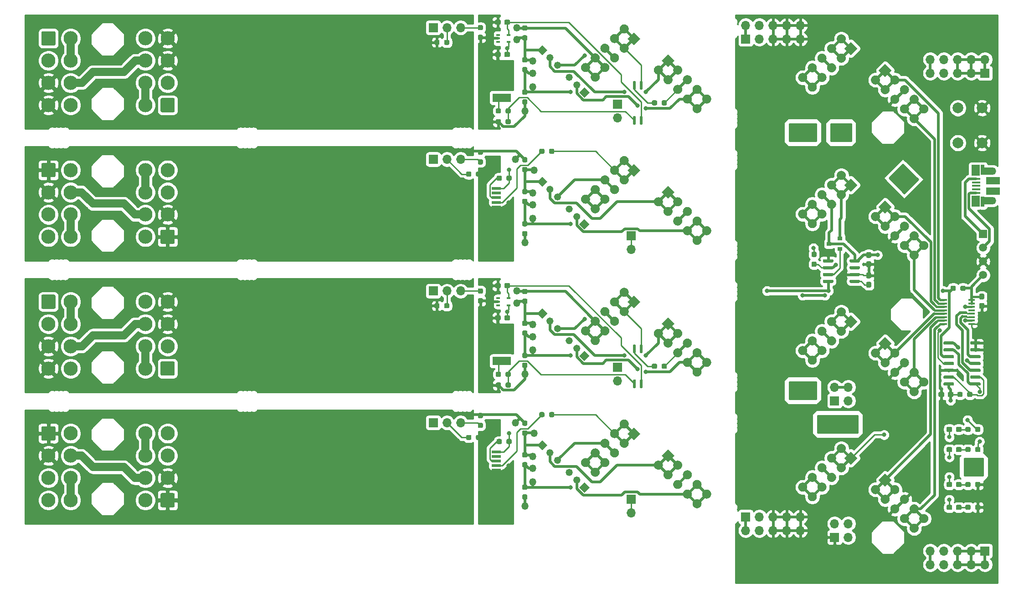
<source format=gbr>
%TF.GenerationSoftware,KiCad,Pcbnew,(5.1.10)-1*%
%TF.CreationDate,2021-11-13T17:44:38+00:00*%
%TF.ProjectId,voltmitten,766f6c74-6d69-4747-9465-6e2e6b696361,01*%
%TF.SameCoordinates,Original*%
%TF.FileFunction,Copper,L1,Top*%
%TF.FilePolarity,Positive*%
%FSLAX46Y46*%
G04 Gerber Fmt 4.6, Leading zero omitted, Abs format (unit mm)*
G04 Created by KiCad (PCBNEW (5.1.10)-1) date 2021-11-13 17:44:38*
%MOMM*%
%LPD*%
G01*
G04 APERTURE LIST*
%TA.AperFunction,ComponentPad*%
%ADD10O,1.350000X1.350000*%
%TD*%
%TA.AperFunction,ComponentPad*%
%ADD11R,1.700000X1.700000*%
%TD*%
%TA.AperFunction,ComponentPad*%
%ADD12O,1.700000X1.700000*%
%TD*%
%TA.AperFunction,ComponentPad*%
%ADD13C,0.100000*%
%TD*%
%TA.AperFunction,ComponentPad*%
%ADD14C,2.640000*%
%TD*%
%TA.AperFunction,SMDPad,CuDef*%
%ADD15R,0.650000X0.400000*%
%TD*%
%TA.AperFunction,SMDPad,CuDef*%
%ADD16R,1.701800X0.558800*%
%TD*%
%TA.AperFunction,SMDPad,CuDef*%
%ADD17R,5.867400X5.461000*%
%TD*%
%TA.AperFunction,SMDPad,CuDef*%
%ADD18R,9.750000X12.200000*%
%TD*%
%TA.AperFunction,SMDPad,CuDef*%
%ADD19R,3.500000X1.600000*%
%TD*%
%TA.AperFunction,SMDPad,CuDef*%
%ADD20R,2.500000X1.430000*%
%TD*%
%TA.AperFunction,ComponentPad*%
%ADD21O,1.700000X1.350000*%
%TD*%
%TA.AperFunction,ComponentPad*%
%ADD22O,1.500000X1.100000*%
%TD*%
%TA.AperFunction,SMDPad,CuDef*%
%ADD23R,1.650000X0.400000*%
%TD*%
%TA.AperFunction,SMDPad,CuDef*%
%ADD24R,1.500000X2.000000*%
%TD*%
%TA.AperFunction,SMDPad,CuDef*%
%ADD25R,0.700000X1.825000*%
%TD*%
%TA.AperFunction,SMDPad,CuDef*%
%ADD26R,2.000000X1.350000*%
%TD*%
%TA.AperFunction,SMDPad,CuDef*%
%ADD27R,0.900000X0.800000*%
%TD*%
%TA.AperFunction,ComponentPad*%
%ADD28C,2.000000*%
%TD*%
%TA.AperFunction,SMDPad,CuDef*%
%ADD29R,1.200000X0.400000*%
%TD*%
%TA.AperFunction,ComponentPad*%
%ADD30C,1.508000*%
%TD*%
%TA.AperFunction,ComponentPad*%
%ADD31R,1.508000X1.508000*%
%TD*%
%TA.AperFunction,ViaPad*%
%ADD32C,0.800000*%
%TD*%
%TA.AperFunction,Conductor*%
%ADD33C,0.250000*%
%TD*%
%TA.AperFunction,Conductor*%
%ADD34C,0.382000*%
%TD*%
%TA.AperFunction,Conductor*%
%ADD35C,0.500000*%
%TD*%
%TA.AperFunction,Conductor*%
%ADD36C,1.500000*%
%TD*%
%TA.AperFunction,Conductor*%
%ADD37C,0.254000*%
%TD*%
%TA.AperFunction,Conductor*%
%ADD38C,0.100000*%
%TD*%
G04 APERTURE END LIST*
%TO.P,R7,1*%
%TO.N,VCC*%
%TA.AperFunction,SMDPad,CuDef*%
G36*
G01*
X231732500Y-110907500D02*
X231732500Y-110432500D01*
G75*
G02*
X231970000Y-110195000I237500J0D01*
G01*
X232470000Y-110195000D01*
G75*
G02*
X232707500Y-110432500I0J-237500D01*
G01*
X232707500Y-110907500D01*
G75*
G02*
X232470000Y-111145000I-237500J0D01*
G01*
X231970000Y-111145000D01*
G75*
G02*
X231732500Y-110907500I0J237500D01*
G01*
G37*
%TD.AperFunction*%
%TO.P,R7,2*%
%TO.N,Net-(R7-Pad2)*%
%TA.AperFunction,SMDPad,CuDef*%
G36*
G01*
X233557500Y-110907500D02*
X233557500Y-110432500D01*
G75*
G02*
X233795000Y-110195000I237500J0D01*
G01*
X234295000Y-110195000D01*
G75*
G02*
X234532500Y-110432500I0J-237500D01*
G01*
X234532500Y-110907500D01*
G75*
G02*
X234295000Y-111145000I-237500J0D01*
G01*
X233795000Y-111145000D01*
G75*
G02*
X233557500Y-110907500I0J237500D01*
G01*
G37*
%TD.AperFunction*%
%TD*%
D10*
%TO.P,TP-B1,1*%
%TO.N,Net-(JP-1-Pad1)*%
X152870000Y-97670000D03*
%TD*%
%TO.P,TP-C1,1*%
%TO.N,Net-(JP-2-Pad1)*%
X152870000Y-102420000D03*
%TD*%
%TO.P,TP-A1,1*%
%TO.N,/REF*%
X149870000Y-91420000D03*
%TD*%
%TO.P,TP-B2,1*%
%TO.N,Net-(JP-2-Pad1)*%
X152870000Y-99920000D03*
%TD*%
%TO.P,TP-A2,1*%
%TO.N,Net-(JP-1-Pad1)*%
X149870000Y-93670000D03*
%TD*%
%TO.P,TP+A2,1*%
%TO.N,GND*%
X151370000Y-131420000D03*
%TD*%
%TO.P,TP-C2,1*%
%TO.N,A_SUPPLY*%
X151370000Y-106920000D03*
%TD*%
%TO.P,TP+A1,1*%
%TO.N,Net-(JP+2-Pad1)*%
X152870000Y-126920000D03*
%TD*%
%TO.P,TP+C2,1*%
%TO.N,Net-(JP+1-Pad1)*%
X153120000Y-117920000D03*
%TD*%
%TO.P,TP+C1,1*%
%TO.N,A_SUPPLY*%
X149620000Y-115920000D03*
%TD*%
%TO.P,TP+B1,1*%
%TO.N,Net-(JP+1-Pad1)*%
X152870000Y-122170000D03*
%TD*%
%TO.P,TP+B2,1*%
%TO.N,Net-(JP+2-Pad1)*%
X152870000Y-124420000D03*
%TD*%
D11*
%TO.P,J-1,1*%
%TO.N,Net-(J-1-Pad1)*%
X168600000Y-105640000D03*
D12*
%TO.P,J-1,2*%
X168600000Y-108180000D03*
%TD*%
%TA.AperFunction,ComponentPad*%
D13*
%TO.P,JP-2,1*%
%TO.N,Net-(JP-2-Pad1)*%
G36*
X162448427Y-102543833D02*
G01*
X163403021Y-103498427D01*
X162448427Y-104453021D01*
X161493833Y-103498427D01*
X162448427Y-102543833D01*
G37*
%TD.AperFunction*%
%TO.P,JP-2,2*%
%TO.N,/VL1*%
%TA.AperFunction,ComponentPad*%
G36*
G01*
X161511510Y-101606916D02*
X161511510Y-101606916D01*
G75*
G02*
X161511510Y-102561510I-477297J-477297D01*
G01*
X161511510Y-102561510D01*
G75*
G02*
X160556916Y-102561510I-477297J477297D01*
G01*
X160556916Y-102561510D01*
G75*
G02*
X160556916Y-101606916I477297J477297D01*
G01*
X160556916Y-101606916D01*
G75*
G02*
X161511510Y-101606916I477297J-477297D01*
G01*
G37*
%TD.AperFunction*%
%TO.P,JP-2,3*%
%TO.N,GND*%
%TA.AperFunction,ComponentPad*%
G36*
G01*
X160097297Y-100192703D02*
X160097297Y-100192703D01*
G75*
G02*
X160097297Y-101147297I-477297J-477297D01*
G01*
X160097297Y-101147297D01*
G75*
G02*
X159142703Y-101147297I-477297J477297D01*
G01*
X159142703Y-101147297D01*
G75*
G02*
X159142703Y-100192703I477297J477297D01*
G01*
X159142703Y-100192703D01*
G75*
G02*
X160097297Y-100192703I477297J-477297D01*
G01*
G37*
%TD.AperFunction*%
%TD*%
%TA.AperFunction,ComponentPad*%
%TO.P,JP-1,1*%
%TO.N,Net-(JP-1-Pad1)*%
G36*
X154621573Y-96546167D02*
G01*
X153666979Y-95591573D01*
X154621573Y-94636979D01*
X155576167Y-95591573D01*
X154621573Y-96546167D01*
G37*
%TD.AperFunction*%
%TO.P,JP-1,2*%
%TO.N,/VH1*%
%TA.AperFunction,ComponentPad*%
G36*
G01*
X155558490Y-97483084D02*
X155558490Y-97483084D01*
G75*
G02*
X155558490Y-96528490I477297J477297D01*
G01*
X155558490Y-96528490D01*
G75*
G02*
X156513084Y-96528490I477297J-477297D01*
G01*
X156513084Y-96528490D01*
G75*
G02*
X156513084Y-97483084I-477297J-477297D01*
G01*
X156513084Y-97483084D01*
G75*
G02*
X155558490Y-97483084I-477297J477297D01*
G01*
G37*
%TD.AperFunction*%
%TO.P,JP-1,3*%
%TO.N,VCC*%
%TA.AperFunction,ComponentPad*%
G36*
G01*
X156972703Y-98897297D02*
X156972703Y-98897297D01*
G75*
G02*
X156972703Y-97942703I477297J477297D01*
G01*
X156972703Y-97942703D01*
G75*
G02*
X157927297Y-97942703I477297J-477297D01*
G01*
X157927297Y-97942703D01*
G75*
G02*
X157927297Y-98897297I-477297J-477297D01*
G01*
X157927297Y-98897297D01*
G75*
G02*
X156972703Y-98897297I-477297J477297D01*
G01*
G37*
%TD.AperFunction*%
%TD*%
%TA.AperFunction,ComponentPad*%
%TO.P,JP+2,1*%
%TO.N,Net-(JP+2-Pad1)*%
G36*
X162448427Y-127043833D02*
G01*
X163403021Y-127998427D01*
X162448427Y-128953021D01*
X161493833Y-127998427D01*
X162448427Y-127043833D01*
G37*
%TD.AperFunction*%
%TO.P,JP+2,2*%
%TO.N,/VL1*%
%TA.AperFunction,ComponentPad*%
G36*
G01*
X161511510Y-126106916D02*
X161511510Y-126106916D01*
G75*
G02*
X161511510Y-127061510I-477297J-477297D01*
G01*
X161511510Y-127061510D01*
G75*
G02*
X160556916Y-127061510I-477297J477297D01*
G01*
X160556916Y-127061510D01*
G75*
G02*
X160556916Y-126106916I477297J477297D01*
G01*
X160556916Y-126106916D01*
G75*
G02*
X161511510Y-126106916I477297J-477297D01*
G01*
G37*
%TD.AperFunction*%
%TO.P,JP+2,3*%
%TO.N,GND*%
%TA.AperFunction,ComponentPad*%
G36*
G01*
X160097297Y-124692703D02*
X160097297Y-124692703D01*
G75*
G02*
X160097297Y-125647297I-477297J-477297D01*
G01*
X160097297Y-125647297D01*
G75*
G02*
X159142703Y-125647297I-477297J477297D01*
G01*
X159142703Y-125647297D01*
G75*
G02*
X159142703Y-124692703I477297J477297D01*
G01*
X159142703Y-124692703D01*
G75*
G02*
X160097297Y-124692703I477297J-477297D01*
G01*
G37*
%TD.AperFunction*%
%TD*%
D11*
%TO.P,J+1,1*%
%TO.N,Net-(J+1-Pad1)*%
X171140000Y-130140000D03*
D12*
%TO.P,J+1,2*%
X171140000Y-132680000D03*
%TD*%
%TA.AperFunction,ComponentPad*%
D13*
%TO.P,JP+1,1*%
%TO.N,Net-(JP+1-Pad1)*%
G36*
X154621573Y-121046167D02*
G01*
X153666979Y-120091573D01*
X154621573Y-119136979D01*
X155576167Y-120091573D01*
X154621573Y-121046167D01*
G37*
%TD.AperFunction*%
%TO.P,JP+1,2*%
%TO.N,/VH1*%
%TA.AperFunction,ComponentPad*%
G36*
G01*
X155558490Y-121983084D02*
X155558490Y-121983084D01*
G75*
G02*
X155558490Y-121028490I477297J477297D01*
G01*
X155558490Y-121028490D01*
G75*
G02*
X156513084Y-121028490I477297J-477297D01*
G01*
X156513084Y-121028490D01*
G75*
G02*
X156513084Y-121983084I-477297J-477297D01*
G01*
X156513084Y-121983084D01*
G75*
G02*
X155558490Y-121983084I-477297J477297D01*
G01*
G37*
%TD.AperFunction*%
%TO.P,JP+1,3*%
%TO.N,VCC*%
%TA.AperFunction,ComponentPad*%
G36*
G01*
X156972703Y-123397297D02*
X156972703Y-123397297D01*
G75*
G02*
X156972703Y-122442703I477297J477297D01*
G01*
X156972703Y-122442703D01*
G75*
G02*
X157927297Y-122442703I477297J-477297D01*
G01*
X157927297Y-122442703D01*
G75*
G02*
X157927297Y-123397297I-477297J-477297D01*
G01*
X157927297Y-123397297D01*
G75*
G02*
X156972703Y-123397297I-477297J477297D01*
G01*
G37*
%TD.AperFunction*%
%TD*%
%TA.AperFunction,ComponentPad*%
%TO.P,JSA+1,1*%
%TO.N,/PWR_OK*%
G36*
X170433969Y-117956051D02*
G01*
X171636051Y-116753969D01*
X172838133Y-117956051D01*
X171636051Y-119158133D01*
X170433969Y-117956051D01*
G37*
%TD.AperFunction*%
%TO.P,JSA+1,2*%
%TA.AperFunction,ComponentPad*%
G36*
G01*
X169238959Y-115558959D02*
X169238959Y-115558959D01*
G75*
G02*
X170441041Y-115558959I601041J-601041D01*
G01*
X170441041Y-115558959D01*
G75*
G02*
X170441041Y-116761041I-601041J-601041D01*
G01*
X170441041Y-116761041D01*
G75*
G02*
X169238959Y-116761041I-601041J601041D01*
G01*
X169238959Y-116761041D01*
G75*
G02*
X169238959Y-115558959I601041J601041D01*
G01*
G37*
%TD.AperFunction*%
%TO.P,JSA+1,3*%
%TA.AperFunction,ComponentPad*%
G36*
G01*
X169238959Y-119151061D02*
X169238959Y-119151061D01*
G75*
G02*
X170441041Y-119151061I601041J-601041D01*
G01*
X170441041Y-119151061D01*
G75*
G02*
X170441041Y-120353143I-601041J-601041D01*
G01*
X170441041Y-120353143D01*
G75*
G02*
X169238959Y-120353143I-601041J601041D01*
G01*
X169238959Y-120353143D01*
G75*
G02*
X169238959Y-119151061I601041J601041D01*
G01*
G37*
%TD.AperFunction*%
%TO.P,JSA+1,4*%
%TA.AperFunction,ComponentPad*%
G36*
G01*
X167442908Y-117355010D02*
X167442908Y-117355010D01*
G75*
G02*
X168644990Y-117355010I601041J-601041D01*
G01*
X168644990Y-117355010D01*
G75*
G02*
X168644990Y-118557092I-601041J-601041D01*
G01*
X168644990Y-118557092D01*
G75*
G02*
X167442908Y-118557092I-601041J601041D01*
G01*
X167442908Y-118557092D01*
G75*
G02*
X167442908Y-117355010I601041J601041D01*
G01*
G37*
%TD.AperFunction*%
%TO.P,JSA+1,5*%
%TO.N,VCC*%
%TA.AperFunction,ComponentPad*%
G36*
G01*
X167442908Y-120947112D02*
X167442908Y-120947112D01*
G75*
G02*
X168644990Y-120947112I601041J-601041D01*
G01*
X168644990Y-120947112D01*
G75*
G02*
X168644990Y-122149194I-601041J-601041D01*
G01*
X168644990Y-122149194D01*
G75*
G02*
X167442908Y-122149194I-601041J601041D01*
G01*
X167442908Y-122149194D01*
G75*
G02*
X167442908Y-120947112I601041J601041D01*
G01*
G37*
%TD.AperFunction*%
%TO.P,JSA+1,6*%
%TA.AperFunction,ComponentPad*%
G36*
G01*
X165646856Y-119151061D02*
X165646856Y-119151061D01*
G75*
G02*
X166848938Y-119151061I601041J-601041D01*
G01*
X166848938Y-119151061D01*
G75*
G02*
X166848938Y-120353143I-601041J-601041D01*
G01*
X166848938Y-120353143D01*
G75*
G02*
X165646856Y-120353143I-601041J601041D01*
G01*
X165646856Y-120353143D01*
G75*
G02*
X165646856Y-119151061I601041J601041D01*
G01*
G37*
%TD.AperFunction*%
%TO.P,JSA+1,7*%
%TO.N,/REF*%
%TA.AperFunction,ComponentPad*%
G36*
G01*
X165646856Y-122743164D02*
X165646856Y-122743164D01*
G75*
G02*
X166848938Y-122743164I601041J-601041D01*
G01*
X166848938Y-122743164D01*
G75*
G02*
X166848938Y-123945246I-601041J-601041D01*
G01*
X166848938Y-123945246D01*
G75*
G02*
X165646856Y-123945246I-601041J601041D01*
G01*
X165646856Y-123945246D01*
G75*
G02*
X165646856Y-122743164I601041J601041D01*
G01*
G37*
%TD.AperFunction*%
%TO.P,JSA+1,8*%
%TA.AperFunction,ComponentPad*%
G36*
G01*
X163850805Y-120947112D02*
X163850805Y-120947112D01*
G75*
G02*
X165052887Y-120947112I601041J-601041D01*
G01*
X165052887Y-120947112D01*
G75*
G02*
X165052887Y-122149194I-601041J-601041D01*
G01*
X165052887Y-122149194D01*
G75*
G02*
X163850805Y-122149194I-601041J601041D01*
G01*
X163850805Y-122149194D01*
G75*
G02*
X163850805Y-120947112I601041J601041D01*
G01*
G37*
%TD.AperFunction*%
%TO.P,JSA+1,9*%
%TA.AperFunction,ComponentPad*%
G36*
G01*
X163850805Y-124539215D02*
X163850805Y-124539215D01*
G75*
G02*
X165052887Y-124539215I601041J-601041D01*
G01*
X165052887Y-124539215D01*
G75*
G02*
X165052887Y-125741297I-601041J-601041D01*
G01*
X165052887Y-125741297D01*
G75*
G02*
X163850805Y-125741297I-601041J601041D01*
G01*
X163850805Y-125741297D01*
G75*
G02*
X163850805Y-124539215I601041J601041D01*
G01*
G37*
%TD.AperFunction*%
%TO.P,JSA+1,10*%
%TA.AperFunction,ComponentPad*%
G36*
G01*
X162054754Y-122743164D02*
X162054754Y-122743164D01*
G75*
G02*
X163256836Y-122743164I601041J-601041D01*
G01*
X163256836Y-122743164D01*
G75*
G02*
X163256836Y-123945246I-601041J-601041D01*
G01*
X163256836Y-123945246D01*
G75*
G02*
X162054754Y-123945246I-601041J601041D01*
G01*
X162054754Y-123945246D01*
G75*
G02*
X162054754Y-122743164I601041J601041D01*
G01*
G37*
%TD.AperFunction*%
%TD*%
%TO.P,C-1,1*%
%TO.N,A_SUPPLY*%
%TA.AperFunction,SMDPad,CuDef*%
G36*
G01*
X145832500Y-96657500D02*
X145832500Y-96182500D01*
G75*
G02*
X146070000Y-95945000I237500J0D01*
G01*
X146670000Y-95945000D01*
G75*
G02*
X146907500Y-96182500I0J-237500D01*
G01*
X146907500Y-96657500D01*
G75*
G02*
X146670000Y-96895000I-237500J0D01*
G01*
X146070000Y-96895000D01*
G75*
G02*
X145832500Y-96657500I0J237500D01*
G01*
G37*
%TD.AperFunction*%
%TO.P,C-1,2*%
%TO.N,GND*%
%TA.AperFunction,SMDPad,CuDef*%
G36*
G01*
X147557500Y-96657500D02*
X147557500Y-96182500D01*
G75*
G02*
X147795000Y-95945000I237500J0D01*
G01*
X148395000Y-95945000D01*
G75*
G02*
X148632500Y-96182500I0J-237500D01*
G01*
X148632500Y-96657500D01*
G75*
G02*
X148395000Y-96895000I-237500J0D01*
G01*
X147795000Y-96895000D01*
G75*
G02*
X147557500Y-96657500I0J237500D01*
G01*
G37*
%TD.AperFunction*%
%TD*%
%TA.AperFunction,ComponentPad*%
%TO.P,JSA-1,1*%
%TO.N,/PWR_OK*%
G36*
X170433969Y-93456051D02*
G01*
X171636051Y-92253969D01*
X172838133Y-93456051D01*
X171636051Y-94658133D01*
X170433969Y-93456051D01*
G37*
%TD.AperFunction*%
%TO.P,JSA-1,2*%
%TA.AperFunction,ComponentPad*%
G36*
G01*
X169238959Y-91058959D02*
X169238959Y-91058959D01*
G75*
G02*
X170441041Y-91058959I601041J-601041D01*
G01*
X170441041Y-91058959D01*
G75*
G02*
X170441041Y-92261041I-601041J-601041D01*
G01*
X170441041Y-92261041D01*
G75*
G02*
X169238959Y-92261041I-601041J601041D01*
G01*
X169238959Y-92261041D01*
G75*
G02*
X169238959Y-91058959I601041J601041D01*
G01*
G37*
%TD.AperFunction*%
%TO.P,JSA-1,3*%
%TA.AperFunction,ComponentPad*%
G36*
G01*
X169238959Y-94651061D02*
X169238959Y-94651061D01*
G75*
G02*
X170441041Y-94651061I601041J-601041D01*
G01*
X170441041Y-94651061D01*
G75*
G02*
X170441041Y-95853143I-601041J-601041D01*
G01*
X170441041Y-95853143D01*
G75*
G02*
X169238959Y-95853143I-601041J601041D01*
G01*
X169238959Y-95853143D01*
G75*
G02*
X169238959Y-94651061I601041J601041D01*
G01*
G37*
%TD.AperFunction*%
%TO.P,JSA-1,4*%
%TA.AperFunction,ComponentPad*%
G36*
G01*
X167442908Y-92855010D02*
X167442908Y-92855010D01*
G75*
G02*
X168644990Y-92855010I601041J-601041D01*
G01*
X168644990Y-92855010D01*
G75*
G02*
X168644990Y-94057092I-601041J-601041D01*
G01*
X168644990Y-94057092D01*
G75*
G02*
X167442908Y-94057092I-601041J601041D01*
G01*
X167442908Y-94057092D01*
G75*
G02*
X167442908Y-92855010I601041J601041D01*
G01*
G37*
%TD.AperFunction*%
%TO.P,JSA-1,5*%
%TO.N,VCC*%
%TA.AperFunction,ComponentPad*%
G36*
G01*
X167442908Y-96447112D02*
X167442908Y-96447112D01*
G75*
G02*
X168644990Y-96447112I601041J-601041D01*
G01*
X168644990Y-96447112D01*
G75*
G02*
X168644990Y-97649194I-601041J-601041D01*
G01*
X168644990Y-97649194D01*
G75*
G02*
X167442908Y-97649194I-601041J601041D01*
G01*
X167442908Y-97649194D01*
G75*
G02*
X167442908Y-96447112I601041J601041D01*
G01*
G37*
%TD.AperFunction*%
%TO.P,JSA-1,6*%
%TA.AperFunction,ComponentPad*%
G36*
G01*
X165646856Y-94651061D02*
X165646856Y-94651061D01*
G75*
G02*
X166848938Y-94651061I601041J-601041D01*
G01*
X166848938Y-94651061D01*
G75*
G02*
X166848938Y-95853143I-601041J-601041D01*
G01*
X166848938Y-95853143D01*
G75*
G02*
X165646856Y-95853143I-601041J601041D01*
G01*
X165646856Y-95853143D01*
G75*
G02*
X165646856Y-94651061I601041J601041D01*
G01*
G37*
%TD.AperFunction*%
%TO.P,JSA-1,7*%
%TO.N,/REF*%
%TA.AperFunction,ComponentPad*%
G36*
G01*
X165646856Y-98243164D02*
X165646856Y-98243164D01*
G75*
G02*
X166848938Y-98243164I601041J-601041D01*
G01*
X166848938Y-98243164D01*
G75*
G02*
X166848938Y-99445246I-601041J-601041D01*
G01*
X166848938Y-99445246D01*
G75*
G02*
X165646856Y-99445246I-601041J601041D01*
G01*
X165646856Y-99445246D01*
G75*
G02*
X165646856Y-98243164I601041J601041D01*
G01*
G37*
%TD.AperFunction*%
%TO.P,JSA-1,8*%
%TA.AperFunction,ComponentPad*%
G36*
G01*
X163850805Y-96447112D02*
X163850805Y-96447112D01*
G75*
G02*
X165052887Y-96447112I601041J-601041D01*
G01*
X165052887Y-96447112D01*
G75*
G02*
X165052887Y-97649194I-601041J-601041D01*
G01*
X165052887Y-97649194D01*
G75*
G02*
X163850805Y-97649194I-601041J601041D01*
G01*
X163850805Y-97649194D01*
G75*
G02*
X163850805Y-96447112I601041J601041D01*
G01*
G37*
%TD.AperFunction*%
%TO.P,JSA-1,9*%
%TA.AperFunction,ComponentPad*%
G36*
G01*
X163850805Y-100039215D02*
X163850805Y-100039215D01*
G75*
G02*
X165052887Y-100039215I601041J-601041D01*
G01*
X165052887Y-100039215D01*
G75*
G02*
X165052887Y-101241297I-601041J-601041D01*
G01*
X165052887Y-101241297D01*
G75*
G02*
X163850805Y-101241297I-601041J601041D01*
G01*
X163850805Y-101241297D01*
G75*
G02*
X163850805Y-100039215I601041J601041D01*
G01*
G37*
%TD.AperFunction*%
%TO.P,JSA-1,10*%
%TA.AperFunction,ComponentPad*%
G36*
G01*
X162054754Y-98243164D02*
X162054754Y-98243164D01*
G75*
G02*
X163256836Y-98243164I601041J-601041D01*
G01*
X163256836Y-98243164D01*
G75*
G02*
X163256836Y-99445246I-601041J-601041D01*
G01*
X163256836Y-99445246D01*
G75*
G02*
X162054754Y-99445246I-601041J601041D01*
G01*
X162054754Y-99445246D01*
G75*
G02*
X162054754Y-98243164I601041J601041D01*
G01*
G37*
%TD.AperFunction*%
%TD*%
%TO.P,C-2,1*%
%TO.N,A_SUPPLY*%
%TA.AperFunction,SMDPad,CuDef*%
G36*
G01*
X145832500Y-90657500D02*
X145832500Y-90182500D01*
G75*
G02*
X146070000Y-89945000I237500J0D01*
G01*
X146670000Y-89945000D01*
G75*
G02*
X146907500Y-90182500I0J-237500D01*
G01*
X146907500Y-90657500D01*
G75*
G02*
X146670000Y-90895000I-237500J0D01*
G01*
X146070000Y-90895000D01*
G75*
G02*
X145832500Y-90657500I0J237500D01*
G01*
G37*
%TD.AperFunction*%
%TO.P,C-2,2*%
%TO.N,Net-(C-2-Pad2)*%
%TA.AperFunction,SMDPad,CuDef*%
G36*
G01*
X147557500Y-90657500D02*
X147557500Y-90182500D01*
G75*
G02*
X147795000Y-89945000I237500J0D01*
G01*
X148395000Y-89945000D01*
G75*
G02*
X148632500Y-90182500I0J-237500D01*
G01*
X148632500Y-90657500D01*
G75*
G02*
X148395000Y-90895000I-237500J0D01*
G01*
X147795000Y-90895000D01*
G75*
G02*
X147557500Y-90657500I0J237500D01*
G01*
G37*
%TD.AperFunction*%
%TD*%
D14*
%TO.P,J+2,8*%
%TO.N,GND*%
X67010000Y-130340000D03*
%TO.P,J+2,7*%
X67010000Y-126200000D03*
%TO.P,J+2,6*%
X67010000Y-122060000D03*
%TO.P,J+2,5*%
X67010000Y-117920000D03*
%TO.P,J+2,4*%
%TO.N,A_SWITCHED*%
X62870000Y-130340000D03*
%TO.P,J+2,3*%
X62870000Y-126200000D03*
%TO.P,J+2,2*%
%TO.N,A_SUPPLY*%
X62870000Y-122060000D03*
%TO.P,J+2,1*%
%TA.AperFunction,ComponentPad*%
G36*
G01*
X61550000Y-118990000D02*
X61550000Y-116850000D01*
G75*
G02*
X61800000Y-116600000I250000J0D01*
G01*
X63940000Y-116600000D01*
G75*
G02*
X64190000Y-116850000I0J-250000D01*
G01*
X64190000Y-118990000D01*
G75*
G02*
X63940000Y-119240000I-250000J0D01*
G01*
X61800000Y-119240000D01*
G75*
G02*
X61550000Y-118990000I0J250000D01*
G01*
G37*
%TD.AperFunction*%
%TD*%
%TO.P,R+1,1*%
%TO.N,Net-(R+1-Pad1)*%
%TA.AperFunction,SMDPad,CuDef*%
G36*
G01*
X154057500Y-114657500D02*
X154057500Y-114182500D01*
G75*
G02*
X154295000Y-113945000I237500J0D01*
G01*
X154795000Y-113945000D01*
G75*
G02*
X155032500Y-114182500I0J-237500D01*
G01*
X155032500Y-114657500D01*
G75*
G02*
X154795000Y-114895000I-237500J0D01*
G01*
X154295000Y-114895000D01*
G75*
G02*
X154057500Y-114657500I0J237500D01*
G01*
G37*
%TD.AperFunction*%
%TO.P,R+1,2*%
%TO.N,/PWR_OK*%
%TA.AperFunction,SMDPad,CuDef*%
G36*
G01*
X155882500Y-114657500D02*
X155882500Y-114182500D01*
G75*
G02*
X156120000Y-113945000I237500J0D01*
G01*
X156620000Y-113945000D01*
G75*
G02*
X156857500Y-114182500I0J-237500D01*
G01*
X156857500Y-114657500D01*
G75*
G02*
X156620000Y-114895000I-237500J0D01*
G01*
X156120000Y-114895000D01*
G75*
G02*
X155882500Y-114657500I0J237500D01*
G01*
G37*
%TD.AperFunction*%
%TD*%
%TO.P,R+2,1*%
%TO.N,GND*%
%TA.AperFunction,SMDPad,CuDef*%
G36*
G01*
X148932500Y-119182500D02*
X148932500Y-119657500D01*
G75*
G02*
X148695000Y-119895000I-237500J0D01*
G01*
X148195000Y-119895000D01*
G75*
G02*
X147957500Y-119657500I0J237500D01*
G01*
X147957500Y-119182500D01*
G75*
G02*
X148195000Y-118945000I237500J0D01*
G01*
X148695000Y-118945000D01*
G75*
G02*
X148932500Y-119182500I0J-237500D01*
G01*
G37*
%TD.AperFunction*%
%TO.P,R+2,2*%
%TO.N,Net-(R+2-Pad2)*%
%TA.AperFunction,SMDPad,CuDef*%
G36*
G01*
X147107500Y-119182500D02*
X147107500Y-119657500D01*
G75*
G02*
X146870000Y-119895000I-237500J0D01*
G01*
X146370000Y-119895000D01*
G75*
G02*
X146132500Y-119657500I0J237500D01*
G01*
X146132500Y-119182500D01*
G75*
G02*
X146370000Y-118945000I237500J0D01*
G01*
X146870000Y-118945000D01*
G75*
G02*
X147107500Y-119182500I0J-237500D01*
G01*
G37*
%TD.AperFunction*%
%TD*%
%TO.P,J-2,8*%
%TO.N,GND*%
X67010000Y-105840000D03*
%TO.P,J-2,7*%
X67010000Y-101700000D03*
%TO.P,J-2,6*%
X67010000Y-97560000D03*
%TO.P,J-2,5*%
X67010000Y-93420000D03*
%TO.P,J-2,4*%
%TO.N,A_SWITCHED*%
X62870000Y-105840000D03*
%TO.P,J-2,3*%
X62870000Y-101700000D03*
%TO.P,J-2,2*%
%TO.N,A_SUPPLY*%
X62870000Y-97560000D03*
%TO.P,J-2,1*%
%TA.AperFunction,ComponentPad*%
G36*
G01*
X61550000Y-94490000D02*
X61550000Y-92350000D01*
G75*
G02*
X61800000Y-92100000I250000J0D01*
G01*
X63940000Y-92100000D01*
G75*
G02*
X64190000Y-92350000I0J-250000D01*
G01*
X64190000Y-94490000D01*
G75*
G02*
X63940000Y-94740000I-250000J0D01*
G01*
X61800000Y-94740000D01*
G75*
G02*
X61550000Y-94490000I0J250000D01*
G01*
G37*
%TD.AperFunction*%
%TD*%
%TO.P,R+A1,1*%
%TO.N,Net-(JP+2-Pad1)*%
%TA.AperFunction,SMDPad,CuDef*%
G36*
G01*
X151132500Y-127432500D02*
X151607500Y-127432500D01*
G75*
G02*
X151845000Y-127670000I0J-237500D01*
G01*
X151845000Y-128170000D01*
G75*
G02*
X151607500Y-128407500I-237500J0D01*
G01*
X151132500Y-128407500D01*
G75*
G02*
X150895000Y-128170000I0J237500D01*
G01*
X150895000Y-127670000D01*
G75*
G02*
X151132500Y-127432500I237500J0D01*
G01*
G37*
%TD.AperFunction*%
%TO.P,R+A1,2*%
%TO.N,GND*%
%TA.AperFunction,SMDPad,CuDef*%
G36*
G01*
X151132500Y-129257500D02*
X151607500Y-129257500D01*
G75*
G02*
X151845000Y-129495000I0J-237500D01*
G01*
X151845000Y-129995000D01*
G75*
G02*
X151607500Y-130232500I-237500J0D01*
G01*
X151132500Y-130232500D01*
G75*
G02*
X150895000Y-129995000I0J237500D01*
G01*
X150895000Y-129495000D01*
G75*
G02*
X151132500Y-129257500I237500J0D01*
G01*
G37*
%TD.AperFunction*%
%TD*%
%TO.P,R-2,1*%
%TO.N,Net-(R-2-Pad1)*%
%TA.AperFunction,SMDPad,CuDef*%
G36*
G01*
X148770000Y-108682500D02*
X148770000Y-109157500D01*
G75*
G02*
X148532500Y-109395000I-237500J0D01*
G01*
X148032500Y-109395000D01*
G75*
G02*
X147795000Y-109157500I0J237500D01*
G01*
X147795000Y-108682500D01*
G75*
G02*
X148032500Y-108445000I237500J0D01*
G01*
X148532500Y-108445000D01*
G75*
G02*
X148770000Y-108682500I0J-237500D01*
G01*
G37*
%TD.AperFunction*%
%TO.P,R-2,2*%
%TO.N,A_SUPPLY*%
%TA.AperFunction,SMDPad,CuDef*%
G36*
G01*
X146945000Y-108682500D02*
X146945000Y-109157500D01*
G75*
G02*
X146707500Y-109395000I-237500J0D01*
G01*
X146207500Y-109395000D01*
G75*
G02*
X145970000Y-109157500I0J237500D01*
G01*
X145970000Y-108682500D01*
G75*
G02*
X146207500Y-108445000I237500J0D01*
G01*
X146707500Y-108445000D01*
G75*
G02*
X146945000Y-108682500I0J-237500D01*
G01*
G37*
%TD.AperFunction*%
%TD*%
D15*
%TO.P,U-2,1*%
%TO.N,Net-(U-2-Pad1)*%
X146420000Y-92770000D03*
%TO.P,U-2,3*%
%TO.N,Net-(U-2-Pad3)*%
X146420000Y-94070000D03*
%TO.P,U-2,2*%
%TO.N,A_SUPPLY*%
X146420000Y-93420000D03*
%TO.P,U-2,4*%
%TO.N,GND*%
X148320000Y-94070000D03*
%TO.P,U-2,5*%
%TO.N,Net-(C-2-Pad2)*%
X148320000Y-92770000D03*
%TD*%
%TO.P,R-C1,1*%
%TO.N,A_SUPPLY*%
%TA.AperFunction,SMDPad,CuDef*%
G36*
G01*
X151607500Y-105732500D02*
X151132500Y-105732500D01*
G75*
G02*
X150895000Y-105495000I0J237500D01*
G01*
X150895000Y-104995000D01*
G75*
G02*
X151132500Y-104757500I237500J0D01*
G01*
X151607500Y-104757500D01*
G75*
G02*
X151845000Y-104995000I0J-237500D01*
G01*
X151845000Y-105495000D01*
G75*
G02*
X151607500Y-105732500I-237500J0D01*
G01*
G37*
%TD.AperFunction*%
%TO.P,R-C1,2*%
%TO.N,Net-(JP-2-Pad1)*%
%TA.AperFunction,SMDPad,CuDef*%
G36*
G01*
X151607500Y-103907500D02*
X151132500Y-103907500D01*
G75*
G02*
X150895000Y-103670000I0J237500D01*
G01*
X150895000Y-103170000D01*
G75*
G02*
X151132500Y-102932500I237500J0D01*
G01*
X151607500Y-102932500D01*
G75*
G02*
X151845000Y-103170000I0J-237500D01*
G01*
X151845000Y-103670000D01*
G75*
G02*
X151607500Y-103907500I-237500J0D01*
G01*
G37*
%TD.AperFunction*%
%TD*%
%TO.P,U-1,1*%
%TO.N,/PWR_OK*%
%TA.AperFunction,SMDPad,CuDef*%
G36*
G01*
X172867500Y-101370000D02*
X173142500Y-101370000D01*
G75*
G02*
X173280000Y-101507500I0J-137500D01*
G01*
X173280000Y-102832500D01*
G75*
G02*
X173142500Y-102970000I-137500J0D01*
G01*
X172867500Y-102970000D01*
G75*
G02*
X172730000Y-102832500I0J137500D01*
G01*
X172730000Y-101507500D01*
G75*
G02*
X172867500Y-101370000I137500J0D01*
G01*
G37*
%TD.AperFunction*%
%TO.P,U-1,2*%
%TO.N,Net-(R-1-Pad1)*%
%TA.AperFunction,SMDPad,CuDef*%
G36*
G01*
X171597500Y-101370000D02*
X171872500Y-101370000D01*
G75*
G02*
X172010000Y-101507500I0J-137500D01*
G01*
X172010000Y-102832500D01*
G75*
G02*
X171872500Y-102970000I-137500J0D01*
G01*
X171597500Y-102970000D01*
G75*
G02*
X171460000Y-102832500I0J137500D01*
G01*
X171460000Y-101507500D01*
G75*
G02*
X171597500Y-101370000I137500J0D01*
G01*
G37*
%TD.AperFunction*%
%TO.P,U-1,3*%
%TO.N,Net-(R-2-Pad1)*%
%TA.AperFunction,SMDPad,CuDef*%
G36*
G01*
X171597500Y-107870000D02*
X171872500Y-107870000D01*
G75*
G02*
X172010000Y-108007500I0J-137500D01*
G01*
X172010000Y-109332500D01*
G75*
G02*
X171872500Y-109470000I-137500J0D01*
G01*
X171597500Y-109470000D01*
G75*
G02*
X171460000Y-109332500I0J137500D01*
G01*
X171460000Y-108007500D01*
G75*
G02*
X171597500Y-107870000I137500J0D01*
G01*
G37*
%TD.AperFunction*%
%TO.P,U-1,4*%
%TO.N,Net-(C-2-Pad2)*%
%TA.AperFunction,SMDPad,CuDef*%
G36*
G01*
X172867500Y-107870000D02*
X173142500Y-107870000D01*
G75*
G02*
X173280000Y-108007500I0J-137500D01*
G01*
X173280000Y-109332500D01*
G75*
G02*
X173142500Y-109470000I-137500J0D01*
G01*
X172867500Y-109470000D01*
G75*
G02*
X172730000Y-109332500I0J137500D01*
G01*
X172730000Y-108007500D01*
G75*
G02*
X172867500Y-107870000I137500J0D01*
G01*
G37*
%TD.AperFunction*%
%TD*%
%TA.AperFunction,ComponentPad*%
D13*
%TO.P,JSB+1,1*%
%TO.N,/VH1*%
G36*
X177986051Y-123226031D02*
G01*
X176783969Y-122023949D01*
X177986051Y-120821867D01*
X179188133Y-122023949D01*
X177986051Y-123226031D01*
G37*
%TD.AperFunction*%
%TO.P,JSB+1,2*%
%TA.AperFunction,ComponentPad*%
G36*
G01*
X175588959Y-124421041D02*
X175588959Y-124421041D01*
G75*
G02*
X175588959Y-123218959I601041J601041D01*
G01*
X175588959Y-123218959D01*
G75*
G02*
X176791041Y-123218959I601041J-601041D01*
G01*
X176791041Y-123218959D01*
G75*
G02*
X176791041Y-124421041I-601041J-601041D01*
G01*
X176791041Y-124421041D01*
G75*
G02*
X175588959Y-124421041I-601041J601041D01*
G01*
G37*
%TD.AperFunction*%
%TO.P,JSB+1,3*%
%TA.AperFunction,ComponentPad*%
G36*
G01*
X179181061Y-124421041D02*
X179181061Y-124421041D01*
G75*
G02*
X179181061Y-123218959I601041J601041D01*
G01*
X179181061Y-123218959D01*
G75*
G02*
X180383143Y-123218959I601041J-601041D01*
G01*
X180383143Y-123218959D01*
G75*
G02*
X180383143Y-124421041I-601041J-601041D01*
G01*
X180383143Y-124421041D01*
G75*
G02*
X179181061Y-124421041I-601041J601041D01*
G01*
G37*
%TD.AperFunction*%
%TO.P,JSB+1,4*%
%TA.AperFunction,ComponentPad*%
G36*
G01*
X177385010Y-126217092D02*
X177385010Y-126217092D01*
G75*
G02*
X177385010Y-125015010I601041J601041D01*
G01*
X177385010Y-125015010D01*
G75*
G02*
X178587092Y-125015010I601041J-601041D01*
G01*
X178587092Y-125015010D01*
G75*
G02*
X178587092Y-126217092I-601041J-601041D01*
G01*
X178587092Y-126217092D01*
G75*
G02*
X177385010Y-126217092I-601041J601041D01*
G01*
G37*
%TD.AperFunction*%
%TO.P,JSB+1,5*%
%TO.N,GND*%
%TA.AperFunction,ComponentPad*%
G36*
G01*
X180977112Y-126217092D02*
X180977112Y-126217092D01*
G75*
G02*
X180977112Y-125015010I601041J601041D01*
G01*
X180977112Y-125015010D01*
G75*
G02*
X182179194Y-125015010I601041J-601041D01*
G01*
X182179194Y-125015010D01*
G75*
G02*
X182179194Y-126217092I-601041J-601041D01*
G01*
X182179194Y-126217092D01*
G75*
G02*
X180977112Y-126217092I-601041J601041D01*
G01*
G37*
%TD.AperFunction*%
%TO.P,JSB+1,6*%
%TA.AperFunction,ComponentPad*%
G36*
G01*
X179181061Y-128013144D02*
X179181061Y-128013144D01*
G75*
G02*
X179181061Y-126811062I601041J601041D01*
G01*
X179181061Y-126811062D01*
G75*
G02*
X180383143Y-126811062I601041J-601041D01*
G01*
X180383143Y-126811062D01*
G75*
G02*
X180383143Y-128013144I-601041J-601041D01*
G01*
X180383143Y-128013144D01*
G75*
G02*
X179181061Y-128013144I-601041J601041D01*
G01*
G37*
%TD.AperFunction*%
%TO.P,JSB+1,7*%
%TO.N,/VL1*%
%TA.AperFunction,ComponentPad*%
G36*
G01*
X182773164Y-128013144D02*
X182773164Y-128013144D01*
G75*
G02*
X182773164Y-126811062I601041J601041D01*
G01*
X182773164Y-126811062D01*
G75*
G02*
X183975246Y-126811062I601041J-601041D01*
G01*
X183975246Y-126811062D01*
G75*
G02*
X183975246Y-128013144I-601041J-601041D01*
G01*
X183975246Y-128013144D01*
G75*
G02*
X182773164Y-128013144I-601041J601041D01*
G01*
G37*
%TD.AperFunction*%
%TO.P,JSB+1,8*%
%TA.AperFunction,ComponentPad*%
G36*
G01*
X180977112Y-129809195D02*
X180977112Y-129809195D01*
G75*
G02*
X180977112Y-128607113I601041J601041D01*
G01*
X180977112Y-128607113D01*
G75*
G02*
X182179194Y-128607113I601041J-601041D01*
G01*
X182179194Y-128607113D01*
G75*
G02*
X182179194Y-129809195I-601041J-601041D01*
G01*
X182179194Y-129809195D01*
G75*
G02*
X180977112Y-129809195I-601041J601041D01*
G01*
G37*
%TD.AperFunction*%
%TO.P,JSB+1,9*%
%TA.AperFunction,ComponentPad*%
G36*
G01*
X184569215Y-129809195D02*
X184569215Y-129809195D01*
G75*
G02*
X184569215Y-128607113I601041J601041D01*
G01*
X184569215Y-128607113D01*
G75*
G02*
X185771297Y-128607113I601041J-601041D01*
G01*
X185771297Y-128607113D01*
G75*
G02*
X185771297Y-129809195I-601041J-601041D01*
G01*
X185771297Y-129809195D01*
G75*
G02*
X184569215Y-129809195I-601041J601041D01*
G01*
G37*
%TD.AperFunction*%
%TO.P,JSB+1,10*%
%TA.AperFunction,ComponentPad*%
G36*
G01*
X182773164Y-131605246D02*
X182773164Y-131605246D01*
G75*
G02*
X182773164Y-130403164I601041J601041D01*
G01*
X182773164Y-130403164D01*
G75*
G02*
X183975246Y-130403164I601041J-601041D01*
G01*
X183975246Y-130403164D01*
G75*
G02*
X183975246Y-131605246I-601041J-601041D01*
G01*
X183975246Y-131605246D01*
G75*
G02*
X182773164Y-131605246I-601041J601041D01*
G01*
G37*
%TD.AperFunction*%
%TD*%
%TA.AperFunction,ComponentPad*%
%TO.P,JSB-1,1*%
%TO.N,/VH1*%
G36*
X177986051Y-98726031D02*
G01*
X176783969Y-97523949D01*
X177986051Y-96321867D01*
X179188133Y-97523949D01*
X177986051Y-98726031D01*
G37*
%TD.AperFunction*%
%TO.P,JSB-1,2*%
%TA.AperFunction,ComponentPad*%
G36*
G01*
X175588959Y-99921041D02*
X175588959Y-99921041D01*
G75*
G02*
X175588959Y-98718959I601041J601041D01*
G01*
X175588959Y-98718959D01*
G75*
G02*
X176791041Y-98718959I601041J-601041D01*
G01*
X176791041Y-98718959D01*
G75*
G02*
X176791041Y-99921041I-601041J-601041D01*
G01*
X176791041Y-99921041D01*
G75*
G02*
X175588959Y-99921041I-601041J601041D01*
G01*
G37*
%TD.AperFunction*%
%TO.P,JSB-1,3*%
%TA.AperFunction,ComponentPad*%
G36*
G01*
X179181061Y-99921041D02*
X179181061Y-99921041D01*
G75*
G02*
X179181061Y-98718959I601041J601041D01*
G01*
X179181061Y-98718959D01*
G75*
G02*
X180383143Y-98718959I601041J-601041D01*
G01*
X180383143Y-98718959D01*
G75*
G02*
X180383143Y-99921041I-601041J-601041D01*
G01*
X180383143Y-99921041D01*
G75*
G02*
X179181061Y-99921041I-601041J601041D01*
G01*
G37*
%TD.AperFunction*%
%TO.P,JSB-1,4*%
%TA.AperFunction,ComponentPad*%
G36*
G01*
X177385010Y-101717092D02*
X177385010Y-101717092D01*
G75*
G02*
X177385010Y-100515010I601041J601041D01*
G01*
X177385010Y-100515010D01*
G75*
G02*
X178587092Y-100515010I601041J-601041D01*
G01*
X178587092Y-100515010D01*
G75*
G02*
X178587092Y-101717092I-601041J-601041D01*
G01*
X178587092Y-101717092D01*
G75*
G02*
X177385010Y-101717092I-601041J601041D01*
G01*
G37*
%TD.AperFunction*%
%TO.P,JSB-1,5*%
%TO.N,GND*%
%TA.AperFunction,ComponentPad*%
G36*
G01*
X180977112Y-101717092D02*
X180977112Y-101717092D01*
G75*
G02*
X180977112Y-100515010I601041J601041D01*
G01*
X180977112Y-100515010D01*
G75*
G02*
X182179194Y-100515010I601041J-601041D01*
G01*
X182179194Y-100515010D01*
G75*
G02*
X182179194Y-101717092I-601041J-601041D01*
G01*
X182179194Y-101717092D01*
G75*
G02*
X180977112Y-101717092I-601041J601041D01*
G01*
G37*
%TD.AperFunction*%
%TO.P,JSB-1,6*%
%TA.AperFunction,ComponentPad*%
G36*
G01*
X179181061Y-103513144D02*
X179181061Y-103513144D01*
G75*
G02*
X179181061Y-102311062I601041J601041D01*
G01*
X179181061Y-102311062D01*
G75*
G02*
X180383143Y-102311062I601041J-601041D01*
G01*
X180383143Y-102311062D01*
G75*
G02*
X180383143Y-103513144I-601041J-601041D01*
G01*
X180383143Y-103513144D01*
G75*
G02*
X179181061Y-103513144I-601041J601041D01*
G01*
G37*
%TD.AperFunction*%
%TO.P,JSB-1,7*%
%TO.N,/VL1*%
%TA.AperFunction,ComponentPad*%
G36*
G01*
X182773164Y-103513144D02*
X182773164Y-103513144D01*
G75*
G02*
X182773164Y-102311062I601041J601041D01*
G01*
X182773164Y-102311062D01*
G75*
G02*
X183975246Y-102311062I601041J-601041D01*
G01*
X183975246Y-102311062D01*
G75*
G02*
X183975246Y-103513144I-601041J-601041D01*
G01*
X183975246Y-103513144D01*
G75*
G02*
X182773164Y-103513144I-601041J601041D01*
G01*
G37*
%TD.AperFunction*%
%TO.P,JSB-1,8*%
%TA.AperFunction,ComponentPad*%
G36*
G01*
X180977112Y-105309195D02*
X180977112Y-105309195D01*
G75*
G02*
X180977112Y-104107113I601041J601041D01*
G01*
X180977112Y-104107113D01*
G75*
G02*
X182179194Y-104107113I601041J-601041D01*
G01*
X182179194Y-104107113D01*
G75*
G02*
X182179194Y-105309195I-601041J-601041D01*
G01*
X182179194Y-105309195D01*
G75*
G02*
X180977112Y-105309195I-601041J601041D01*
G01*
G37*
%TD.AperFunction*%
%TO.P,JSB-1,9*%
%TA.AperFunction,ComponentPad*%
G36*
G01*
X184569215Y-105309195D02*
X184569215Y-105309195D01*
G75*
G02*
X184569215Y-104107113I601041J601041D01*
G01*
X184569215Y-104107113D01*
G75*
G02*
X185771297Y-104107113I601041J-601041D01*
G01*
X185771297Y-104107113D01*
G75*
G02*
X185771297Y-105309195I-601041J-601041D01*
G01*
X185771297Y-105309195D01*
G75*
G02*
X184569215Y-105309195I-601041J601041D01*
G01*
G37*
%TD.AperFunction*%
%TO.P,JSB-1,10*%
%TA.AperFunction,ComponentPad*%
G36*
G01*
X182773164Y-107105246D02*
X182773164Y-107105246D01*
G75*
G02*
X182773164Y-105903164I601041J601041D01*
G01*
X182773164Y-105903164D01*
G75*
G02*
X183975246Y-105903164I601041J-601041D01*
G01*
X183975246Y-105903164D01*
G75*
G02*
X183975246Y-107105246I-601041J-601041D01*
G01*
X183975246Y-107105246D01*
G75*
G02*
X182773164Y-107105246I-601041J601041D01*
G01*
G37*
%TD.AperFunction*%
%TD*%
D16*
%TO.P,U+1,1*%
%TO.N,A_SWITCHED*%
X146072300Y-126470000D03*
%TO.P,U+1,2*%
X146072300Y-125619999D03*
%TO.P,U+1,3*%
X146072300Y-124770001D03*
%TO.P,U+1,4*%
%TO.N,Net-(R+1-Pad1)*%
X146072300Y-123920000D03*
%TO.P,U+1,5*%
%TO.N,Net-(R+2-Pad2)*%
X146072300Y-123069999D03*
%TO.P,U+1,6*%
%TO.N,Net-(U+1-Pad6)*%
X146072300Y-122220001D03*
%TO.P,U+1,7*%
%TO.N,GND*%
X146072300Y-121370000D03*
D17*
%TO.P,U+1,8*%
%TO.N,A_SUPPLY*%
X138858700Y-123920000D03*
%TD*%
D18*
%TO.P,Q-1,2*%
%TO.N,A_SWITCHED*%
X136795000Y-101920000D03*
D19*
%TO.P,Q-1,1*%
%TO.N,Net-(Q-1-Pad1)*%
X147070000Y-104460000D03*
%TO.P,Q-1,3*%
%TO.N,A_SUPPLY*%
X147070000Y-99380000D03*
%TD*%
%TO.P,R+C1,1*%
%TO.N,A_SUPPLY*%
%TA.AperFunction,SMDPad,CuDef*%
G36*
G01*
X151132500Y-115520000D02*
X151607500Y-115520000D01*
G75*
G02*
X151845000Y-115757500I0J-237500D01*
G01*
X151845000Y-116257500D01*
G75*
G02*
X151607500Y-116495000I-237500J0D01*
G01*
X151132500Y-116495000D01*
G75*
G02*
X150895000Y-116257500I0J237500D01*
G01*
X150895000Y-115757500D01*
G75*
G02*
X151132500Y-115520000I237500J0D01*
G01*
G37*
%TD.AperFunction*%
%TO.P,R+C1,2*%
%TO.N,Net-(JP+1-Pad1)*%
%TA.AperFunction,SMDPad,CuDef*%
G36*
G01*
X151132500Y-117345000D02*
X151607500Y-117345000D01*
G75*
G02*
X151845000Y-117582500I0J-237500D01*
G01*
X151845000Y-118082500D01*
G75*
G02*
X151607500Y-118320000I-237500J0D01*
G01*
X151132500Y-118320000D01*
G75*
G02*
X150895000Y-118082500I0J237500D01*
G01*
X150895000Y-117582500D01*
G75*
G02*
X151132500Y-117345000I237500J0D01*
G01*
G37*
%TD.AperFunction*%
%TD*%
%TO.P,R-3,1*%
%TO.N,Net-(Q-1-Pad1)*%
%TA.AperFunction,SMDPad,CuDef*%
G36*
G01*
X145970000Y-107157500D02*
X145970000Y-106682500D01*
G75*
G02*
X146207500Y-106445000I237500J0D01*
G01*
X146707500Y-106445000D01*
G75*
G02*
X146945000Y-106682500I0J-237500D01*
G01*
X146945000Y-107157500D01*
G75*
G02*
X146707500Y-107395000I-237500J0D01*
G01*
X146207500Y-107395000D01*
G75*
G02*
X145970000Y-107157500I0J237500D01*
G01*
G37*
%TD.AperFunction*%
%TO.P,R-3,2*%
%TO.N,Net-(R-2-Pad1)*%
%TA.AperFunction,SMDPad,CuDef*%
G36*
G01*
X147795000Y-107157500D02*
X147795000Y-106682500D01*
G75*
G02*
X148032500Y-106445000I237500J0D01*
G01*
X148532500Y-106445000D01*
G75*
G02*
X148770000Y-106682500I0J-237500D01*
G01*
X148770000Y-107157500D01*
G75*
G02*
X148532500Y-107395000I-237500J0D01*
G01*
X148032500Y-107395000D01*
G75*
G02*
X147795000Y-107157500I0J237500D01*
G01*
G37*
%TD.AperFunction*%
%TD*%
%TO.P,R+B1,1*%
%TO.N,Net-(JP+1-Pad1)*%
%TA.AperFunction,SMDPad,CuDef*%
G36*
G01*
X151132500Y-121432500D02*
X151607500Y-121432500D01*
G75*
G02*
X151845000Y-121670000I0J-237500D01*
G01*
X151845000Y-122170000D01*
G75*
G02*
X151607500Y-122407500I-237500J0D01*
G01*
X151132500Y-122407500D01*
G75*
G02*
X150895000Y-122170000I0J237500D01*
G01*
X150895000Y-121670000D01*
G75*
G02*
X151132500Y-121432500I237500J0D01*
G01*
G37*
%TD.AperFunction*%
%TO.P,R+B1,2*%
%TO.N,Net-(JP+2-Pad1)*%
%TA.AperFunction,SMDPad,CuDef*%
G36*
G01*
X151132500Y-123257500D02*
X151607500Y-123257500D01*
G75*
G02*
X151845000Y-123495000I0J-237500D01*
G01*
X151845000Y-123995000D01*
G75*
G02*
X151607500Y-124232500I-237500J0D01*
G01*
X151132500Y-124232500D01*
G75*
G02*
X150895000Y-123995000I0J237500D01*
G01*
X150895000Y-123495000D01*
G75*
G02*
X151132500Y-123257500I237500J0D01*
G01*
G37*
%TD.AperFunction*%
%TD*%
D14*
%TO.P,J-3,8*%
%TO.N,GND*%
X80870000Y-93420000D03*
%TO.P,J-3,7*%
X80870000Y-97560000D03*
%TO.P,J-3,6*%
X80870000Y-101700000D03*
%TO.P,J-3,5*%
X80870000Y-105840000D03*
%TO.P,J-3,4*%
%TO.N,A_SWITCHED*%
X85010000Y-93420000D03*
%TO.P,J-3,3*%
X85010000Y-97560000D03*
%TO.P,J-3,2*%
%TO.N,A_SUPPLY*%
X85010000Y-101700000D03*
%TO.P,J-3,1*%
%TA.AperFunction,ComponentPad*%
G36*
G01*
X86330000Y-104770000D02*
X86330000Y-106910000D01*
G75*
G02*
X86080000Y-107160000I-250000J0D01*
G01*
X83940000Y-107160000D01*
G75*
G02*
X83690000Y-106910000I0J250000D01*
G01*
X83690000Y-104770000D01*
G75*
G02*
X83940000Y-104520000I250000J0D01*
G01*
X86080000Y-104520000D01*
G75*
G02*
X86330000Y-104770000I0J-250000D01*
G01*
G37*
%TD.AperFunction*%
%TD*%
%TO.P,J+3,8*%
%TO.N,GND*%
X80870000Y-117920000D03*
%TO.P,J+3,7*%
X80870000Y-122060000D03*
%TO.P,J+3,6*%
X80870000Y-126200000D03*
%TO.P,J+3,5*%
X80870000Y-130340000D03*
%TO.P,J+3,4*%
%TO.N,A_SWITCHED*%
X85010000Y-117920000D03*
%TO.P,J+3,3*%
X85010000Y-122060000D03*
%TO.P,J+3,2*%
%TO.N,A_SUPPLY*%
X85010000Y-126200000D03*
%TO.P,J+3,1*%
%TA.AperFunction,ComponentPad*%
G36*
G01*
X86330000Y-129270000D02*
X86330000Y-131410000D01*
G75*
G02*
X86080000Y-131660000I-250000J0D01*
G01*
X83940000Y-131660000D01*
G75*
G02*
X83690000Y-131410000I0J250000D01*
G01*
X83690000Y-129270000D01*
G75*
G02*
X83940000Y-129020000I250000J0D01*
G01*
X86080000Y-129020000D01*
G75*
G02*
X86330000Y-129270000I0J-250000D01*
G01*
G37*
%TD.AperFunction*%
%TD*%
%TO.P,R-1,1*%
%TO.N,Net-(R-1-Pad1)*%
%TA.AperFunction,SMDPad,CuDef*%
G36*
G01*
X174970000Y-105657500D02*
X174970000Y-105182500D01*
G75*
G02*
X175207500Y-104945000I237500J0D01*
G01*
X175707500Y-104945000D01*
G75*
G02*
X175945000Y-105182500I0J-237500D01*
G01*
X175945000Y-105657500D01*
G75*
G02*
X175707500Y-105895000I-237500J0D01*
G01*
X175207500Y-105895000D01*
G75*
G02*
X174970000Y-105657500I0J237500D01*
G01*
G37*
%TD.AperFunction*%
%TO.P,R-1,2*%
%TO.N,GND*%
%TA.AperFunction,SMDPad,CuDef*%
G36*
G01*
X176795000Y-105657500D02*
X176795000Y-105182500D01*
G75*
G02*
X177032500Y-104945000I237500J0D01*
G01*
X177532500Y-104945000D01*
G75*
G02*
X177770000Y-105182500I0J-237500D01*
G01*
X177770000Y-105657500D01*
G75*
G02*
X177532500Y-105895000I-237500J0D01*
G01*
X177032500Y-105895000D01*
G75*
G02*
X176795000Y-105657500I0J237500D01*
G01*
G37*
%TD.AperFunction*%
%TD*%
%TO.P,R-A1,1*%
%TO.N,Net-(JP-1-Pad1)*%
%TA.AperFunction,SMDPad,CuDef*%
G36*
G01*
X151607500Y-93820000D02*
X151132500Y-93820000D01*
G75*
G02*
X150895000Y-93582500I0J237500D01*
G01*
X150895000Y-93082500D01*
G75*
G02*
X151132500Y-92845000I237500J0D01*
G01*
X151607500Y-92845000D01*
G75*
G02*
X151845000Y-93082500I0J-237500D01*
G01*
X151845000Y-93582500D01*
G75*
G02*
X151607500Y-93820000I-237500J0D01*
G01*
G37*
%TD.AperFunction*%
%TO.P,R-A1,2*%
%TO.N,/REF*%
%TA.AperFunction,SMDPad,CuDef*%
G36*
G01*
X151607500Y-91995000D02*
X151132500Y-91995000D01*
G75*
G02*
X150895000Y-91757500I0J237500D01*
G01*
X150895000Y-91257500D01*
G75*
G02*
X151132500Y-91020000I237500J0D01*
G01*
X151607500Y-91020000D01*
G75*
G02*
X151845000Y-91257500I0J-237500D01*
G01*
X151845000Y-91757500D01*
G75*
G02*
X151607500Y-91995000I-237500J0D01*
G01*
G37*
%TD.AperFunction*%
%TD*%
%TO.P,R-B1,1*%
%TO.N,Net-(JP-2-Pad1)*%
%TA.AperFunction,SMDPad,CuDef*%
G36*
G01*
X151607500Y-99732500D02*
X151132500Y-99732500D01*
G75*
G02*
X150895000Y-99495000I0J237500D01*
G01*
X150895000Y-98995000D01*
G75*
G02*
X151132500Y-98757500I237500J0D01*
G01*
X151607500Y-98757500D01*
G75*
G02*
X151845000Y-98995000I0J-237500D01*
G01*
X151845000Y-99495000D01*
G75*
G02*
X151607500Y-99732500I-237500J0D01*
G01*
G37*
%TD.AperFunction*%
%TO.P,R-B1,2*%
%TO.N,Net-(JP-1-Pad1)*%
%TA.AperFunction,SMDPad,CuDef*%
G36*
G01*
X151607500Y-97907500D02*
X151132500Y-97907500D01*
G75*
G02*
X150895000Y-97670000I0J237500D01*
G01*
X150895000Y-97170000D01*
G75*
G02*
X151132500Y-96932500I237500J0D01*
G01*
X151607500Y-96932500D01*
G75*
G02*
X151845000Y-97170000I0J-237500D01*
G01*
X151845000Y-97670000D01*
G75*
G02*
X151607500Y-97907500I-237500J0D01*
G01*
G37*
%TD.AperFunction*%
%TD*%
D11*
%TO.P,TP+1,1*%
%TO.N,GND*%
X134370000Y-115920000D03*
D12*
%TO.P,TP+1,2*%
%TO.N,Net-(R+4-Pad1)*%
X136910000Y-115920000D03*
%TO.P,TP+1,3*%
%TO.N,Net-(R+3-Pad1)*%
X139450000Y-115920000D03*
%TD*%
D11*
%TO.P,TP-1,1*%
%TO.N,GND*%
X134370000Y-91420000D03*
D12*
%TO.P,TP-1,2*%
%TO.N,Net-(R-5-Pad1)*%
X136910000Y-91420000D03*
%TO.P,TP-1,3*%
%TO.N,Net-(R-4-Pad1)*%
X139450000Y-91420000D03*
%TD*%
%TO.P,R-4,1*%
%TO.N,Net-(R-4-Pad1)*%
%TA.AperFunction,SMDPad,CuDef*%
G36*
G01*
X142882500Y-90932500D02*
X143357500Y-90932500D01*
G75*
G02*
X143595000Y-91170000I0J-237500D01*
G01*
X143595000Y-91670000D01*
G75*
G02*
X143357500Y-91907500I-237500J0D01*
G01*
X142882500Y-91907500D01*
G75*
G02*
X142645000Y-91670000I0J237500D01*
G01*
X142645000Y-91170000D01*
G75*
G02*
X142882500Y-90932500I237500J0D01*
G01*
G37*
%TD.AperFunction*%
%TO.P,R-4,2*%
%TO.N,A_SUPPLY*%
%TA.AperFunction,SMDPad,CuDef*%
G36*
G01*
X142882500Y-92757500D02*
X143357500Y-92757500D01*
G75*
G02*
X143595000Y-92995000I0J-237500D01*
G01*
X143595000Y-93495000D01*
G75*
G02*
X143357500Y-93732500I-237500J0D01*
G01*
X142882500Y-93732500D01*
G75*
G02*
X142645000Y-93495000I0J237500D01*
G01*
X142645000Y-92995000D01*
G75*
G02*
X142882500Y-92757500I237500J0D01*
G01*
G37*
%TD.AperFunction*%
%TD*%
%TO.P,R-5,1*%
%TO.N,Net-(R-5-Pad1)*%
%TA.AperFunction,SMDPad,CuDef*%
G36*
G01*
X137357500Y-93932500D02*
X137357500Y-94407500D01*
G75*
G02*
X137120000Y-94645000I-237500J0D01*
G01*
X136620000Y-94645000D01*
G75*
G02*
X136382500Y-94407500I0J237500D01*
G01*
X136382500Y-93932500D01*
G75*
G02*
X136620000Y-93695000I237500J0D01*
G01*
X137120000Y-93695000D01*
G75*
G02*
X137357500Y-93932500I0J-237500D01*
G01*
G37*
%TD.AperFunction*%
%TO.P,R-5,2*%
%TO.N,A_SWITCHED*%
%TA.AperFunction,SMDPad,CuDef*%
G36*
G01*
X135532500Y-93932500D02*
X135532500Y-94407500D01*
G75*
G02*
X135295000Y-94645000I-237500J0D01*
G01*
X134795000Y-94645000D01*
G75*
G02*
X134557500Y-94407500I0J237500D01*
G01*
X134557500Y-93932500D01*
G75*
G02*
X134795000Y-93695000I237500J0D01*
G01*
X135295000Y-93695000D01*
G75*
G02*
X135532500Y-93932500I0J-237500D01*
G01*
G37*
%TD.AperFunction*%
%TD*%
%TO.P,R+3,2*%
%TO.N,A_SUPPLY*%
%TA.AperFunction,SMDPad,CuDef*%
G36*
G01*
X143357500Y-115082500D02*
X142882500Y-115082500D01*
G75*
G02*
X142645000Y-114845000I0J237500D01*
G01*
X142645000Y-114345000D01*
G75*
G02*
X142882500Y-114107500I237500J0D01*
G01*
X143357500Y-114107500D01*
G75*
G02*
X143595000Y-114345000I0J-237500D01*
G01*
X143595000Y-114845000D01*
G75*
G02*
X143357500Y-115082500I-237500J0D01*
G01*
G37*
%TD.AperFunction*%
%TO.P,R+3,1*%
%TO.N,Net-(R+3-Pad1)*%
%TA.AperFunction,SMDPad,CuDef*%
G36*
G01*
X143357500Y-116907500D02*
X142882500Y-116907500D01*
G75*
G02*
X142645000Y-116670000I0J237500D01*
G01*
X142645000Y-116170000D01*
G75*
G02*
X142882500Y-115932500I237500J0D01*
G01*
X143357500Y-115932500D01*
G75*
G02*
X143595000Y-116170000I0J-237500D01*
G01*
X143595000Y-116670000D01*
G75*
G02*
X143357500Y-116907500I-237500J0D01*
G01*
G37*
%TD.AperFunction*%
%TD*%
%TO.P,R+4,1*%
%TO.N,Net-(R+4-Pad1)*%
%TA.AperFunction,SMDPad,CuDef*%
G36*
G01*
X140470000Y-118907500D02*
X140470000Y-118432500D01*
G75*
G02*
X140707500Y-118195000I237500J0D01*
G01*
X141207500Y-118195000D01*
G75*
G02*
X141445000Y-118432500I0J-237500D01*
G01*
X141445000Y-118907500D01*
G75*
G02*
X141207500Y-119145000I-237500J0D01*
G01*
X140707500Y-119145000D01*
G75*
G02*
X140470000Y-118907500I0J237500D01*
G01*
G37*
%TD.AperFunction*%
%TO.P,R+4,2*%
%TO.N,A_SWITCHED*%
%TA.AperFunction,SMDPad,CuDef*%
G36*
G01*
X142295000Y-118907500D02*
X142295000Y-118432500D01*
G75*
G02*
X142532500Y-118195000I237500J0D01*
G01*
X143032500Y-118195000D01*
G75*
G02*
X143270000Y-118432500I0J-237500D01*
G01*
X143270000Y-118907500D01*
G75*
G02*
X143032500Y-119145000I-237500J0D01*
G01*
X142532500Y-119145000D01*
G75*
G02*
X142295000Y-118907500I0J237500D01*
G01*
G37*
%TD.AperFunction*%
%TD*%
D10*
%TO.P,TP-C2,1*%
%TO.N,A_SUPPLY*%
X151370000Y-57920000D03*
%TD*%
%TO.P,TP-C1,1*%
%TO.N,Net-(JP-2-Pad1)*%
X152870000Y-53420000D03*
%TD*%
%TO.P,TP-B2,1*%
%TO.N,Net-(JP-2-Pad1)*%
X152870000Y-50920000D03*
%TD*%
%TO.P,TP-B1,1*%
%TO.N,Net-(JP-1-Pad1)*%
X152870000Y-48670000D03*
%TD*%
%TO.P,TP-A2,1*%
%TO.N,Net-(JP-1-Pad1)*%
X149870000Y-44670000D03*
%TD*%
%TO.P,TP-A1,1*%
%TO.N,/REF*%
X149870000Y-42420000D03*
%TD*%
%TO.P,TP+A2,1*%
%TO.N,GND*%
X151370000Y-82420000D03*
%TD*%
%TO.P,TP+A1,1*%
%TO.N,Net-(JP+2-Pad1)*%
X152870000Y-77920000D03*
%TD*%
%TO.P,TP+B2,1*%
%TO.N,Net-(JP+2-Pad1)*%
X152870000Y-75420000D03*
%TD*%
%TO.P,TP+B1,1*%
%TO.N,Net-(JP+1-Pad1)*%
X152870000Y-73170000D03*
%TD*%
%TO.P,TP+C2,1*%
%TO.N,Net-(JP+1-Pad1)*%
X153120000Y-68920000D03*
%TD*%
%TO.P,TP+C1,1*%
%TO.N,A_SUPPLY*%
X149620000Y-66920000D03*
%TD*%
D20*
%TO.P,J1,6*%
%TO.N,Net-(J1-Pad6)*%
X238380000Y-70910000D03*
X238380000Y-72830000D03*
D21*
X238110000Y-69140000D03*
X238110000Y-74600000D03*
D22*
X235110000Y-69450000D03*
X235110000Y-74290000D03*
D23*
%TO.P,J1,5*%
%TO.N,Net-(J1-Pad5)*%
X235230000Y-70570000D03*
%TO.P,J1,4*%
%TO.N,Net-(J1-Pad4)*%
X235230000Y-71220000D03*
%TO.P,J1,3*%
%TO.N,Net-(J1-Pad3)*%
X235230000Y-71870000D03*
%TO.P,J1,2*%
%TO.N,Net-(J1-Pad2)*%
X235230000Y-72520000D03*
%TO.P,J1,1*%
%TO.N,Net-(J1-Pad1)*%
X235230000Y-73170000D03*
D24*
%TO.P,J1,6*%
%TO.N,Net-(J1-Pad6)*%
X235110000Y-68970000D03*
X235130000Y-74720000D03*
D25*
X236430000Y-68870000D03*
X236430000Y-74820000D03*
D26*
X237180000Y-74600000D03*
X237180000Y-69120000D03*
%TD*%
%TO.P,C3,2*%
%TO.N,GND*%
%TA.AperFunction,SMDPad,CuDef*%
G36*
G01*
X229295000Y-110432500D02*
X229295000Y-110907500D01*
G75*
G02*
X229057500Y-111145000I-237500J0D01*
G01*
X228457500Y-111145000D01*
G75*
G02*
X228220000Y-110907500I0J237500D01*
G01*
X228220000Y-110432500D01*
G75*
G02*
X228457500Y-110195000I237500J0D01*
G01*
X229057500Y-110195000D01*
G75*
G02*
X229295000Y-110432500I0J-237500D01*
G01*
G37*
%TD.AperFunction*%
%TO.P,C3,1*%
%TO.N,VCC*%
%TA.AperFunction,SMDPad,CuDef*%
G36*
G01*
X231020000Y-110432500D02*
X231020000Y-110907500D01*
G75*
G02*
X230782500Y-111145000I-237500J0D01*
G01*
X230182500Y-111145000D01*
G75*
G02*
X229945000Y-110907500I0J237500D01*
G01*
X229945000Y-110432500D01*
G75*
G02*
X230182500Y-110195000I237500J0D01*
G01*
X230782500Y-110195000D01*
G75*
G02*
X231020000Y-110432500I0J-237500D01*
G01*
G37*
%TD.AperFunction*%
%TD*%
%TO.P,U3,14*%
%TO.N,VCC*%
%TA.AperFunction,SMDPad,CuDef*%
G36*
G01*
X231120000Y-108580000D02*
X231120000Y-108880000D01*
G75*
G02*
X230970000Y-109030000I-150000J0D01*
G01*
X229320000Y-109030000D01*
G75*
G02*
X229170000Y-108880000I0J150000D01*
G01*
X229170000Y-108580000D01*
G75*
G02*
X229320000Y-108430000I150000J0D01*
G01*
X230970000Y-108430000D01*
G75*
G02*
X231120000Y-108580000I0J-150000D01*
G01*
G37*
%TD.AperFunction*%
%TO.P,U3,13*%
%TO.N,Net-(R7-Pad2)*%
%TA.AperFunction,SMDPad,CuDef*%
G36*
G01*
X231120000Y-107310000D02*
X231120000Y-107610000D01*
G75*
G02*
X230970000Y-107760000I-150000J0D01*
G01*
X229320000Y-107760000D01*
G75*
G02*
X229170000Y-107610000I0J150000D01*
G01*
X229170000Y-107310000D01*
G75*
G02*
X229320000Y-107160000I150000J0D01*
G01*
X230970000Y-107160000D01*
G75*
G02*
X231120000Y-107310000I0J-150000D01*
G01*
G37*
%TD.AperFunction*%
%TO.P,U3,12*%
%TO.N,GND*%
%TA.AperFunction,SMDPad,CuDef*%
G36*
G01*
X231120000Y-106040000D02*
X231120000Y-106340000D01*
G75*
G02*
X230970000Y-106490000I-150000J0D01*
G01*
X229320000Y-106490000D01*
G75*
G02*
X229170000Y-106340000I0J150000D01*
G01*
X229170000Y-106040000D01*
G75*
G02*
X229320000Y-105890000I150000J0D01*
G01*
X230970000Y-105890000D01*
G75*
G02*
X231120000Y-106040000I0J-150000D01*
G01*
G37*
%TD.AperFunction*%
%TO.P,U3,11*%
%TO.N,/~START*%
%TA.AperFunction,SMDPad,CuDef*%
G36*
G01*
X231120000Y-104770000D02*
X231120000Y-105070000D01*
G75*
G02*
X230970000Y-105220000I-150000J0D01*
G01*
X229320000Y-105220000D01*
G75*
G02*
X229170000Y-105070000I0J150000D01*
G01*
X229170000Y-104770000D01*
G75*
G02*
X229320000Y-104620000I150000J0D01*
G01*
X230970000Y-104620000D01*
G75*
G02*
X231120000Y-104770000I0J-150000D01*
G01*
G37*
%TD.AperFunction*%
%TO.P,U3,10*%
%TO.N,/~PWR_FAIL*%
%TA.AperFunction,SMDPad,CuDef*%
G36*
G01*
X231120000Y-103500000D02*
X231120000Y-103800000D01*
G75*
G02*
X230970000Y-103950000I-150000J0D01*
G01*
X229320000Y-103950000D01*
G75*
G02*
X229170000Y-103800000I0J150000D01*
G01*
X229170000Y-103500000D01*
G75*
G02*
X229320000Y-103350000I150000J0D01*
G01*
X230970000Y-103350000D01*
G75*
G02*
X231120000Y-103500000I0J-150000D01*
G01*
G37*
%TD.AperFunction*%
%TO.P,U3,9*%
%TO.N,Net-(R3-Pad2)*%
%TA.AperFunction,SMDPad,CuDef*%
G36*
G01*
X231120000Y-102230000D02*
X231120000Y-102530000D01*
G75*
G02*
X230970000Y-102680000I-150000J0D01*
G01*
X229320000Y-102680000D01*
G75*
G02*
X229170000Y-102530000I0J150000D01*
G01*
X229170000Y-102230000D01*
G75*
G02*
X229320000Y-102080000I150000J0D01*
G01*
X230970000Y-102080000D01*
G75*
G02*
X231120000Y-102230000I0J-150000D01*
G01*
G37*
%TD.AperFunction*%
%TO.P,U3,8*%
%TO.N,Net-(R4-Pad2)*%
%TA.AperFunction,SMDPad,CuDef*%
G36*
G01*
X231120000Y-100960000D02*
X231120000Y-101260000D01*
G75*
G02*
X230970000Y-101410000I-150000J0D01*
G01*
X229320000Y-101410000D01*
G75*
G02*
X229170000Y-101260000I0J150000D01*
G01*
X229170000Y-100960000D01*
G75*
G02*
X229320000Y-100810000I150000J0D01*
G01*
X230970000Y-100810000D01*
G75*
G02*
X231120000Y-100960000I0J-150000D01*
G01*
G37*
%TD.AperFunction*%
%TO.P,U3,7*%
%TO.N,GND*%
%TA.AperFunction,SMDPad,CuDef*%
G36*
G01*
X236070000Y-100960000D02*
X236070000Y-101260000D01*
G75*
G02*
X235920000Y-101410000I-150000J0D01*
G01*
X234270000Y-101410000D01*
G75*
G02*
X234120000Y-101260000I0J150000D01*
G01*
X234120000Y-100960000D01*
G75*
G02*
X234270000Y-100810000I150000J0D01*
G01*
X235920000Y-100810000D01*
G75*
G02*
X236070000Y-100960000I0J-150000D01*
G01*
G37*
%TD.AperFunction*%
%TO.P,U3,6*%
%TA.AperFunction,SMDPad,CuDef*%
G36*
G01*
X236070000Y-102230000D02*
X236070000Y-102530000D01*
G75*
G02*
X235920000Y-102680000I-150000J0D01*
G01*
X234270000Y-102680000D01*
G75*
G02*
X234120000Y-102530000I0J150000D01*
G01*
X234120000Y-102230000D01*
G75*
G02*
X234270000Y-102080000I150000J0D01*
G01*
X235920000Y-102080000D01*
G75*
G02*
X236070000Y-102230000I0J-150000D01*
G01*
G37*
%TD.AperFunction*%
%TO.P,U3,5*%
%TO.N,Net-(U1-Pad11)*%
%TA.AperFunction,SMDPad,CuDef*%
G36*
G01*
X236070000Y-103500000D02*
X236070000Y-103800000D01*
G75*
G02*
X235920000Y-103950000I-150000J0D01*
G01*
X234270000Y-103950000D01*
G75*
G02*
X234120000Y-103800000I0J150000D01*
G01*
X234120000Y-103500000D01*
G75*
G02*
X234270000Y-103350000I150000J0D01*
G01*
X235920000Y-103350000D01*
G75*
G02*
X236070000Y-103500000I0J-150000D01*
G01*
G37*
%TD.AperFunction*%
%TO.P,U3,4*%
%TO.N,Net-(R4-Pad2)*%
%TA.AperFunction,SMDPad,CuDef*%
G36*
G01*
X236070000Y-104770000D02*
X236070000Y-105070000D01*
G75*
G02*
X235920000Y-105220000I-150000J0D01*
G01*
X234270000Y-105220000D01*
G75*
G02*
X234120000Y-105070000I0J150000D01*
G01*
X234120000Y-104770000D01*
G75*
G02*
X234270000Y-104620000I150000J0D01*
G01*
X235920000Y-104620000D01*
G75*
G02*
X236070000Y-104770000I0J-150000D01*
G01*
G37*
%TD.AperFunction*%
%TO.P,U3,3*%
%TO.N,Net-(U1-Pad12)*%
%TA.AperFunction,SMDPad,CuDef*%
G36*
G01*
X236070000Y-106040000D02*
X236070000Y-106340000D01*
G75*
G02*
X235920000Y-106490000I-150000J0D01*
G01*
X234270000Y-106490000D01*
G75*
G02*
X234120000Y-106340000I0J150000D01*
G01*
X234120000Y-106040000D01*
G75*
G02*
X234270000Y-105890000I150000J0D01*
G01*
X235920000Y-105890000D01*
G75*
G02*
X236070000Y-106040000I0J-150000D01*
G01*
G37*
%TD.AperFunction*%
%TO.P,U3,2*%
%TO.N,Net-(R7-Pad2)*%
%TA.AperFunction,SMDPad,CuDef*%
G36*
G01*
X236070000Y-107310000D02*
X236070000Y-107610000D01*
G75*
G02*
X235920000Y-107760000I-150000J0D01*
G01*
X234270000Y-107760000D01*
G75*
G02*
X234120000Y-107610000I0J150000D01*
G01*
X234120000Y-107310000D01*
G75*
G02*
X234270000Y-107160000I150000J0D01*
G01*
X235920000Y-107160000D01*
G75*
G02*
X236070000Y-107310000I0J-150000D01*
G01*
G37*
%TD.AperFunction*%
%TO.P,U3,1*%
%TO.N,Net-(R3-Pad2)*%
%TA.AperFunction,SMDPad,CuDef*%
G36*
G01*
X236070000Y-108580000D02*
X236070000Y-108880000D01*
G75*
G02*
X235920000Y-109030000I-150000J0D01*
G01*
X234270000Y-109030000D01*
G75*
G02*
X234120000Y-108880000I0J150000D01*
G01*
X234120000Y-108580000D01*
G75*
G02*
X234270000Y-108430000I150000J0D01*
G01*
X235920000Y-108430000D01*
G75*
G02*
X236070000Y-108580000I0J-150000D01*
G01*
G37*
%TD.AperFunction*%
%TD*%
%TO.P,R+4,2*%
%TO.N,A_SWITCHED*%
%TA.AperFunction,SMDPad,CuDef*%
G36*
G01*
X142295000Y-69907500D02*
X142295000Y-69432500D01*
G75*
G02*
X142532500Y-69195000I237500J0D01*
G01*
X143032500Y-69195000D01*
G75*
G02*
X143270000Y-69432500I0J-237500D01*
G01*
X143270000Y-69907500D01*
G75*
G02*
X143032500Y-70145000I-237500J0D01*
G01*
X142532500Y-70145000D01*
G75*
G02*
X142295000Y-69907500I0J237500D01*
G01*
G37*
%TD.AperFunction*%
%TO.P,R+4,1*%
%TO.N,Net-(R+4-Pad1)*%
%TA.AperFunction,SMDPad,CuDef*%
G36*
G01*
X140470000Y-69907500D02*
X140470000Y-69432500D01*
G75*
G02*
X140707500Y-69195000I237500J0D01*
G01*
X141207500Y-69195000D01*
G75*
G02*
X141445000Y-69432500I0J-237500D01*
G01*
X141445000Y-69907500D01*
G75*
G02*
X141207500Y-70145000I-237500J0D01*
G01*
X140707500Y-70145000D01*
G75*
G02*
X140470000Y-69907500I0J237500D01*
G01*
G37*
%TD.AperFunction*%
%TD*%
%TO.P,R+3,1*%
%TO.N,Net-(R+3-Pad1)*%
%TA.AperFunction,SMDPad,CuDef*%
G36*
G01*
X143357500Y-67907500D02*
X142882500Y-67907500D01*
G75*
G02*
X142645000Y-67670000I0J237500D01*
G01*
X142645000Y-67170000D01*
G75*
G02*
X142882500Y-66932500I237500J0D01*
G01*
X143357500Y-66932500D01*
G75*
G02*
X143595000Y-67170000I0J-237500D01*
G01*
X143595000Y-67670000D01*
G75*
G02*
X143357500Y-67907500I-237500J0D01*
G01*
G37*
%TD.AperFunction*%
%TO.P,R+3,2*%
%TO.N,A_SUPPLY*%
%TA.AperFunction,SMDPad,CuDef*%
G36*
G01*
X143357500Y-66082500D02*
X142882500Y-66082500D01*
G75*
G02*
X142645000Y-65845000I0J237500D01*
G01*
X142645000Y-65345000D01*
G75*
G02*
X142882500Y-65107500I237500J0D01*
G01*
X143357500Y-65107500D01*
G75*
G02*
X143595000Y-65345000I0J-237500D01*
G01*
X143595000Y-65845000D01*
G75*
G02*
X143357500Y-66082500I-237500J0D01*
G01*
G37*
%TD.AperFunction*%
%TD*%
%TO.P,R5,2*%
%TO.N,/~PWR_FAIL*%
%TA.AperFunction,SMDPad,CuDef*%
G36*
G01*
X231445000Y-90682500D02*
X231445000Y-91157500D01*
G75*
G02*
X231207500Y-91395000I-237500J0D01*
G01*
X230707500Y-91395000D01*
G75*
G02*
X230470000Y-91157500I0J237500D01*
G01*
X230470000Y-90682500D01*
G75*
G02*
X230707500Y-90445000I237500J0D01*
G01*
X231207500Y-90445000D01*
G75*
G02*
X231445000Y-90682500I0J-237500D01*
G01*
G37*
%TD.AperFunction*%
%TO.P,R5,1*%
%TO.N,VCC*%
%TA.AperFunction,SMDPad,CuDef*%
G36*
G01*
X233270000Y-90682500D02*
X233270000Y-91157500D01*
G75*
G02*
X233032500Y-91395000I-237500J0D01*
G01*
X232532500Y-91395000D01*
G75*
G02*
X232295000Y-91157500I0J237500D01*
G01*
X232295000Y-90682500D01*
G75*
G02*
X232532500Y-90445000I237500J0D01*
G01*
X233032500Y-90445000D01*
G75*
G02*
X233270000Y-90682500I0J-237500D01*
G01*
G37*
%TD.AperFunction*%
%TD*%
%TO.P,R4,2*%
%TO.N,Net-(R4-Pad2)*%
%TA.AperFunction,SMDPad,CuDef*%
G36*
G01*
X235045000Y-117407500D02*
X235045000Y-116932500D01*
G75*
G02*
X235282500Y-116695000I237500J0D01*
G01*
X235782500Y-116695000D01*
G75*
G02*
X236020000Y-116932500I0J-237500D01*
G01*
X236020000Y-117407500D01*
G75*
G02*
X235782500Y-117645000I-237500J0D01*
G01*
X235282500Y-117645000D01*
G75*
G02*
X235045000Y-117407500I0J237500D01*
G01*
G37*
%TD.AperFunction*%
%TO.P,R4,1*%
%TO.N,Net-(D4-Pad1)*%
%TA.AperFunction,SMDPad,CuDef*%
G36*
G01*
X233220000Y-117407500D02*
X233220000Y-116932500D01*
G75*
G02*
X233457500Y-116695000I237500J0D01*
G01*
X233957500Y-116695000D01*
G75*
G02*
X234195000Y-116932500I0J-237500D01*
G01*
X234195000Y-117407500D01*
G75*
G02*
X233957500Y-117645000I-237500J0D01*
G01*
X233457500Y-117645000D01*
G75*
G02*
X233220000Y-117407500I0J237500D01*
G01*
G37*
%TD.AperFunction*%
%TD*%
%TO.P,R3,2*%
%TO.N,Net-(R3-Pad2)*%
%TA.AperFunction,SMDPad,CuDef*%
G36*
G01*
X235045000Y-121157500D02*
X235045000Y-120682500D01*
G75*
G02*
X235282500Y-120445000I237500J0D01*
G01*
X235782500Y-120445000D01*
G75*
G02*
X236020000Y-120682500I0J-237500D01*
G01*
X236020000Y-121157500D01*
G75*
G02*
X235782500Y-121395000I-237500J0D01*
G01*
X235282500Y-121395000D01*
G75*
G02*
X235045000Y-121157500I0J237500D01*
G01*
G37*
%TD.AperFunction*%
%TO.P,R3,1*%
%TO.N,Net-(D3-Pad1)*%
%TA.AperFunction,SMDPad,CuDef*%
G36*
G01*
X233220000Y-121157500D02*
X233220000Y-120682500D01*
G75*
G02*
X233457500Y-120445000I237500J0D01*
G01*
X233957500Y-120445000D01*
G75*
G02*
X234195000Y-120682500I0J-237500D01*
G01*
X234195000Y-121157500D01*
G75*
G02*
X233957500Y-121395000I-237500J0D01*
G01*
X233457500Y-121395000D01*
G75*
G02*
X233220000Y-121157500I0J237500D01*
G01*
G37*
%TD.AperFunction*%
%TD*%
%TO.P,R2,2*%
%TO.N,Net-(D2-Pad1)*%
%TA.AperFunction,SMDPad,CuDef*%
G36*
G01*
X234195000Y-127182500D02*
X234195000Y-127657500D01*
G75*
G02*
X233957500Y-127895000I-237500J0D01*
G01*
X233457500Y-127895000D01*
G75*
G02*
X233220000Y-127657500I0J237500D01*
G01*
X233220000Y-127182500D01*
G75*
G02*
X233457500Y-126945000I237500J0D01*
G01*
X233957500Y-126945000D01*
G75*
G02*
X234195000Y-127182500I0J-237500D01*
G01*
G37*
%TD.AperFunction*%
%TO.P,R2,1*%
%TO.N,GND*%
%TA.AperFunction,SMDPad,CuDef*%
G36*
G01*
X236020000Y-127182500D02*
X236020000Y-127657500D01*
G75*
G02*
X235782500Y-127895000I-237500J0D01*
G01*
X235282500Y-127895000D01*
G75*
G02*
X235045000Y-127657500I0J237500D01*
G01*
X235045000Y-127182500D01*
G75*
G02*
X235282500Y-126945000I237500J0D01*
G01*
X235782500Y-126945000D01*
G75*
G02*
X236020000Y-127182500I0J-237500D01*
G01*
G37*
%TD.AperFunction*%
%TD*%
%TO.P,R1,2*%
%TO.N,Net-(D1-Pad1)*%
%TA.AperFunction,SMDPad,CuDef*%
G36*
G01*
X234195000Y-131432500D02*
X234195000Y-131907500D01*
G75*
G02*
X233957500Y-132145000I-237500J0D01*
G01*
X233457500Y-132145000D01*
G75*
G02*
X233220000Y-131907500I0J237500D01*
G01*
X233220000Y-131432500D01*
G75*
G02*
X233457500Y-131195000I237500J0D01*
G01*
X233957500Y-131195000D01*
G75*
G02*
X234195000Y-131432500I0J-237500D01*
G01*
G37*
%TD.AperFunction*%
%TO.P,R1,1*%
%TO.N,GND*%
%TA.AperFunction,SMDPad,CuDef*%
G36*
G01*
X236020000Y-131432500D02*
X236020000Y-131907500D01*
G75*
G02*
X235782500Y-132145000I-237500J0D01*
G01*
X235282500Y-132145000D01*
G75*
G02*
X235045000Y-131907500I0J237500D01*
G01*
X235045000Y-131432500D01*
G75*
G02*
X235282500Y-131195000I237500J0D01*
G01*
X235782500Y-131195000D01*
G75*
G02*
X236020000Y-131432500I0J-237500D01*
G01*
G37*
%TD.AperFunction*%
%TD*%
%TO.P,D4,2*%
%TO.N,VCC*%
%TA.AperFunction,SMDPad,CuDef*%
G36*
G01*
X230770000Y-116932500D02*
X230770000Y-117407500D01*
G75*
G02*
X230532500Y-117645000I-237500J0D01*
G01*
X229957500Y-117645000D01*
G75*
G02*
X229720000Y-117407500I0J237500D01*
G01*
X229720000Y-116932500D01*
G75*
G02*
X229957500Y-116695000I237500J0D01*
G01*
X230532500Y-116695000D01*
G75*
G02*
X230770000Y-116932500I0J-237500D01*
G01*
G37*
%TD.AperFunction*%
%TO.P,D4,1*%
%TO.N,Net-(D4-Pad1)*%
%TA.AperFunction,SMDPad,CuDef*%
G36*
G01*
X232520000Y-116932500D02*
X232520000Y-117407500D01*
G75*
G02*
X232282500Y-117645000I-237500J0D01*
G01*
X231707500Y-117645000D01*
G75*
G02*
X231470000Y-117407500I0J237500D01*
G01*
X231470000Y-116932500D01*
G75*
G02*
X231707500Y-116695000I237500J0D01*
G01*
X232282500Y-116695000D01*
G75*
G02*
X232520000Y-116932500I0J-237500D01*
G01*
G37*
%TD.AperFunction*%
%TD*%
%TO.P,D3,2*%
%TO.N,VCC*%
%TA.AperFunction,SMDPad,CuDef*%
G36*
G01*
X230770000Y-120682500D02*
X230770000Y-121157500D01*
G75*
G02*
X230532500Y-121395000I-237500J0D01*
G01*
X229957500Y-121395000D01*
G75*
G02*
X229720000Y-121157500I0J237500D01*
G01*
X229720000Y-120682500D01*
G75*
G02*
X229957500Y-120445000I237500J0D01*
G01*
X230532500Y-120445000D01*
G75*
G02*
X230770000Y-120682500I0J-237500D01*
G01*
G37*
%TD.AperFunction*%
%TO.P,D3,1*%
%TO.N,Net-(D3-Pad1)*%
%TA.AperFunction,SMDPad,CuDef*%
G36*
G01*
X232520000Y-120682500D02*
X232520000Y-121157500D01*
G75*
G02*
X232282500Y-121395000I-237500J0D01*
G01*
X231707500Y-121395000D01*
G75*
G02*
X231470000Y-121157500I0J237500D01*
G01*
X231470000Y-120682500D01*
G75*
G02*
X231707500Y-120445000I237500J0D01*
G01*
X232282500Y-120445000D01*
G75*
G02*
X232520000Y-120682500I0J-237500D01*
G01*
G37*
%TD.AperFunction*%
%TD*%
%TO.P,D2,2*%
%TO.N,/PWR_OK*%
%TA.AperFunction,SMDPad,CuDef*%
G36*
G01*
X230770000Y-127182500D02*
X230770000Y-127657500D01*
G75*
G02*
X230532500Y-127895000I-237500J0D01*
G01*
X229957500Y-127895000D01*
G75*
G02*
X229720000Y-127657500I0J237500D01*
G01*
X229720000Y-127182500D01*
G75*
G02*
X229957500Y-126945000I237500J0D01*
G01*
X230532500Y-126945000D01*
G75*
G02*
X230770000Y-127182500I0J-237500D01*
G01*
G37*
%TD.AperFunction*%
%TO.P,D2,1*%
%TO.N,Net-(D2-Pad1)*%
%TA.AperFunction,SMDPad,CuDef*%
G36*
G01*
X232520000Y-127182500D02*
X232520000Y-127657500D01*
G75*
G02*
X232282500Y-127895000I-237500J0D01*
G01*
X231707500Y-127895000D01*
G75*
G02*
X231470000Y-127657500I0J237500D01*
G01*
X231470000Y-127182500D01*
G75*
G02*
X231707500Y-126945000I237500J0D01*
G01*
X232282500Y-126945000D01*
G75*
G02*
X232520000Y-127182500I0J-237500D01*
G01*
G37*
%TD.AperFunction*%
%TD*%
%TO.P,D1,2*%
%TO.N,VCC*%
%TA.AperFunction,SMDPad,CuDef*%
G36*
G01*
X230770000Y-131432500D02*
X230770000Y-131907500D01*
G75*
G02*
X230532500Y-132145000I-237500J0D01*
G01*
X229957500Y-132145000D01*
G75*
G02*
X229720000Y-131907500I0J237500D01*
G01*
X229720000Y-131432500D01*
G75*
G02*
X229957500Y-131195000I237500J0D01*
G01*
X230532500Y-131195000D01*
G75*
G02*
X230770000Y-131432500I0J-237500D01*
G01*
G37*
%TD.AperFunction*%
%TO.P,D1,1*%
%TO.N,Net-(D1-Pad1)*%
%TA.AperFunction,SMDPad,CuDef*%
G36*
G01*
X232520000Y-131432500D02*
X232520000Y-131907500D01*
G75*
G02*
X232282500Y-132145000I-237500J0D01*
G01*
X231707500Y-132145000D01*
G75*
G02*
X231470000Y-131907500I0J237500D01*
G01*
X231470000Y-131432500D01*
G75*
G02*
X231707500Y-131195000I237500J0D01*
G01*
X232282500Y-131195000D01*
G75*
G02*
X232520000Y-131432500I0J-237500D01*
G01*
G37*
%TD.AperFunction*%
%TD*%
%TO.P,R-5,2*%
%TO.N,A_SWITCHED*%
%TA.AperFunction,SMDPad,CuDef*%
G36*
G01*
X135532500Y-44932500D02*
X135532500Y-45407500D01*
G75*
G02*
X135295000Y-45645000I-237500J0D01*
G01*
X134795000Y-45645000D01*
G75*
G02*
X134557500Y-45407500I0J237500D01*
G01*
X134557500Y-44932500D01*
G75*
G02*
X134795000Y-44695000I237500J0D01*
G01*
X135295000Y-44695000D01*
G75*
G02*
X135532500Y-44932500I0J-237500D01*
G01*
G37*
%TD.AperFunction*%
%TO.P,R-5,1*%
%TO.N,Net-(R-5-Pad1)*%
%TA.AperFunction,SMDPad,CuDef*%
G36*
G01*
X137357500Y-44932500D02*
X137357500Y-45407500D01*
G75*
G02*
X137120000Y-45645000I-237500J0D01*
G01*
X136620000Y-45645000D01*
G75*
G02*
X136382500Y-45407500I0J237500D01*
G01*
X136382500Y-44932500D01*
G75*
G02*
X136620000Y-44695000I237500J0D01*
G01*
X137120000Y-44695000D01*
G75*
G02*
X137357500Y-44932500I0J-237500D01*
G01*
G37*
%TD.AperFunction*%
%TD*%
%TO.P,R-4,2*%
%TO.N,A_SUPPLY*%
%TA.AperFunction,SMDPad,CuDef*%
G36*
G01*
X142882500Y-43757500D02*
X143357500Y-43757500D01*
G75*
G02*
X143595000Y-43995000I0J-237500D01*
G01*
X143595000Y-44495000D01*
G75*
G02*
X143357500Y-44732500I-237500J0D01*
G01*
X142882500Y-44732500D01*
G75*
G02*
X142645000Y-44495000I0J237500D01*
G01*
X142645000Y-43995000D01*
G75*
G02*
X142882500Y-43757500I237500J0D01*
G01*
G37*
%TD.AperFunction*%
%TO.P,R-4,1*%
%TO.N,Net-(R-4-Pad1)*%
%TA.AperFunction,SMDPad,CuDef*%
G36*
G01*
X142882500Y-41932500D02*
X143357500Y-41932500D01*
G75*
G02*
X143595000Y-42170000I0J-237500D01*
G01*
X143595000Y-42670000D01*
G75*
G02*
X143357500Y-42907500I-237500J0D01*
G01*
X142882500Y-42907500D01*
G75*
G02*
X142645000Y-42670000I0J237500D01*
G01*
X142645000Y-42170000D01*
G75*
G02*
X142882500Y-41932500I237500J0D01*
G01*
G37*
%TD.AperFunction*%
%TD*%
D12*
%TO.P,TP-1,3*%
%TO.N,Net-(R-4-Pad1)*%
X139450000Y-42420000D03*
%TO.P,TP-1,2*%
%TO.N,Net-(R-5-Pad1)*%
X136910000Y-42420000D03*
D11*
%TO.P,TP-1,1*%
%TO.N,GND*%
X134370000Y-42420000D03*
%TD*%
D12*
%TO.P,TP+1,3*%
%TO.N,Net-(R+3-Pad1)*%
X139450000Y-66920000D03*
%TO.P,TP+1,2*%
%TO.N,Net-(R+4-Pad1)*%
X136910000Y-66920000D03*
D11*
%TO.P,TP+1,1*%
%TO.N,GND*%
X134370000Y-66920000D03*
%TD*%
%TO.P,J-3,1*%
%TO.N,A_SUPPLY*%
%TA.AperFunction,ComponentPad*%
G36*
G01*
X86330000Y-55770000D02*
X86330000Y-57910000D01*
G75*
G02*
X86080000Y-58160000I-250000J0D01*
G01*
X83940000Y-58160000D01*
G75*
G02*
X83690000Y-57910000I0J250000D01*
G01*
X83690000Y-55770000D01*
G75*
G02*
X83940000Y-55520000I250000J0D01*
G01*
X86080000Y-55520000D01*
G75*
G02*
X86330000Y-55770000I0J-250000D01*
G01*
G37*
%TD.AperFunction*%
D14*
%TO.P,J-3,2*%
X85010000Y-52700000D03*
%TO.P,J-3,3*%
%TO.N,A_SWITCHED*%
X85010000Y-48560000D03*
%TO.P,J-3,4*%
X85010000Y-44420000D03*
%TO.P,J-3,5*%
%TO.N,GND*%
X80870000Y-56840000D03*
%TO.P,J-3,6*%
X80870000Y-52700000D03*
%TO.P,J-3,7*%
X80870000Y-48560000D03*
%TO.P,J-3,8*%
X80870000Y-44420000D03*
%TD*%
%TO.P,J-2,1*%
%TO.N,A_SUPPLY*%
%TA.AperFunction,ComponentPad*%
G36*
G01*
X61550000Y-45490000D02*
X61550000Y-43350000D01*
G75*
G02*
X61800000Y-43100000I250000J0D01*
G01*
X63940000Y-43100000D01*
G75*
G02*
X64190000Y-43350000I0J-250000D01*
G01*
X64190000Y-45490000D01*
G75*
G02*
X63940000Y-45740000I-250000J0D01*
G01*
X61800000Y-45740000D01*
G75*
G02*
X61550000Y-45490000I0J250000D01*
G01*
G37*
%TD.AperFunction*%
%TO.P,J-2,2*%
X62870000Y-48560000D03*
%TO.P,J-2,3*%
%TO.N,A_SWITCHED*%
X62870000Y-52700000D03*
%TO.P,J-2,4*%
X62870000Y-56840000D03*
%TO.P,J-2,5*%
%TO.N,GND*%
X67010000Y-44420000D03*
%TO.P,J-2,6*%
X67010000Y-48560000D03*
%TO.P,J-2,7*%
X67010000Y-52700000D03*
%TO.P,J-2,8*%
X67010000Y-56840000D03*
%TD*%
%TO.P,J+3,1*%
%TO.N,A_SUPPLY*%
%TA.AperFunction,ComponentPad*%
G36*
G01*
X86330000Y-80270000D02*
X86330000Y-82410000D01*
G75*
G02*
X86080000Y-82660000I-250000J0D01*
G01*
X83940000Y-82660000D01*
G75*
G02*
X83690000Y-82410000I0J250000D01*
G01*
X83690000Y-80270000D01*
G75*
G02*
X83940000Y-80020000I250000J0D01*
G01*
X86080000Y-80020000D01*
G75*
G02*
X86330000Y-80270000I0J-250000D01*
G01*
G37*
%TD.AperFunction*%
%TO.P,J+3,2*%
X85010000Y-77200000D03*
%TO.P,J+3,3*%
%TO.N,A_SWITCHED*%
X85010000Y-73060000D03*
%TO.P,J+3,4*%
X85010000Y-68920000D03*
%TO.P,J+3,5*%
%TO.N,GND*%
X80870000Y-81340000D03*
%TO.P,J+3,6*%
X80870000Y-77200000D03*
%TO.P,J+3,7*%
X80870000Y-73060000D03*
%TO.P,J+3,8*%
X80870000Y-68920000D03*
%TD*%
%TO.P,J+2,1*%
%TO.N,A_SUPPLY*%
%TA.AperFunction,ComponentPad*%
G36*
G01*
X61550000Y-69990000D02*
X61550000Y-67850000D01*
G75*
G02*
X61800000Y-67600000I250000J0D01*
G01*
X63940000Y-67600000D01*
G75*
G02*
X64190000Y-67850000I0J-250000D01*
G01*
X64190000Y-69990000D01*
G75*
G02*
X63940000Y-70240000I-250000J0D01*
G01*
X61800000Y-70240000D01*
G75*
G02*
X61550000Y-69990000I0J250000D01*
G01*
G37*
%TD.AperFunction*%
%TO.P,J+2,2*%
X62870000Y-73060000D03*
%TO.P,J+2,3*%
%TO.N,A_SWITCHED*%
X62870000Y-77200000D03*
%TO.P,J+2,4*%
X62870000Y-81340000D03*
%TO.P,J+2,5*%
%TO.N,GND*%
X67010000Y-68920000D03*
%TO.P,J+2,6*%
X67010000Y-73060000D03*
%TO.P,J+2,7*%
X67010000Y-77200000D03*
%TO.P,J+2,8*%
X67010000Y-81340000D03*
%TD*%
D15*
%TO.P,U-2,5*%
%TO.N,Net-(C-2-Pad2)*%
X148320000Y-43770000D03*
%TO.P,U-2,4*%
%TO.N,GND*%
X148320000Y-45070000D03*
%TO.P,U-2,2*%
%TO.N,A_SUPPLY*%
X146420000Y-44420000D03*
%TO.P,U-2,3*%
%TO.N,Net-(U-2-Pad3)*%
X146420000Y-45070000D03*
%TO.P,U-2,1*%
%TO.N,Net-(U-2-Pad1)*%
X146420000Y-43770000D03*
%TD*%
%TO.P,U-1,4*%
%TO.N,Net-(C-2-Pad2)*%
%TA.AperFunction,SMDPad,CuDef*%
G36*
G01*
X172867500Y-58870000D02*
X173142500Y-58870000D01*
G75*
G02*
X173280000Y-59007500I0J-137500D01*
G01*
X173280000Y-60332500D01*
G75*
G02*
X173142500Y-60470000I-137500J0D01*
G01*
X172867500Y-60470000D01*
G75*
G02*
X172730000Y-60332500I0J137500D01*
G01*
X172730000Y-59007500D01*
G75*
G02*
X172867500Y-58870000I137500J0D01*
G01*
G37*
%TD.AperFunction*%
%TO.P,U-1,3*%
%TO.N,Net-(R-2-Pad1)*%
%TA.AperFunction,SMDPad,CuDef*%
G36*
G01*
X171597500Y-58870000D02*
X171872500Y-58870000D01*
G75*
G02*
X172010000Y-59007500I0J-137500D01*
G01*
X172010000Y-60332500D01*
G75*
G02*
X171872500Y-60470000I-137500J0D01*
G01*
X171597500Y-60470000D01*
G75*
G02*
X171460000Y-60332500I0J137500D01*
G01*
X171460000Y-59007500D01*
G75*
G02*
X171597500Y-58870000I137500J0D01*
G01*
G37*
%TD.AperFunction*%
%TO.P,U-1,2*%
%TO.N,Net-(R-1-Pad1)*%
%TA.AperFunction,SMDPad,CuDef*%
G36*
G01*
X171597500Y-52370000D02*
X171872500Y-52370000D01*
G75*
G02*
X172010000Y-52507500I0J-137500D01*
G01*
X172010000Y-53832500D01*
G75*
G02*
X171872500Y-53970000I-137500J0D01*
G01*
X171597500Y-53970000D01*
G75*
G02*
X171460000Y-53832500I0J137500D01*
G01*
X171460000Y-52507500D01*
G75*
G02*
X171597500Y-52370000I137500J0D01*
G01*
G37*
%TD.AperFunction*%
%TO.P,U-1,1*%
%TO.N,/PWR_OK*%
%TA.AperFunction,SMDPad,CuDef*%
G36*
G01*
X172867500Y-52370000D02*
X173142500Y-52370000D01*
G75*
G02*
X173280000Y-52507500I0J-137500D01*
G01*
X173280000Y-53832500D01*
G75*
G02*
X173142500Y-53970000I-137500J0D01*
G01*
X172867500Y-53970000D01*
G75*
G02*
X172730000Y-53832500I0J137500D01*
G01*
X172730000Y-52507500D01*
G75*
G02*
X172867500Y-52370000I137500J0D01*
G01*
G37*
%TD.AperFunction*%
%TD*%
D17*
%TO.P,U+1,8*%
%TO.N,A_SUPPLY*%
X138858700Y-74920000D03*
D16*
%TO.P,U+1,7*%
%TO.N,GND*%
X146072300Y-72370000D03*
%TO.P,U+1,6*%
%TO.N,Net-(U+1-Pad6)*%
X146072300Y-73220001D03*
%TO.P,U+1,5*%
%TO.N,Net-(R+2-Pad2)*%
X146072300Y-74069999D03*
%TO.P,U+1,4*%
%TO.N,Net-(R+1-Pad1)*%
X146072300Y-74920000D03*
%TO.P,U+1,3*%
%TO.N,A_SWITCHED*%
X146072300Y-75770001D03*
%TO.P,U+1,2*%
X146072300Y-76619999D03*
%TO.P,U+1,1*%
X146072300Y-77470000D03*
%TD*%
%TO.P,R-C1,2*%
%TO.N,Net-(JP-2-Pad1)*%
%TA.AperFunction,SMDPad,CuDef*%
G36*
G01*
X151607500Y-54907500D02*
X151132500Y-54907500D01*
G75*
G02*
X150895000Y-54670000I0J237500D01*
G01*
X150895000Y-54170000D01*
G75*
G02*
X151132500Y-53932500I237500J0D01*
G01*
X151607500Y-53932500D01*
G75*
G02*
X151845000Y-54170000I0J-237500D01*
G01*
X151845000Y-54670000D01*
G75*
G02*
X151607500Y-54907500I-237500J0D01*
G01*
G37*
%TD.AperFunction*%
%TO.P,R-C1,1*%
%TO.N,A_SUPPLY*%
%TA.AperFunction,SMDPad,CuDef*%
G36*
G01*
X151607500Y-56732500D02*
X151132500Y-56732500D01*
G75*
G02*
X150895000Y-56495000I0J237500D01*
G01*
X150895000Y-55995000D01*
G75*
G02*
X151132500Y-55757500I237500J0D01*
G01*
X151607500Y-55757500D01*
G75*
G02*
X151845000Y-55995000I0J-237500D01*
G01*
X151845000Y-56495000D01*
G75*
G02*
X151607500Y-56732500I-237500J0D01*
G01*
G37*
%TD.AperFunction*%
%TD*%
%TO.P,R-B1,2*%
%TO.N,Net-(JP-1-Pad1)*%
%TA.AperFunction,SMDPad,CuDef*%
G36*
G01*
X151607500Y-48907500D02*
X151132500Y-48907500D01*
G75*
G02*
X150895000Y-48670000I0J237500D01*
G01*
X150895000Y-48170000D01*
G75*
G02*
X151132500Y-47932500I237500J0D01*
G01*
X151607500Y-47932500D01*
G75*
G02*
X151845000Y-48170000I0J-237500D01*
G01*
X151845000Y-48670000D01*
G75*
G02*
X151607500Y-48907500I-237500J0D01*
G01*
G37*
%TD.AperFunction*%
%TO.P,R-B1,1*%
%TO.N,Net-(JP-2-Pad1)*%
%TA.AperFunction,SMDPad,CuDef*%
G36*
G01*
X151607500Y-50732500D02*
X151132500Y-50732500D01*
G75*
G02*
X150895000Y-50495000I0J237500D01*
G01*
X150895000Y-49995000D01*
G75*
G02*
X151132500Y-49757500I237500J0D01*
G01*
X151607500Y-49757500D01*
G75*
G02*
X151845000Y-49995000I0J-237500D01*
G01*
X151845000Y-50495000D01*
G75*
G02*
X151607500Y-50732500I-237500J0D01*
G01*
G37*
%TD.AperFunction*%
%TD*%
%TO.P,R-A1,2*%
%TO.N,/REF*%
%TA.AperFunction,SMDPad,CuDef*%
G36*
G01*
X151607500Y-42995000D02*
X151132500Y-42995000D01*
G75*
G02*
X150895000Y-42757500I0J237500D01*
G01*
X150895000Y-42257500D01*
G75*
G02*
X151132500Y-42020000I237500J0D01*
G01*
X151607500Y-42020000D01*
G75*
G02*
X151845000Y-42257500I0J-237500D01*
G01*
X151845000Y-42757500D01*
G75*
G02*
X151607500Y-42995000I-237500J0D01*
G01*
G37*
%TD.AperFunction*%
%TO.P,R-A1,1*%
%TO.N,Net-(JP-1-Pad1)*%
%TA.AperFunction,SMDPad,CuDef*%
G36*
G01*
X151607500Y-44820000D02*
X151132500Y-44820000D01*
G75*
G02*
X150895000Y-44582500I0J237500D01*
G01*
X150895000Y-44082500D01*
G75*
G02*
X151132500Y-43845000I237500J0D01*
G01*
X151607500Y-43845000D01*
G75*
G02*
X151845000Y-44082500I0J-237500D01*
G01*
X151845000Y-44582500D01*
G75*
G02*
X151607500Y-44820000I-237500J0D01*
G01*
G37*
%TD.AperFunction*%
%TD*%
%TO.P,R-3,2*%
%TO.N,Net-(R-2-Pad1)*%
%TA.AperFunction,SMDPad,CuDef*%
G36*
G01*
X147795000Y-58157500D02*
X147795000Y-57682500D01*
G75*
G02*
X148032500Y-57445000I237500J0D01*
G01*
X148532500Y-57445000D01*
G75*
G02*
X148770000Y-57682500I0J-237500D01*
G01*
X148770000Y-58157500D01*
G75*
G02*
X148532500Y-58395000I-237500J0D01*
G01*
X148032500Y-58395000D01*
G75*
G02*
X147795000Y-58157500I0J237500D01*
G01*
G37*
%TD.AperFunction*%
%TO.P,R-3,1*%
%TO.N,Net-(Q-1-Pad1)*%
%TA.AperFunction,SMDPad,CuDef*%
G36*
G01*
X145970000Y-58157500D02*
X145970000Y-57682500D01*
G75*
G02*
X146207500Y-57445000I237500J0D01*
G01*
X146707500Y-57445000D01*
G75*
G02*
X146945000Y-57682500I0J-237500D01*
G01*
X146945000Y-58157500D01*
G75*
G02*
X146707500Y-58395000I-237500J0D01*
G01*
X146207500Y-58395000D01*
G75*
G02*
X145970000Y-58157500I0J237500D01*
G01*
G37*
%TD.AperFunction*%
%TD*%
%TO.P,R-2,2*%
%TO.N,A_SUPPLY*%
%TA.AperFunction,SMDPad,CuDef*%
G36*
G01*
X146945000Y-59682500D02*
X146945000Y-60157500D01*
G75*
G02*
X146707500Y-60395000I-237500J0D01*
G01*
X146207500Y-60395000D01*
G75*
G02*
X145970000Y-60157500I0J237500D01*
G01*
X145970000Y-59682500D01*
G75*
G02*
X146207500Y-59445000I237500J0D01*
G01*
X146707500Y-59445000D01*
G75*
G02*
X146945000Y-59682500I0J-237500D01*
G01*
G37*
%TD.AperFunction*%
%TO.P,R-2,1*%
%TO.N,Net-(R-2-Pad1)*%
%TA.AperFunction,SMDPad,CuDef*%
G36*
G01*
X148770000Y-59682500D02*
X148770000Y-60157500D01*
G75*
G02*
X148532500Y-60395000I-237500J0D01*
G01*
X148032500Y-60395000D01*
G75*
G02*
X147795000Y-60157500I0J237500D01*
G01*
X147795000Y-59682500D01*
G75*
G02*
X148032500Y-59445000I237500J0D01*
G01*
X148532500Y-59445000D01*
G75*
G02*
X148770000Y-59682500I0J-237500D01*
G01*
G37*
%TD.AperFunction*%
%TD*%
%TO.P,R-1,2*%
%TO.N,GND*%
%TA.AperFunction,SMDPad,CuDef*%
G36*
G01*
X176795000Y-56657500D02*
X176795000Y-56182500D01*
G75*
G02*
X177032500Y-55945000I237500J0D01*
G01*
X177532500Y-55945000D01*
G75*
G02*
X177770000Y-56182500I0J-237500D01*
G01*
X177770000Y-56657500D01*
G75*
G02*
X177532500Y-56895000I-237500J0D01*
G01*
X177032500Y-56895000D01*
G75*
G02*
X176795000Y-56657500I0J237500D01*
G01*
G37*
%TD.AperFunction*%
%TO.P,R-1,1*%
%TO.N,Net-(R-1-Pad1)*%
%TA.AperFunction,SMDPad,CuDef*%
G36*
G01*
X174970000Y-56657500D02*
X174970000Y-56182500D01*
G75*
G02*
X175207500Y-55945000I237500J0D01*
G01*
X175707500Y-55945000D01*
G75*
G02*
X175945000Y-56182500I0J-237500D01*
G01*
X175945000Y-56657500D01*
G75*
G02*
X175707500Y-56895000I-237500J0D01*
G01*
X175207500Y-56895000D01*
G75*
G02*
X174970000Y-56657500I0J237500D01*
G01*
G37*
%TD.AperFunction*%
%TD*%
%TO.P,R+A1,2*%
%TO.N,GND*%
%TA.AperFunction,SMDPad,CuDef*%
G36*
G01*
X151132500Y-80257500D02*
X151607500Y-80257500D01*
G75*
G02*
X151845000Y-80495000I0J-237500D01*
G01*
X151845000Y-80995000D01*
G75*
G02*
X151607500Y-81232500I-237500J0D01*
G01*
X151132500Y-81232500D01*
G75*
G02*
X150895000Y-80995000I0J237500D01*
G01*
X150895000Y-80495000D01*
G75*
G02*
X151132500Y-80257500I237500J0D01*
G01*
G37*
%TD.AperFunction*%
%TO.P,R+A1,1*%
%TO.N,Net-(JP+2-Pad1)*%
%TA.AperFunction,SMDPad,CuDef*%
G36*
G01*
X151132500Y-78432500D02*
X151607500Y-78432500D01*
G75*
G02*
X151845000Y-78670000I0J-237500D01*
G01*
X151845000Y-79170000D01*
G75*
G02*
X151607500Y-79407500I-237500J0D01*
G01*
X151132500Y-79407500D01*
G75*
G02*
X150895000Y-79170000I0J237500D01*
G01*
X150895000Y-78670000D01*
G75*
G02*
X151132500Y-78432500I237500J0D01*
G01*
G37*
%TD.AperFunction*%
%TD*%
%TO.P,R+B1,2*%
%TO.N,Net-(JP+2-Pad1)*%
%TA.AperFunction,SMDPad,CuDef*%
G36*
G01*
X151132500Y-74257500D02*
X151607500Y-74257500D01*
G75*
G02*
X151845000Y-74495000I0J-237500D01*
G01*
X151845000Y-74995000D01*
G75*
G02*
X151607500Y-75232500I-237500J0D01*
G01*
X151132500Y-75232500D01*
G75*
G02*
X150895000Y-74995000I0J237500D01*
G01*
X150895000Y-74495000D01*
G75*
G02*
X151132500Y-74257500I237500J0D01*
G01*
G37*
%TD.AperFunction*%
%TO.P,R+B1,1*%
%TO.N,Net-(JP+1-Pad1)*%
%TA.AperFunction,SMDPad,CuDef*%
G36*
G01*
X151132500Y-72432500D02*
X151607500Y-72432500D01*
G75*
G02*
X151845000Y-72670000I0J-237500D01*
G01*
X151845000Y-73170000D01*
G75*
G02*
X151607500Y-73407500I-237500J0D01*
G01*
X151132500Y-73407500D01*
G75*
G02*
X150895000Y-73170000I0J237500D01*
G01*
X150895000Y-72670000D01*
G75*
G02*
X151132500Y-72432500I237500J0D01*
G01*
G37*
%TD.AperFunction*%
%TD*%
%TO.P,R+C1,2*%
%TO.N,Net-(JP+1-Pad1)*%
%TA.AperFunction,SMDPad,CuDef*%
G36*
G01*
X151132500Y-68345000D02*
X151607500Y-68345000D01*
G75*
G02*
X151845000Y-68582500I0J-237500D01*
G01*
X151845000Y-69082500D01*
G75*
G02*
X151607500Y-69320000I-237500J0D01*
G01*
X151132500Y-69320000D01*
G75*
G02*
X150895000Y-69082500I0J237500D01*
G01*
X150895000Y-68582500D01*
G75*
G02*
X151132500Y-68345000I237500J0D01*
G01*
G37*
%TD.AperFunction*%
%TO.P,R+C1,1*%
%TO.N,A_SUPPLY*%
%TA.AperFunction,SMDPad,CuDef*%
G36*
G01*
X151132500Y-66520000D02*
X151607500Y-66520000D01*
G75*
G02*
X151845000Y-66757500I0J-237500D01*
G01*
X151845000Y-67257500D01*
G75*
G02*
X151607500Y-67495000I-237500J0D01*
G01*
X151132500Y-67495000D01*
G75*
G02*
X150895000Y-67257500I0J237500D01*
G01*
X150895000Y-66757500D01*
G75*
G02*
X151132500Y-66520000I237500J0D01*
G01*
G37*
%TD.AperFunction*%
%TD*%
%TO.P,R+2,2*%
%TO.N,Net-(R+2-Pad2)*%
%TA.AperFunction,SMDPad,CuDef*%
G36*
G01*
X147107500Y-70182500D02*
X147107500Y-70657500D01*
G75*
G02*
X146870000Y-70895000I-237500J0D01*
G01*
X146370000Y-70895000D01*
G75*
G02*
X146132500Y-70657500I0J237500D01*
G01*
X146132500Y-70182500D01*
G75*
G02*
X146370000Y-69945000I237500J0D01*
G01*
X146870000Y-69945000D01*
G75*
G02*
X147107500Y-70182500I0J-237500D01*
G01*
G37*
%TD.AperFunction*%
%TO.P,R+2,1*%
%TO.N,GND*%
%TA.AperFunction,SMDPad,CuDef*%
G36*
G01*
X148932500Y-70182500D02*
X148932500Y-70657500D01*
G75*
G02*
X148695000Y-70895000I-237500J0D01*
G01*
X148195000Y-70895000D01*
G75*
G02*
X147957500Y-70657500I0J237500D01*
G01*
X147957500Y-70182500D01*
G75*
G02*
X148195000Y-69945000I237500J0D01*
G01*
X148695000Y-69945000D01*
G75*
G02*
X148932500Y-70182500I0J-237500D01*
G01*
G37*
%TD.AperFunction*%
%TD*%
%TO.P,R+1,2*%
%TO.N,/PWR_OK*%
%TA.AperFunction,SMDPad,CuDef*%
G36*
G01*
X155882500Y-65657500D02*
X155882500Y-65182500D01*
G75*
G02*
X156120000Y-64945000I237500J0D01*
G01*
X156620000Y-64945000D01*
G75*
G02*
X156857500Y-65182500I0J-237500D01*
G01*
X156857500Y-65657500D01*
G75*
G02*
X156620000Y-65895000I-237500J0D01*
G01*
X156120000Y-65895000D01*
G75*
G02*
X155882500Y-65657500I0J237500D01*
G01*
G37*
%TD.AperFunction*%
%TO.P,R+1,1*%
%TO.N,Net-(R+1-Pad1)*%
%TA.AperFunction,SMDPad,CuDef*%
G36*
G01*
X154057500Y-65657500D02*
X154057500Y-65182500D01*
G75*
G02*
X154295000Y-64945000I237500J0D01*
G01*
X154795000Y-64945000D01*
G75*
G02*
X155032500Y-65182500I0J-237500D01*
G01*
X155032500Y-65657500D01*
G75*
G02*
X154795000Y-65895000I-237500J0D01*
G01*
X154295000Y-65895000D01*
G75*
G02*
X154057500Y-65657500I0J237500D01*
G01*
G37*
%TD.AperFunction*%
%TD*%
D19*
%TO.P,Q-1,3*%
%TO.N,A_SUPPLY*%
X147070000Y-50380000D03*
%TO.P,Q-1,1*%
%TO.N,Net-(Q-1-Pad1)*%
X147070000Y-55460000D03*
D18*
%TO.P,Q-1,2*%
%TO.N,A_SWITCHED*%
X136795000Y-52920000D03*
%TD*%
%TO.P,JSB-1,10*%
%TO.N,/VL1*%
%TA.AperFunction,ComponentPad*%
G36*
G01*
X182773164Y-58105246D02*
X182773164Y-58105246D01*
G75*
G02*
X182773164Y-56903164I601041J601041D01*
G01*
X182773164Y-56903164D01*
G75*
G02*
X183975246Y-56903164I601041J-601041D01*
G01*
X183975246Y-56903164D01*
G75*
G02*
X183975246Y-58105246I-601041J-601041D01*
G01*
X183975246Y-58105246D01*
G75*
G02*
X182773164Y-58105246I-601041J601041D01*
G01*
G37*
%TD.AperFunction*%
%TO.P,JSB-1,9*%
%TA.AperFunction,ComponentPad*%
G36*
G01*
X184569215Y-56309195D02*
X184569215Y-56309195D01*
G75*
G02*
X184569215Y-55107113I601041J601041D01*
G01*
X184569215Y-55107113D01*
G75*
G02*
X185771297Y-55107113I601041J-601041D01*
G01*
X185771297Y-55107113D01*
G75*
G02*
X185771297Y-56309195I-601041J-601041D01*
G01*
X185771297Y-56309195D01*
G75*
G02*
X184569215Y-56309195I-601041J601041D01*
G01*
G37*
%TD.AperFunction*%
%TO.P,JSB-1,8*%
%TA.AperFunction,ComponentPad*%
G36*
G01*
X180977112Y-56309195D02*
X180977112Y-56309195D01*
G75*
G02*
X180977112Y-55107113I601041J601041D01*
G01*
X180977112Y-55107113D01*
G75*
G02*
X182179194Y-55107113I601041J-601041D01*
G01*
X182179194Y-55107113D01*
G75*
G02*
X182179194Y-56309195I-601041J-601041D01*
G01*
X182179194Y-56309195D01*
G75*
G02*
X180977112Y-56309195I-601041J601041D01*
G01*
G37*
%TD.AperFunction*%
%TO.P,JSB-1,7*%
%TA.AperFunction,ComponentPad*%
G36*
G01*
X182773164Y-54513144D02*
X182773164Y-54513144D01*
G75*
G02*
X182773164Y-53311062I601041J601041D01*
G01*
X182773164Y-53311062D01*
G75*
G02*
X183975246Y-53311062I601041J-601041D01*
G01*
X183975246Y-53311062D01*
G75*
G02*
X183975246Y-54513144I-601041J-601041D01*
G01*
X183975246Y-54513144D01*
G75*
G02*
X182773164Y-54513144I-601041J601041D01*
G01*
G37*
%TD.AperFunction*%
%TO.P,JSB-1,6*%
%TO.N,GND*%
%TA.AperFunction,ComponentPad*%
G36*
G01*
X179181061Y-54513144D02*
X179181061Y-54513144D01*
G75*
G02*
X179181061Y-53311062I601041J601041D01*
G01*
X179181061Y-53311062D01*
G75*
G02*
X180383143Y-53311062I601041J-601041D01*
G01*
X180383143Y-53311062D01*
G75*
G02*
X180383143Y-54513144I-601041J-601041D01*
G01*
X180383143Y-54513144D01*
G75*
G02*
X179181061Y-54513144I-601041J601041D01*
G01*
G37*
%TD.AperFunction*%
%TO.P,JSB-1,5*%
%TA.AperFunction,ComponentPad*%
G36*
G01*
X180977112Y-52717092D02*
X180977112Y-52717092D01*
G75*
G02*
X180977112Y-51515010I601041J601041D01*
G01*
X180977112Y-51515010D01*
G75*
G02*
X182179194Y-51515010I601041J-601041D01*
G01*
X182179194Y-51515010D01*
G75*
G02*
X182179194Y-52717092I-601041J-601041D01*
G01*
X182179194Y-52717092D01*
G75*
G02*
X180977112Y-52717092I-601041J601041D01*
G01*
G37*
%TD.AperFunction*%
%TO.P,JSB-1,4*%
%TO.N,/VH1*%
%TA.AperFunction,ComponentPad*%
G36*
G01*
X177385010Y-52717092D02*
X177385010Y-52717092D01*
G75*
G02*
X177385010Y-51515010I601041J601041D01*
G01*
X177385010Y-51515010D01*
G75*
G02*
X178587092Y-51515010I601041J-601041D01*
G01*
X178587092Y-51515010D01*
G75*
G02*
X178587092Y-52717092I-601041J-601041D01*
G01*
X178587092Y-52717092D01*
G75*
G02*
X177385010Y-52717092I-601041J601041D01*
G01*
G37*
%TD.AperFunction*%
%TO.P,JSB-1,3*%
%TA.AperFunction,ComponentPad*%
G36*
G01*
X179181061Y-50921041D02*
X179181061Y-50921041D01*
G75*
G02*
X179181061Y-49718959I601041J601041D01*
G01*
X179181061Y-49718959D01*
G75*
G02*
X180383143Y-49718959I601041J-601041D01*
G01*
X180383143Y-49718959D01*
G75*
G02*
X180383143Y-50921041I-601041J-601041D01*
G01*
X180383143Y-50921041D01*
G75*
G02*
X179181061Y-50921041I-601041J601041D01*
G01*
G37*
%TD.AperFunction*%
%TO.P,JSB-1,2*%
%TA.AperFunction,ComponentPad*%
G36*
G01*
X175588959Y-50921041D02*
X175588959Y-50921041D01*
G75*
G02*
X175588959Y-49718959I601041J601041D01*
G01*
X175588959Y-49718959D01*
G75*
G02*
X176791041Y-49718959I601041J-601041D01*
G01*
X176791041Y-49718959D01*
G75*
G02*
X176791041Y-50921041I-601041J-601041D01*
G01*
X176791041Y-50921041D01*
G75*
G02*
X175588959Y-50921041I-601041J601041D01*
G01*
G37*
%TD.AperFunction*%
%TA.AperFunction,ComponentPad*%
D13*
%TO.P,JSB-1,1*%
G36*
X177986051Y-49726031D02*
G01*
X176783969Y-48523949D01*
X177986051Y-47321867D01*
X179188133Y-48523949D01*
X177986051Y-49726031D01*
G37*
%TD.AperFunction*%
%TD*%
%TO.P,JSB+1,10*%
%TO.N,/VL1*%
%TA.AperFunction,ComponentPad*%
G36*
G01*
X182773164Y-82605246D02*
X182773164Y-82605246D01*
G75*
G02*
X182773164Y-81403164I601041J601041D01*
G01*
X182773164Y-81403164D01*
G75*
G02*
X183975246Y-81403164I601041J-601041D01*
G01*
X183975246Y-81403164D01*
G75*
G02*
X183975246Y-82605246I-601041J-601041D01*
G01*
X183975246Y-82605246D01*
G75*
G02*
X182773164Y-82605246I-601041J601041D01*
G01*
G37*
%TD.AperFunction*%
%TO.P,JSB+1,9*%
%TA.AperFunction,ComponentPad*%
G36*
G01*
X184569215Y-80809195D02*
X184569215Y-80809195D01*
G75*
G02*
X184569215Y-79607113I601041J601041D01*
G01*
X184569215Y-79607113D01*
G75*
G02*
X185771297Y-79607113I601041J-601041D01*
G01*
X185771297Y-79607113D01*
G75*
G02*
X185771297Y-80809195I-601041J-601041D01*
G01*
X185771297Y-80809195D01*
G75*
G02*
X184569215Y-80809195I-601041J601041D01*
G01*
G37*
%TD.AperFunction*%
%TO.P,JSB+1,8*%
%TA.AperFunction,ComponentPad*%
G36*
G01*
X180977112Y-80809195D02*
X180977112Y-80809195D01*
G75*
G02*
X180977112Y-79607113I601041J601041D01*
G01*
X180977112Y-79607113D01*
G75*
G02*
X182179194Y-79607113I601041J-601041D01*
G01*
X182179194Y-79607113D01*
G75*
G02*
X182179194Y-80809195I-601041J-601041D01*
G01*
X182179194Y-80809195D01*
G75*
G02*
X180977112Y-80809195I-601041J601041D01*
G01*
G37*
%TD.AperFunction*%
%TO.P,JSB+1,7*%
%TA.AperFunction,ComponentPad*%
G36*
G01*
X182773164Y-79013144D02*
X182773164Y-79013144D01*
G75*
G02*
X182773164Y-77811062I601041J601041D01*
G01*
X182773164Y-77811062D01*
G75*
G02*
X183975246Y-77811062I601041J-601041D01*
G01*
X183975246Y-77811062D01*
G75*
G02*
X183975246Y-79013144I-601041J-601041D01*
G01*
X183975246Y-79013144D01*
G75*
G02*
X182773164Y-79013144I-601041J601041D01*
G01*
G37*
%TD.AperFunction*%
%TO.P,JSB+1,6*%
%TO.N,GND*%
%TA.AperFunction,ComponentPad*%
G36*
G01*
X179181061Y-79013144D02*
X179181061Y-79013144D01*
G75*
G02*
X179181061Y-77811062I601041J601041D01*
G01*
X179181061Y-77811062D01*
G75*
G02*
X180383143Y-77811062I601041J-601041D01*
G01*
X180383143Y-77811062D01*
G75*
G02*
X180383143Y-79013144I-601041J-601041D01*
G01*
X180383143Y-79013144D01*
G75*
G02*
X179181061Y-79013144I-601041J601041D01*
G01*
G37*
%TD.AperFunction*%
%TO.P,JSB+1,5*%
%TA.AperFunction,ComponentPad*%
G36*
G01*
X180977112Y-77217092D02*
X180977112Y-77217092D01*
G75*
G02*
X180977112Y-76015010I601041J601041D01*
G01*
X180977112Y-76015010D01*
G75*
G02*
X182179194Y-76015010I601041J-601041D01*
G01*
X182179194Y-76015010D01*
G75*
G02*
X182179194Y-77217092I-601041J-601041D01*
G01*
X182179194Y-77217092D01*
G75*
G02*
X180977112Y-77217092I-601041J601041D01*
G01*
G37*
%TD.AperFunction*%
%TO.P,JSB+1,4*%
%TO.N,/VH1*%
%TA.AperFunction,ComponentPad*%
G36*
G01*
X177385010Y-77217092D02*
X177385010Y-77217092D01*
G75*
G02*
X177385010Y-76015010I601041J601041D01*
G01*
X177385010Y-76015010D01*
G75*
G02*
X178587092Y-76015010I601041J-601041D01*
G01*
X178587092Y-76015010D01*
G75*
G02*
X178587092Y-77217092I-601041J-601041D01*
G01*
X178587092Y-77217092D01*
G75*
G02*
X177385010Y-77217092I-601041J601041D01*
G01*
G37*
%TD.AperFunction*%
%TO.P,JSB+1,3*%
%TA.AperFunction,ComponentPad*%
G36*
G01*
X179181061Y-75421041D02*
X179181061Y-75421041D01*
G75*
G02*
X179181061Y-74218959I601041J601041D01*
G01*
X179181061Y-74218959D01*
G75*
G02*
X180383143Y-74218959I601041J-601041D01*
G01*
X180383143Y-74218959D01*
G75*
G02*
X180383143Y-75421041I-601041J-601041D01*
G01*
X180383143Y-75421041D01*
G75*
G02*
X179181061Y-75421041I-601041J601041D01*
G01*
G37*
%TD.AperFunction*%
%TO.P,JSB+1,2*%
%TA.AperFunction,ComponentPad*%
G36*
G01*
X175588959Y-75421041D02*
X175588959Y-75421041D01*
G75*
G02*
X175588959Y-74218959I601041J601041D01*
G01*
X175588959Y-74218959D01*
G75*
G02*
X176791041Y-74218959I601041J-601041D01*
G01*
X176791041Y-74218959D01*
G75*
G02*
X176791041Y-75421041I-601041J-601041D01*
G01*
X176791041Y-75421041D01*
G75*
G02*
X175588959Y-75421041I-601041J601041D01*
G01*
G37*
%TD.AperFunction*%
%TA.AperFunction,ComponentPad*%
%TO.P,JSB+1,1*%
G36*
X177986051Y-74226031D02*
G01*
X176783969Y-73023949D01*
X177986051Y-71821867D01*
X179188133Y-73023949D01*
X177986051Y-74226031D01*
G37*
%TD.AperFunction*%
%TD*%
%TO.P,JSA-1,10*%
%TO.N,/REF*%
%TA.AperFunction,ComponentPad*%
G36*
G01*
X162054754Y-49243164D02*
X162054754Y-49243164D01*
G75*
G02*
X163256836Y-49243164I601041J-601041D01*
G01*
X163256836Y-49243164D01*
G75*
G02*
X163256836Y-50445246I-601041J-601041D01*
G01*
X163256836Y-50445246D01*
G75*
G02*
X162054754Y-50445246I-601041J601041D01*
G01*
X162054754Y-50445246D01*
G75*
G02*
X162054754Y-49243164I601041J601041D01*
G01*
G37*
%TD.AperFunction*%
%TO.P,JSA-1,9*%
%TA.AperFunction,ComponentPad*%
G36*
G01*
X163850805Y-51039215D02*
X163850805Y-51039215D01*
G75*
G02*
X165052887Y-51039215I601041J-601041D01*
G01*
X165052887Y-51039215D01*
G75*
G02*
X165052887Y-52241297I-601041J-601041D01*
G01*
X165052887Y-52241297D01*
G75*
G02*
X163850805Y-52241297I-601041J601041D01*
G01*
X163850805Y-52241297D01*
G75*
G02*
X163850805Y-51039215I601041J601041D01*
G01*
G37*
%TD.AperFunction*%
%TO.P,JSA-1,8*%
%TA.AperFunction,ComponentPad*%
G36*
G01*
X163850805Y-47447112D02*
X163850805Y-47447112D01*
G75*
G02*
X165052887Y-47447112I601041J-601041D01*
G01*
X165052887Y-47447112D01*
G75*
G02*
X165052887Y-48649194I-601041J-601041D01*
G01*
X165052887Y-48649194D01*
G75*
G02*
X163850805Y-48649194I-601041J601041D01*
G01*
X163850805Y-48649194D01*
G75*
G02*
X163850805Y-47447112I601041J601041D01*
G01*
G37*
%TD.AperFunction*%
%TO.P,JSA-1,7*%
%TA.AperFunction,ComponentPad*%
G36*
G01*
X165646856Y-49243164D02*
X165646856Y-49243164D01*
G75*
G02*
X166848938Y-49243164I601041J-601041D01*
G01*
X166848938Y-49243164D01*
G75*
G02*
X166848938Y-50445246I-601041J-601041D01*
G01*
X166848938Y-50445246D01*
G75*
G02*
X165646856Y-50445246I-601041J601041D01*
G01*
X165646856Y-50445246D01*
G75*
G02*
X165646856Y-49243164I601041J601041D01*
G01*
G37*
%TD.AperFunction*%
%TO.P,JSA-1,6*%
%TO.N,VCC*%
%TA.AperFunction,ComponentPad*%
G36*
G01*
X165646856Y-45651061D02*
X165646856Y-45651061D01*
G75*
G02*
X166848938Y-45651061I601041J-601041D01*
G01*
X166848938Y-45651061D01*
G75*
G02*
X166848938Y-46853143I-601041J-601041D01*
G01*
X166848938Y-46853143D01*
G75*
G02*
X165646856Y-46853143I-601041J601041D01*
G01*
X165646856Y-46853143D01*
G75*
G02*
X165646856Y-45651061I601041J601041D01*
G01*
G37*
%TD.AperFunction*%
%TO.P,JSA-1,5*%
%TA.AperFunction,ComponentPad*%
G36*
G01*
X167442908Y-47447112D02*
X167442908Y-47447112D01*
G75*
G02*
X168644990Y-47447112I601041J-601041D01*
G01*
X168644990Y-47447112D01*
G75*
G02*
X168644990Y-48649194I-601041J-601041D01*
G01*
X168644990Y-48649194D01*
G75*
G02*
X167442908Y-48649194I-601041J601041D01*
G01*
X167442908Y-48649194D01*
G75*
G02*
X167442908Y-47447112I601041J601041D01*
G01*
G37*
%TD.AperFunction*%
%TO.P,JSA-1,4*%
%TO.N,/PWR_OK*%
%TA.AperFunction,ComponentPad*%
G36*
G01*
X167442908Y-43855010D02*
X167442908Y-43855010D01*
G75*
G02*
X168644990Y-43855010I601041J-601041D01*
G01*
X168644990Y-43855010D01*
G75*
G02*
X168644990Y-45057092I-601041J-601041D01*
G01*
X168644990Y-45057092D01*
G75*
G02*
X167442908Y-45057092I-601041J601041D01*
G01*
X167442908Y-45057092D01*
G75*
G02*
X167442908Y-43855010I601041J601041D01*
G01*
G37*
%TD.AperFunction*%
%TO.P,JSA-1,3*%
%TA.AperFunction,ComponentPad*%
G36*
G01*
X169238959Y-45651061D02*
X169238959Y-45651061D01*
G75*
G02*
X170441041Y-45651061I601041J-601041D01*
G01*
X170441041Y-45651061D01*
G75*
G02*
X170441041Y-46853143I-601041J-601041D01*
G01*
X170441041Y-46853143D01*
G75*
G02*
X169238959Y-46853143I-601041J601041D01*
G01*
X169238959Y-46853143D01*
G75*
G02*
X169238959Y-45651061I601041J601041D01*
G01*
G37*
%TD.AperFunction*%
%TO.P,JSA-1,2*%
%TA.AperFunction,ComponentPad*%
G36*
G01*
X169238959Y-42058959D02*
X169238959Y-42058959D01*
G75*
G02*
X170441041Y-42058959I601041J-601041D01*
G01*
X170441041Y-42058959D01*
G75*
G02*
X170441041Y-43261041I-601041J-601041D01*
G01*
X170441041Y-43261041D01*
G75*
G02*
X169238959Y-43261041I-601041J601041D01*
G01*
X169238959Y-43261041D01*
G75*
G02*
X169238959Y-42058959I601041J601041D01*
G01*
G37*
%TD.AperFunction*%
%TA.AperFunction,ComponentPad*%
%TO.P,JSA-1,1*%
G36*
X170433969Y-44456051D02*
G01*
X171636051Y-43253969D01*
X172838133Y-44456051D01*
X171636051Y-45658133D01*
X170433969Y-44456051D01*
G37*
%TD.AperFunction*%
%TD*%
%TO.P,JSA+1,10*%
%TO.N,/REF*%
%TA.AperFunction,ComponentPad*%
G36*
G01*
X162054754Y-73743164D02*
X162054754Y-73743164D01*
G75*
G02*
X163256836Y-73743164I601041J-601041D01*
G01*
X163256836Y-73743164D01*
G75*
G02*
X163256836Y-74945246I-601041J-601041D01*
G01*
X163256836Y-74945246D01*
G75*
G02*
X162054754Y-74945246I-601041J601041D01*
G01*
X162054754Y-74945246D01*
G75*
G02*
X162054754Y-73743164I601041J601041D01*
G01*
G37*
%TD.AperFunction*%
%TO.P,JSA+1,9*%
%TA.AperFunction,ComponentPad*%
G36*
G01*
X163850805Y-75539215D02*
X163850805Y-75539215D01*
G75*
G02*
X165052887Y-75539215I601041J-601041D01*
G01*
X165052887Y-75539215D01*
G75*
G02*
X165052887Y-76741297I-601041J-601041D01*
G01*
X165052887Y-76741297D01*
G75*
G02*
X163850805Y-76741297I-601041J601041D01*
G01*
X163850805Y-76741297D01*
G75*
G02*
X163850805Y-75539215I601041J601041D01*
G01*
G37*
%TD.AperFunction*%
%TO.P,JSA+1,8*%
%TA.AperFunction,ComponentPad*%
G36*
G01*
X163850805Y-71947112D02*
X163850805Y-71947112D01*
G75*
G02*
X165052887Y-71947112I601041J-601041D01*
G01*
X165052887Y-71947112D01*
G75*
G02*
X165052887Y-73149194I-601041J-601041D01*
G01*
X165052887Y-73149194D01*
G75*
G02*
X163850805Y-73149194I-601041J601041D01*
G01*
X163850805Y-73149194D01*
G75*
G02*
X163850805Y-71947112I601041J601041D01*
G01*
G37*
%TD.AperFunction*%
%TO.P,JSA+1,7*%
%TA.AperFunction,ComponentPad*%
G36*
G01*
X165646856Y-73743164D02*
X165646856Y-73743164D01*
G75*
G02*
X166848938Y-73743164I601041J-601041D01*
G01*
X166848938Y-73743164D01*
G75*
G02*
X166848938Y-74945246I-601041J-601041D01*
G01*
X166848938Y-74945246D01*
G75*
G02*
X165646856Y-74945246I-601041J601041D01*
G01*
X165646856Y-74945246D01*
G75*
G02*
X165646856Y-73743164I601041J601041D01*
G01*
G37*
%TD.AperFunction*%
%TO.P,JSA+1,6*%
%TO.N,VCC*%
%TA.AperFunction,ComponentPad*%
G36*
G01*
X165646856Y-70151061D02*
X165646856Y-70151061D01*
G75*
G02*
X166848938Y-70151061I601041J-601041D01*
G01*
X166848938Y-70151061D01*
G75*
G02*
X166848938Y-71353143I-601041J-601041D01*
G01*
X166848938Y-71353143D01*
G75*
G02*
X165646856Y-71353143I-601041J601041D01*
G01*
X165646856Y-71353143D01*
G75*
G02*
X165646856Y-70151061I601041J601041D01*
G01*
G37*
%TD.AperFunction*%
%TO.P,JSA+1,5*%
%TA.AperFunction,ComponentPad*%
G36*
G01*
X167442908Y-71947112D02*
X167442908Y-71947112D01*
G75*
G02*
X168644990Y-71947112I601041J-601041D01*
G01*
X168644990Y-71947112D01*
G75*
G02*
X168644990Y-73149194I-601041J-601041D01*
G01*
X168644990Y-73149194D01*
G75*
G02*
X167442908Y-73149194I-601041J601041D01*
G01*
X167442908Y-73149194D01*
G75*
G02*
X167442908Y-71947112I601041J601041D01*
G01*
G37*
%TD.AperFunction*%
%TO.P,JSA+1,4*%
%TO.N,/PWR_OK*%
%TA.AperFunction,ComponentPad*%
G36*
G01*
X167442908Y-68355010D02*
X167442908Y-68355010D01*
G75*
G02*
X168644990Y-68355010I601041J-601041D01*
G01*
X168644990Y-68355010D01*
G75*
G02*
X168644990Y-69557092I-601041J-601041D01*
G01*
X168644990Y-69557092D01*
G75*
G02*
X167442908Y-69557092I-601041J601041D01*
G01*
X167442908Y-69557092D01*
G75*
G02*
X167442908Y-68355010I601041J601041D01*
G01*
G37*
%TD.AperFunction*%
%TO.P,JSA+1,3*%
%TA.AperFunction,ComponentPad*%
G36*
G01*
X169238959Y-70151061D02*
X169238959Y-70151061D01*
G75*
G02*
X170441041Y-70151061I601041J-601041D01*
G01*
X170441041Y-70151061D01*
G75*
G02*
X170441041Y-71353143I-601041J-601041D01*
G01*
X170441041Y-71353143D01*
G75*
G02*
X169238959Y-71353143I-601041J601041D01*
G01*
X169238959Y-71353143D01*
G75*
G02*
X169238959Y-70151061I601041J601041D01*
G01*
G37*
%TD.AperFunction*%
%TO.P,JSA+1,2*%
%TA.AperFunction,ComponentPad*%
G36*
G01*
X169238959Y-66558959D02*
X169238959Y-66558959D01*
G75*
G02*
X170441041Y-66558959I601041J-601041D01*
G01*
X170441041Y-66558959D01*
G75*
G02*
X170441041Y-67761041I-601041J-601041D01*
G01*
X170441041Y-67761041D01*
G75*
G02*
X169238959Y-67761041I-601041J601041D01*
G01*
X169238959Y-67761041D01*
G75*
G02*
X169238959Y-66558959I601041J601041D01*
G01*
G37*
%TD.AperFunction*%
%TA.AperFunction,ComponentPad*%
%TO.P,JSA+1,1*%
G36*
X170433969Y-68956051D02*
G01*
X171636051Y-67753969D01*
X172838133Y-68956051D01*
X171636051Y-70158133D01*
X170433969Y-68956051D01*
G37*
%TD.AperFunction*%
%TD*%
%TO.P,JP-1,3*%
%TO.N,VCC*%
%TA.AperFunction,ComponentPad*%
G36*
G01*
X156972703Y-49897297D02*
X156972703Y-49897297D01*
G75*
G02*
X156972703Y-48942703I477297J477297D01*
G01*
X156972703Y-48942703D01*
G75*
G02*
X157927297Y-48942703I477297J-477297D01*
G01*
X157927297Y-48942703D01*
G75*
G02*
X157927297Y-49897297I-477297J-477297D01*
G01*
X157927297Y-49897297D01*
G75*
G02*
X156972703Y-49897297I-477297J477297D01*
G01*
G37*
%TD.AperFunction*%
%TO.P,JP-1,2*%
%TO.N,/VH1*%
%TA.AperFunction,ComponentPad*%
G36*
G01*
X155558490Y-48483084D02*
X155558490Y-48483084D01*
G75*
G02*
X155558490Y-47528490I477297J477297D01*
G01*
X155558490Y-47528490D01*
G75*
G02*
X156513084Y-47528490I477297J-477297D01*
G01*
X156513084Y-47528490D01*
G75*
G02*
X156513084Y-48483084I-477297J-477297D01*
G01*
X156513084Y-48483084D01*
G75*
G02*
X155558490Y-48483084I-477297J477297D01*
G01*
G37*
%TD.AperFunction*%
%TA.AperFunction,ComponentPad*%
%TO.P,JP-1,1*%
%TO.N,Net-(JP-1-Pad1)*%
G36*
X154621573Y-47546167D02*
G01*
X153666979Y-46591573D01*
X154621573Y-45636979D01*
X155576167Y-46591573D01*
X154621573Y-47546167D01*
G37*
%TD.AperFunction*%
%TD*%
%TO.P,JP-2,3*%
%TO.N,GND*%
%TA.AperFunction,ComponentPad*%
G36*
G01*
X160097297Y-51192703D02*
X160097297Y-51192703D01*
G75*
G02*
X160097297Y-52147297I-477297J-477297D01*
G01*
X160097297Y-52147297D01*
G75*
G02*
X159142703Y-52147297I-477297J477297D01*
G01*
X159142703Y-52147297D01*
G75*
G02*
X159142703Y-51192703I477297J477297D01*
G01*
X159142703Y-51192703D01*
G75*
G02*
X160097297Y-51192703I477297J-477297D01*
G01*
G37*
%TD.AperFunction*%
%TO.P,JP-2,2*%
%TO.N,/VL1*%
%TA.AperFunction,ComponentPad*%
G36*
G01*
X161511510Y-52606916D02*
X161511510Y-52606916D01*
G75*
G02*
X161511510Y-53561510I-477297J-477297D01*
G01*
X161511510Y-53561510D01*
G75*
G02*
X160556916Y-53561510I-477297J477297D01*
G01*
X160556916Y-53561510D01*
G75*
G02*
X160556916Y-52606916I477297J477297D01*
G01*
X160556916Y-52606916D01*
G75*
G02*
X161511510Y-52606916I477297J-477297D01*
G01*
G37*
%TD.AperFunction*%
%TA.AperFunction,ComponentPad*%
%TO.P,JP-2,1*%
%TO.N,Net-(JP-2-Pad1)*%
G36*
X162448427Y-53543833D02*
G01*
X163403021Y-54498427D01*
X162448427Y-55453021D01*
X161493833Y-54498427D01*
X162448427Y-53543833D01*
G37*
%TD.AperFunction*%
%TD*%
%TO.P,JP+2,3*%
%TO.N,GND*%
%TA.AperFunction,ComponentPad*%
G36*
G01*
X160097297Y-75692703D02*
X160097297Y-75692703D01*
G75*
G02*
X160097297Y-76647297I-477297J-477297D01*
G01*
X160097297Y-76647297D01*
G75*
G02*
X159142703Y-76647297I-477297J477297D01*
G01*
X159142703Y-76647297D01*
G75*
G02*
X159142703Y-75692703I477297J477297D01*
G01*
X159142703Y-75692703D01*
G75*
G02*
X160097297Y-75692703I477297J-477297D01*
G01*
G37*
%TD.AperFunction*%
%TO.P,JP+2,2*%
%TO.N,/VL1*%
%TA.AperFunction,ComponentPad*%
G36*
G01*
X161511510Y-77106916D02*
X161511510Y-77106916D01*
G75*
G02*
X161511510Y-78061510I-477297J-477297D01*
G01*
X161511510Y-78061510D01*
G75*
G02*
X160556916Y-78061510I-477297J477297D01*
G01*
X160556916Y-78061510D01*
G75*
G02*
X160556916Y-77106916I477297J477297D01*
G01*
X160556916Y-77106916D01*
G75*
G02*
X161511510Y-77106916I477297J-477297D01*
G01*
G37*
%TD.AperFunction*%
%TA.AperFunction,ComponentPad*%
%TO.P,JP+2,1*%
%TO.N,Net-(JP+2-Pad1)*%
G36*
X162448427Y-78043833D02*
G01*
X163403021Y-78998427D01*
X162448427Y-79953021D01*
X161493833Y-78998427D01*
X162448427Y-78043833D01*
G37*
%TD.AperFunction*%
%TD*%
%TO.P,JP+1,3*%
%TO.N,VCC*%
%TA.AperFunction,ComponentPad*%
G36*
G01*
X156972703Y-74397297D02*
X156972703Y-74397297D01*
G75*
G02*
X156972703Y-73442703I477297J477297D01*
G01*
X156972703Y-73442703D01*
G75*
G02*
X157927297Y-73442703I477297J-477297D01*
G01*
X157927297Y-73442703D01*
G75*
G02*
X157927297Y-74397297I-477297J-477297D01*
G01*
X157927297Y-74397297D01*
G75*
G02*
X156972703Y-74397297I-477297J477297D01*
G01*
G37*
%TD.AperFunction*%
%TO.P,JP+1,2*%
%TO.N,/VH1*%
%TA.AperFunction,ComponentPad*%
G36*
G01*
X155558490Y-72983084D02*
X155558490Y-72983084D01*
G75*
G02*
X155558490Y-72028490I477297J477297D01*
G01*
X155558490Y-72028490D01*
G75*
G02*
X156513084Y-72028490I477297J-477297D01*
G01*
X156513084Y-72028490D01*
G75*
G02*
X156513084Y-72983084I-477297J-477297D01*
G01*
X156513084Y-72983084D01*
G75*
G02*
X155558490Y-72983084I-477297J477297D01*
G01*
G37*
%TD.AperFunction*%
%TA.AperFunction,ComponentPad*%
%TO.P,JP+1,1*%
%TO.N,Net-(JP+1-Pad1)*%
G36*
X154621573Y-72046167D02*
G01*
X153666979Y-71091573D01*
X154621573Y-70136979D01*
X155576167Y-71091573D01*
X154621573Y-72046167D01*
G37*
%TD.AperFunction*%
%TD*%
D12*
%TO.P,J-1,2*%
%TO.N,Net-(J-1-Pad1)*%
X168600000Y-59180000D03*
D11*
%TO.P,J-1,1*%
X168600000Y-56640000D03*
%TD*%
D12*
%TO.P,J+1,2*%
%TO.N,Net-(J+1-Pad1)*%
X171140000Y-83680000D03*
D11*
%TO.P,J+1,1*%
X171140000Y-81140000D03*
%TD*%
%TO.P,C-2,2*%
%TO.N,Net-(C-2-Pad2)*%
%TA.AperFunction,SMDPad,CuDef*%
G36*
G01*
X147557500Y-41657500D02*
X147557500Y-41182500D01*
G75*
G02*
X147795000Y-40945000I237500J0D01*
G01*
X148395000Y-40945000D01*
G75*
G02*
X148632500Y-41182500I0J-237500D01*
G01*
X148632500Y-41657500D01*
G75*
G02*
X148395000Y-41895000I-237500J0D01*
G01*
X147795000Y-41895000D01*
G75*
G02*
X147557500Y-41657500I0J237500D01*
G01*
G37*
%TD.AperFunction*%
%TO.P,C-2,1*%
%TO.N,A_SUPPLY*%
%TA.AperFunction,SMDPad,CuDef*%
G36*
G01*
X145832500Y-41657500D02*
X145832500Y-41182500D01*
G75*
G02*
X146070000Y-40945000I237500J0D01*
G01*
X146670000Y-40945000D01*
G75*
G02*
X146907500Y-41182500I0J-237500D01*
G01*
X146907500Y-41657500D01*
G75*
G02*
X146670000Y-41895000I-237500J0D01*
G01*
X146070000Y-41895000D01*
G75*
G02*
X145832500Y-41657500I0J237500D01*
G01*
G37*
%TD.AperFunction*%
%TD*%
%TO.P,C-1,2*%
%TO.N,GND*%
%TA.AperFunction,SMDPad,CuDef*%
G36*
G01*
X147557500Y-47657500D02*
X147557500Y-47182500D01*
G75*
G02*
X147795000Y-46945000I237500J0D01*
G01*
X148395000Y-46945000D01*
G75*
G02*
X148632500Y-47182500I0J-237500D01*
G01*
X148632500Y-47657500D01*
G75*
G02*
X148395000Y-47895000I-237500J0D01*
G01*
X147795000Y-47895000D01*
G75*
G02*
X147557500Y-47657500I0J237500D01*
G01*
G37*
%TD.AperFunction*%
%TO.P,C-1,1*%
%TO.N,A_SUPPLY*%
%TA.AperFunction,SMDPad,CuDef*%
G36*
G01*
X145832500Y-47657500D02*
X145832500Y-47182500D01*
G75*
G02*
X146070000Y-46945000I237500J0D01*
G01*
X146670000Y-46945000D01*
G75*
G02*
X146907500Y-47182500I0J-237500D01*
G01*
X146907500Y-47657500D01*
G75*
G02*
X146670000Y-47895000I-237500J0D01*
G01*
X146070000Y-47895000D01*
G75*
G02*
X145832500Y-47657500I0J237500D01*
G01*
G37*
%TD.AperFunction*%
%TD*%
%TO.P,C1,1*%
%TO.N,GND*%
%TA.AperFunction,SMDPad,CuDef*%
G36*
G01*
X236507500Y-94720000D02*
X236032500Y-94720000D01*
G75*
G02*
X235795000Y-94482500I0J237500D01*
G01*
X235795000Y-93882500D01*
G75*
G02*
X236032500Y-93645000I237500J0D01*
G01*
X236507500Y-93645000D01*
G75*
G02*
X236745000Y-93882500I0J-237500D01*
G01*
X236745000Y-94482500D01*
G75*
G02*
X236507500Y-94720000I-237500J0D01*
G01*
G37*
%TD.AperFunction*%
%TO.P,C1,2*%
%TO.N,VCC*%
%TA.AperFunction,SMDPad,CuDef*%
G36*
G01*
X236507500Y-92995000D02*
X236032500Y-92995000D01*
G75*
G02*
X235795000Y-92757500I0J237500D01*
G01*
X235795000Y-92157500D01*
G75*
G02*
X236032500Y-91920000I237500J0D01*
G01*
X236507500Y-91920000D01*
G75*
G02*
X236745000Y-92157500I0J-237500D01*
G01*
X236745000Y-92757500D01*
G75*
G02*
X236507500Y-92995000I-237500J0D01*
G01*
G37*
%TD.AperFunction*%
%TD*%
%TO.P,C2,1*%
%TO.N,GND*%
%TA.AperFunction,SMDPad,CuDef*%
G36*
G01*
X215507500Y-86977500D02*
X215032500Y-86977500D01*
G75*
G02*
X214795000Y-86740000I0J237500D01*
G01*
X214795000Y-86140000D01*
G75*
G02*
X215032500Y-85902500I237500J0D01*
G01*
X215507500Y-85902500D01*
G75*
G02*
X215745000Y-86140000I0J-237500D01*
G01*
X215745000Y-86740000D01*
G75*
G02*
X215507500Y-86977500I-237500J0D01*
G01*
G37*
%TD.AperFunction*%
%TO.P,C2,2*%
%TO.N,VCC*%
%TA.AperFunction,SMDPad,CuDef*%
G36*
G01*
X215507500Y-85252500D02*
X215032500Y-85252500D01*
G75*
G02*
X214795000Y-85015000I0J237500D01*
G01*
X214795000Y-84415000D01*
G75*
G02*
X215032500Y-84177500I237500J0D01*
G01*
X215507500Y-84177500D01*
G75*
G02*
X215745000Y-84415000I0J-237500D01*
G01*
X215745000Y-85015000D01*
G75*
G02*
X215507500Y-85252500I-237500J0D01*
G01*
G37*
%TD.AperFunction*%
%TD*%
%TO.P,C4,2*%
%TO.N,GND*%
%TA.AperFunction,SMDPad,CuDef*%
G36*
G01*
X215507500Y-89062500D02*
X215032500Y-89062500D01*
G75*
G02*
X214795000Y-88825000I0J237500D01*
G01*
X214795000Y-88225000D01*
G75*
G02*
X215032500Y-87987500I237500J0D01*
G01*
X215507500Y-87987500D01*
G75*
G02*
X215745000Y-88225000I0J-237500D01*
G01*
X215745000Y-88825000D01*
G75*
G02*
X215507500Y-89062500I-237500J0D01*
G01*
G37*
%TD.AperFunction*%
%TO.P,C4,1*%
%TO.N,Net-(C4-Pad1)*%
%TA.AperFunction,SMDPad,CuDef*%
G36*
G01*
X215507500Y-90787500D02*
X215032500Y-90787500D01*
G75*
G02*
X214795000Y-90550000I0J237500D01*
G01*
X214795000Y-89950000D01*
G75*
G02*
X215032500Y-89712500I237500J0D01*
G01*
X215507500Y-89712500D01*
G75*
G02*
X215745000Y-89950000I0J-237500D01*
G01*
X215745000Y-90550000D01*
G75*
G02*
X215507500Y-90787500I-237500J0D01*
G01*
G37*
%TD.AperFunction*%
%TD*%
%TO.P,J2,1*%
%TO.N,GND*%
X208920000Y-137240000D03*
D12*
%TO.P,J2,2*%
%TO.N,Net-(J2-Pad2)*%
X208920000Y-134700000D03*
%TO.P,J2,3*%
%TO.N,VCC*%
X211460000Y-137240000D03*
%TO.P,J2,4*%
%TO.N,Net-(J2-Pad4)*%
X211460000Y-134700000D03*
%TD*%
D11*
%TO.P,J3,1*%
%TO.N,Net-(J2-Pad2)*%
X208920000Y-111840000D03*
D12*
%TO.P,J3,2*%
%TO.N,/SEL*%
X208920000Y-109300000D03*
%TO.P,J3,3*%
%TO.N,Net-(J2-Pad4)*%
X211460000Y-111840000D03*
%TO.P,J3,4*%
%TO.N,/SEL*%
X211460000Y-109300000D03*
%TD*%
D11*
%TO.P,J4,1*%
%TO.N,VCC*%
X236860000Y-50880000D03*
D12*
%TO.P,J4,2*%
X236860000Y-48340000D03*
%TO.P,J4,3*%
X234320000Y-50880000D03*
%TO.P,J4,4*%
X234320000Y-48340000D03*
%TO.P,J4,5*%
X231780000Y-50880000D03*
%TO.P,J4,6*%
X231780000Y-48340000D03*
%TO.P,J4,7*%
%TO.N,Net-(J4-Pad7)*%
X229240000Y-50880000D03*
%TO.P,J4,8*%
%TO.N,Net-(J4-Pad8)*%
X229240000Y-48340000D03*
%TO.P,J4,9*%
%TO.N,/~START*%
X226700000Y-50880000D03*
%TO.P,J4,10*%
X226700000Y-48340000D03*
%TD*%
%TO.P,J5,10*%
%TO.N,/~START*%
X226700000Y-142320000D03*
%TO.P,J5,9*%
X226700000Y-139780000D03*
%TO.P,J5,8*%
%TO.N,Net-(J5-Pad8)*%
X229240000Y-142320000D03*
%TO.P,J5,7*%
%TO.N,Net-(J5-Pad7)*%
X229240000Y-139780000D03*
%TO.P,J5,6*%
%TO.N,VCC*%
X231780000Y-142320000D03*
%TO.P,J5,5*%
X231780000Y-139780000D03*
%TO.P,J5,4*%
X234320000Y-142320000D03*
%TO.P,J5,3*%
X234320000Y-139780000D03*
%TO.P,J5,2*%
X236860000Y-142320000D03*
D11*
%TO.P,J5,1*%
X236860000Y-139780000D03*
%TD*%
D12*
%TO.P,J6,10*%
%TO.N,GND*%
X202570000Y-135970000D03*
%TO.P,J6,9*%
X202570000Y-133430000D03*
%TO.P,J6,8*%
X200030000Y-135970000D03*
%TO.P,J6,7*%
X200030000Y-133430000D03*
%TO.P,J6,6*%
X197490000Y-135970000D03*
%TO.P,J6,5*%
X197490000Y-133430000D03*
%TO.P,J6,4*%
%TO.N,Net-(J6-Pad4)*%
X194950000Y-135970000D03*
%TO.P,J6,3*%
%TO.N,Net-(J6-Pad3)*%
X194950000Y-133430000D03*
%TO.P,J6,2*%
%TO.N,/~PWR_FAIL*%
X192410000Y-135970000D03*
D11*
%TO.P,J6,1*%
X192410000Y-133430000D03*
%TD*%
%TO.P,J7,1*%
%TO.N,/~PWR_FAIL*%
X192410000Y-44530000D03*
D12*
%TO.P,J7,2*%
X192410000Y-41990000D03*
%TO.P,J7,3*%
%TO.N,Net-(J7-Pad3)*%
X194950000Y-44530000D03*
%TO.P,J7,4*%
%TO.N,Net-(J7-Pad4)*%
X194950000Y-41990000D03*
%TO.P,J7,5*%
%TO.N,GND*%
X197490000Y-44530000D03*
%TO.P,J7,6*%
X197490000Y-41990000D03*
%TO.P,J7,7*%
X200030000Y-44530000D03*
%TO.P,J7,8*%
X200030000Y-41990000D03*
%TO.P,J7,9*%
X202570000Y-44530000D03*
%TO.P,J7,10*%
X202570000Y-41990000D03*
%TD*%
%TA.AperFunction,ComponentPad*%
D13*
%TO.P,JHA1,1*%
%TO.N,/PWR_OK*%
G36*
X213170082Y-46308000D02*
G01*
X211968000Y-47510082D01*
X210765918Y-46308000D01*
X211968000Y-45105918D01*
X213170082Y-46308000D01*
G37*
%TD.AperFunction*%
%TO.P,JHA1,2*%
%TA.AperFunction,ComponentPad*%
G36*
G01*
X210772990Y-45112990D02*
X210772990Y-45112990D01*
G75*
G02*
X209570908Y-45112990I-601041J601041D01*
G01*
X209570908Y-45112990D01*
G75*
G02*
X209570908Y-43910908I601041J601041D01*
G01*
X209570908Y-43910908D01*
G75*
G02*
X210772990Y-43910908I601041J-601041D01*
G01*
X210772990Y-43910908D01*
G75*
G02*
X210772990Y-45112990I-601041J-601041D01*
G01*
G37*
%TD.AperFunction*%
%TO.P,JHA1,3*%
%TA.AperFunction,ComponentPad*%
G36*
G01*
X210772990Y-48705092D02*
X210772990Y-48705092D01*
G75*
G02*
X209570908Y-48705092I-601041J601041D01*
G01*
X209570908Y-48705092D01*
G75*
G02*
X209570908Y-47503010I601041J601041D01*
G01*
X209570908Y-47503010D01*
G75*
G02*
X210772990Y-47503010I601041J-601041D01*
G01*
X210772990Y-47503010D01*
G75*
G02*
X210772990Y-48705092I-601041J-601041D01*
G01*
G37*
%TD.AperFunction*%
%TO.P,JHA1,4*%
%TA.AperFunction,ComponentPad*%
G36*
G01*
X208976939Y-46909041D02*
X208976939Y-46909041D01*
G75*
G02*
X207774857Y-46909041I-601041J601041D01*
G01*
X207774857Y-46909041D01*
G75*
G02*
X207774857Y-45706959I601041J601041D01*
G01*
X207774857Y-45706959D01*
G75*
G02*
X208976939Y-45706959I601041J-601041D01*
G01*
X208976939Y-45706959D01*
G75*
G02*
X208976939Y-46909041I-601041J-601041D01*
G01*
G37*
%TD.AperFunction*%
%TO.P,JHA1,5*%
%TO.N,VCC*%
%TA.AperFunction,ComponentPad*%
G36*
G01*
X208976939Y-50501143D02*
X208976939Y-50501143D01*
G75*
G02*
X207774857Y-50501143I-601041J601041D01*
G01*
X207774857Y-50501143D01*
G75*
G02*
X207774857Y-49299061I601041J601041D01*
G01*
X207774857Y-49299061D01*
G75*
G02*
X208976939Y-49299061I601041J-601041D01*
G01*
X208976939Y-49299061D01*
G75*
G02*
X208976939Y-50501143I-601041J-601041D01*
G01*
G37*
%TD.AperFunction*%
%TO.P,JHA1,6*%
%TA.AperFunction,ComponentPad*%
G36*
G01*
X207180887Y-48705092D02*
X207180887Y-48705092D01*
G75*
G02*
X205978805Y-48705092I-601041J601041D01*
G01*
X205978805Y-48705092D01*
G75*
G02*
X205978805Y-47503010I601041J601041D01*
G01*
X205978805Y-47503010D01*
G75*
G02*
X207180887Y-47503010I601041J-601041D01*
G01*
X207180887Y-47503010D01*
G75*
G02*
X207180887Y-48705092I-601041J-601041D01*
G01*
G37*
%TD.AperFunction*%
%TO.P,JHA1,7*%
%TO.N,/REF*%
%TA.AperFunction,ComponentPad*%
G36*
G01*
X207180887Y-52297195D02*
X207180887Y-52297195D01*
G75*
G02*
X205978805Y-52297195I-601041J601041D01*
G01*
X205978805Y-52297195D01*
G75*
G02*
X205978805Y-51095113I601041J601041D01*
G01*
X205978805Y-51095113D01*
G75*
G02*
X207180887Y-51095113I601041J-601041D01*
G01*
X207180887Y-51095113D01*
G75*
G02*
X207180887Y-52297195I-601041J-601041D01*
G01*
G37*
%TD.AperFunction*%
%TO.P,JHA1,8*%
%TA.AperFunction,ComponentPad*%
G36*
G01*
X205384836Y-50501143D02*
X205384836Y-50501143D01*
G75*
G02*
X204182754Y-50501143I-601041J601041D01*
G01*
X204182754Y-50501143D01*
G75*
G02*
X204182754Y-49299061I601041J601041D01*
G01*
X204182754Y-49299061D01*
G75*
G02*
X205384836Y-49299061I601041J-601041D01*
G01*
X205384836Y-49299061D01*
G75*
G02*
X205384836Y-50501143I-601041J-601041D01*
G01*
G37*
%TD.AperFunction*%
%TO.P,JHA1,9*%
%TA.AperFunction,ComponentPad*%
G36*
G01*
X205384836Y-54093246D02*
X205384836Y-54093246D01*
G75*
G02*
X204182754Y-54093246I-601041J601041D01*
G01*
X204182754Y-54093246D01*
G75*
G02*
X204182754Y-52891164I601041J601041D01*
G01*
X204182754Y-52891164D01*
G75*
G02*
X205384836Y-52891164I601041J-601041D01*
G01*
X205384836Y-52891164D01*
G75*
G02*
X205384836Y-54093246I-601041J-601041D01*
G01*
G37*
%TD.AperFunction*%
%TO.P,JHA1,10*%
%TA.AperFunction,ComponentPad*%
G36*
G01*
X203588785Y-52297195D02*
X203588785Y-52297195D01*
G75*
G02*
X202386703Y-52297195I-601041J601041D01*
G01*
X202386703Y-52297195D01*
G75*
G02*
X202386703Y-51095113I601041J601041D01*
G01*
X202386703Y-51095113D01*
G75*
G02*
X203588785Y-51095113I601041J-601041D01*
G01*
X203588785Y-51095113D01*
G75*
G02*
X203588785Y-52297195I-601041J-601041D01*
G01*
G37*
%TD.AperFunction*%
%TD*%
%TA.AperFunction,ComponentPad*%
%TO.P,JHA2,1*%
%TO.N,/PWR_OK*%
G36*
X213170082Y-71708000D02*
G01*
X211968000Y-72910082D01*
X210765918Y-71708000D01*
X211968000Y-70505918D01*
X213170082Y-71708000D01*
G37*
%TD.AperFunction*%
%TO.P,JHA2,2*%
%TA.AperFunction,ComponentPad*%
G36*
G01*
X210772990Y-70512990D02*
X210772990Y-70512990D01*
G75*
G02*
X209570908Y-70512990I-601041J601041D01*
G01*
X209570908Y-70512990D01*
G75*
G02*
X209570908Y-69310908I601041J601041D01*
G01*
X209570908Y-69310908D01*
G75*
G02*
X210772990Y-69310908I601041J-601041D01*
G01*
X210772990Y-69310908D01*
G75*
G02*
X210772990Y-70512990I-601041J-601041D01*
G01*
G37*
%TD.AperFunction*%
%TO.P,JHA2,3*%
%TA.AperFunction,ComponentPad*%
G36*
G01*
X210772990Y-74105092D02*
X210772990Y-74105092D01*
G75*
G02*
X209570908Y-74105092I-601041J601041D01*
G01*
X209570908Y-74105092D01*
G75*
G02*
X209570908Y-72903010I601041J601041D01*
G01*
X209570908Y-72903010D01*
G75*
G02*
X210772990Y-72903010I601041J-601041D01*
G01*
X210772990Y-72903010D01*
G75*
G02*
X210772990Y-74105092I-601041J-601041D01*
G01*
G37*
%TD.AperFunction*%
%TO.P,JHA2,4*%
%TA.AperFunction,ComponentPad*%
G36*
G01*
X208976939Y-72309041D02*
X208976939Y-72309041D01*
G75*
G02*
X207774857Y-72309041I-601041J601041D01*
G01*
X207774857Y-72309041D01*
G75*
G02*
X207774857Y-71106959I601041J601041D01*
G01*
X207774857Y-71106959D01*
G75*
G02*
X208976939Y-71106959I601041J-601041D01*
G01*
X208976939Y-71106959D01*
G75*
G02*
X208976939Y-72309041I-601041J-601041D01*
G01*
G37*
%TD.AperFunction*%
%TO.P,JHA2,5*%
%TO.N,VCC*%
%TA.AperFunction,ComponentPad*%
G36*
G01*
X208976939Y-75901143D02*
X208976939Y-75901143D01*
G75*
G02*
X207774857Y-75901143I-601041J601041D01*
G01*
X207774857Y-75901143D01*
G75*
G02*
X207774857Y-74699061I601041J601041D01*
G01*
X207774857Y-74699061D01*
G75*
G02*
X208976939Y-74699061I601041J-601041D01*
G01*
X208976939Y-74699061D01*
G75*
G02*
X208976939Y-75901143I-601041J-601041D01*
G01*
G37*
%TD.AperFunction*%
%TO.P,JHA2,6*%
%TA.AperFunction,ComponentPad*%
G36*
G01*
X207180887Y-74105092D02*
X207180887Y-74105092D01*
G75*
G02*
X205978805Y-74105092I-601041J601041D01*
G01*
X205978805Y-74105092D01*
G75*
G02*
X205978805Y-72903010I601041J601041D01*
G01*
X205978805Y-72903010D01*
G75*
G02*
X207180887Y-72903010I601041J-601041D01*
G01*
X207180887Y-72903010D01*
G75*
G02*
X207180887Y-74105092I-601041J-601041D01*
G01*
G37*
%TD.AperFunction*%
%TO.P,JHA2,7*%
%TO.N,/REF*%
%TA.AperFunction,ComponentPad*%
G36*
G01*
X207180887Y-77697195D02*
X207180887Y-77697195D01*
G75*
G02*
X205978805Y-77697195I-601041J601041D01*
G01*
X205978805Y-77697195D01*
G75*
G02*
X205978805Y-76495113I601041J601041D01*
G01*
X205978805Y-76495113D01*
G75*
G02*
X207180887Y-76495113I601041J-601041D01*
G01*
X207180887Y-76495113D01*
G75*
G02*
X207180887Y-77697195I-601041J-601041D01*
G01*
G37*
%TD.AperFunction*%
%TO.P,JHA2,8*%
%TA.AperFunction,ComponentPad*%
G36*
G01*
X205384836Y-75901143D02*
X205384836Y-75901143D01*
G75*
G02*
X204182754Y-75901143I-601041J601041D01*
G01*
X204182754Y-75901143D01*
G75*
G02*
X204182754Y-74699061I601041J601041D01*
G01*
X204182754Y-74699061D01*
G75*
G02*
X205384836Y-74699061I601041J-601041D01*
G01*
X205384836Y-74699061D01*
G75*
G02*
X205384836Y-75901143I-601041J-601041D01*
G01*
G37*
%TD.AperFunction*%
%TO.P,JHA2,9*%
%TA.AperFunction,ComponentPad*%
G36*
G01*
X205384836Y-79493246D02*
X205384836Y-79493246D01*
G75*
G02*
X204182754Y-79493246I-601041J601041D01*
G01*
X204182754Y-79493246D01*
G75*
G02*
X204182754Y-78291164I601041J601041D01*
G01*
X204182754Y-78291164D01*
G75*
G02*
X205384836Y-78291164I601041J-601041D01*
G01*
X205384836Y-78291164D01*
G75*
G02*
X205384836Y-79493246I-601041J-601041D01*
G01*
G37*
%TD.AperFunction*%
%TO.P,JHA2,10*%
%TA.AperFunction,ComponentPad*%
G36*
G01*
X203588785Y-77697195D02*
X203588785Y-77697195D01*
G75*
G02*
X202386703Y-77697195I-601041J601041D01*
G01*
X202386703Y-77697195D01*
G75*
G02*
X202386703Y-76495113I601041J601041D01*
G01*
X202386703Y-76495113D01*
G75*
G02*
X203588785Y-76495113I601041J-601041D01*
G01*
X203588785Y-76495113D01*
G75*
G02*
X203588785Y-77697195I-601041J-601041D01*
G01*
G37*
%TD.AperFunction*%
%TD*%
%TO.P,JHA3,10*%
%TO.N,/REF*%
%TA.AperFunction,ComponentPad*%
G36*
G01*
X203588785Y-103097195D02*
X203588785Y-103097195D01*
G75*
G02*
X202386703Y-103097195I-601041J601041D01*
G01*
X202386703Y-103097195D01*
G75*
G02*
X202386703Y-101895113I601041J601041D01*
G01*
X202386703Y-101895113D01*
G75*
G02*
X203588785Y-101895113I601041J-601041D01*
G01*
X203588785Y-101895113D01*
G75*
G02*
X203588785Y-103097195I-601041J-601041D01*
G01*
G37*
%TD.AperFunction*%
%TO.P,JHA3,9*%
%TA.AperFunction,ComponentPad*%
G36*
G01*
X205384836Y-104893246D02*
X205384836Y-104893246D01*
G75*
G02*
X204182754Y-104893246I-601041J601041D01*
G01*
X204182754Y-104893246D01*
G75*
G02*
X204182754Y-103691164I601041J601041D01*
G01*
X204182754Y-103691164D01*
G75*
G02*
X205384836Y-103691164I601041J-601041D01*
G01*
X205384836Y-103691164D01*
G75*
G02*
X205384836Y-104893246I-601041J-601041D01*
G01*
G37*
%TD.AperFunction*%
%TO.P,JHA3,8*%
%TA.AperFunction,ComponentPad*%
G36*
G01*
X205384836Y-101301143D02*
X205384836Y-101301143D01*
G75*
G02*
X204182754Y-101301143I-601041J601041D01*
G01*
X204182754Y-101301143D01*
G75*
G02*
X204182754Y-100099061I601041J601041D01*
G01*
X204182754Y-100099061D01*
G75*
G02*
X205384836Y-100099061I601041J-601041D01*
G01*
X205384836Y-100099061D01*
G75*
G02*
X205384836Y-101301143I-601041J-601041D01*
G01*
G37*
%TD.AperFunction*%
%TO.P,JHA3,7*%
%TA.AperFunction,ComponentPad*%
G36*
G01*
X207180887Y-103097195D02*
X207180887Y-103097195D01*
G75*
G02*
X205978805Y-103097195I-601041J601041D01*
G01*
X205978805Y-103097195D01*
G75*
G02*
X205978805Y-101895113I601041J601041D01*
G01*
X205978805Y-101895113D01*
G75*
G02*
X207180887Y-101895113I601041J-601041D01*
G01*
X207180887Y-101895113D01*
G75*
G02*
X207180887Y-103097195I-601041J-601041D01*
G01*
G37*
%TD.AperFunction*%
%TO.P,JHA3,6*%
%TO.N,VCC*%
%TA.AperFunction,ComponentPad*%
G36*
G01*
X207180887Y-99505092D02*
X207180887Y-99505092D01*
G75*
G02*
X205978805Y-99505092I-601041J601041D01*
G01*
X205978805Y-99505092D01*
G75*
G02*
X205978805Y-98303010I601041J601041D01*
G01*
X205978805Y-98303010D01*
G75*
G02*
X207180887Y-98303010I601041J-601041D01*
G01*
X207180887Y-98303010D01*
G75*
G02*
X207180887Y-99505092I-601041J-601041D01*
G01*
G37*
%TD.AperFunction*%
%TO.P,JHA3,5*%
%TA.AperFunction,ComponentPad*%
G36*
G01*
X208976939Y-101301143D02*
X208976939Y-101301143D01*
G75*
G02*
X207774857Y-101301143I-601041J601041D01*
G01*
X207774857Y-101301143D01*
G75*
G02*
X207774857Y-100099061I601041J601041D01*
G01*
X207774857Y-100099061D01*
G75*
G02*
X208976939Y-100099061I601041J-601041D01*
G01*
X208976939Y-100099061D01*
G75*
G02*
X208976939Y-101301143I-601041J-601041D01*
G01*
G37*
%TD.AperFunction*%
%TO.P,JHA3,4*%
%TO.N,/PWR_OK*%
%TA.AperFunction,ComponentPad*%
G36*
G01*
X208976939Y-97709041D02*
X208976939Y-97709041D01*
G75*
G02*
X207774857Y-97709041I-601041J601041D01*
G01*
X207774857Y-97709041D01*
G75*
G02*
X207774857Y-96506959I601041J601041D01*
G01*
X207774857Y-96506959D01*
G75*
G02*
X208976939Y-96506959I601041J-601041D01*
G01*
X208976939Y-96506959D01*
G75*
G02*
X208976939Y-97709041I-601041J-601041D01*
G01*
G37*
%TD.AperFunction*%
%TO.P,JHA3,3*%
%TA.AperFunction,ComponentPad*%
G36*
G01*
X210772990Y-99505092D02*
X210772990Y-99505092D01*
G75*
G02*
X209570908Y-99505092I-601041J601041D01*
G01*
X209570908Y-99505092D01*
G75*
G02*
X209570908Y-98303010I601041J601041D01*
G01*
X209570908Y-98303010D01*
G75*
G02*
X210772990Y-98303010I601041J-601041D01*
G01*
X210772990Y-98303010D01*
G75*
G02*
X210772990Y-99505092I-601041J-601041D01*
G01*
G37*
%TD.AperFunction*%
%TO.P,JHA3,2*%
%TA.AperFunction,ComponentPad*%
G36*
G01*
X210772990Y-95912990D02*
X210772990Y-95912990D01*
G75*
G02*
X209570908Y-95912990I-601041J601041D01*
G01*
X209570908Y-95912990D01*
G75*
G02*
X209570908Y-94710908I601041J601041D01*
G01*
X209570908Y-94710908D01*
G75*
G02*
X210772990Y-94710908I601041J-601041D01*
G01*
X210772990Y-94710908D01*
G75*
G02*
X210772990Y-95912990I-601041J-601041D01*
G01*
G37*
%TD.AperFunction*%
%TA.AperFunction,ComponentPad*%
%TO.P,JHA3,1*%
G36*
X213170082Y-97108000D02*
G01*
X211968000Y-98310082D01*
X210765918Y-97108000D01*
X211968000Y-95905918D01*
X213170082Y-97108000D01*
G37*
%TD.AperFunction*%
%TD*%
%TO.P,JHA4,10*%
%TO.N,/REF*%
%TA.AperFunction,ComponentPad*%
G36*
G01*
X203588785Y-128497195D02*
X203588785Y-128497195D01*
G75*
G02*
X202386703Y-128497195I-601041J601041D01*
G01*
X202386703Y-128497195D01*
G75*
G02*
X202386703Y-127295113I601041J601041D01*
G01*
X202386703Y-127295113D01*
G75*
G02*
X203588785Y-127295113I601041J-601041D01*
G01*
X203588785Y-127295113D01*
G75*
G02*
X203588785Y-128497195I-601041J-601041D01*
G01*
G37*
%TD.AperFunction*%
%TO.P,JHA4,9*%
%TA.AperFunction,ComponentPad*%
G36*
G01*
X205384836Y-130293246D02*
X205384836Y-130293246D01*
G75*
G02*
X204182754Y-130293246I-601041J601041D01*
G01*
X204182754Y-130293246D01*
G75*
G02*
X204182754Y-129091164I601041J601041D01*
G01*
X204182754Y-129091164D01*
G75*
G02*
X205384836Y-129091164I601041J-601041D01*
G01*
X205384836Y-129091164D01*
G75*
G02*
X205384836Y-130293246I-601041J-601041D01*
G01*
G37*
%TD.AperFunction*%
%TO.P,JHA4,8*%
%TA.AperFunction,ComponentPad*%
G36*
G01*
X205384836Y-126701143D02*
X205384836Y-126701143D01*
G75*
G02*
X204182754Y-126701143I-601041J601041D01*
G01*
X204182754Y-126701143D01*
G75*
G02*
X204182754Y-125499061I601041J601041D01*
G01*
X204182754Y-125499061D01*
G75*
G02*
X205384836Y-125499061I601041J-601041D01*
G01*
X205384836Y-125499061D01*
G75*
G02*
X205384836Y-126701143I-601041J-601041D01*
G01*
G37*
%TD.AperFunction*%
%TO.P,JHA4,7*%
%TA.AperFunction,ComponentPad*%
G36*
G01*
X207180887Y-128497195D02*
X207180887Y-128497195D01*
G75*
G02*
X205978805Y-128497195I-601041J601041D01*
G01*
X205978805Y-128497195D01*
G75*
G02*
X205978805Y-127295113I601041J601041D01*
G01*
X205978805Y-127295113D01*
G75*
G02*
X207180887Y-127295113I601041J-601041D01*
G01*
X207180887Y-127295113D01*
G75*
G02*
X207180887Y-128497195I-601041J-601041D01*
G01*
G37*
%TD.AperFunction*%
%TO.P,JHA4,6*%
%TO.N,VCC*%
%TA.AperFunction,ComponentPad*%
G36*
G01*
X207180887Y-124905092D02*
X207180887Y-124905092D01*
G75*
G02*
X205978805Y-124905092I-601041J601041D01*
G01*
X205978805Y-124905092D01*
G75*
G02*
X205978805Y-123703010I601041J601041D01*
G01*
X205978805Y-123703010D01*
G75*
G02*
X207180887Y-123703010I601041J-601041D01*
G01*
X207180887Y-123703010D01*
G75*
G02*
X207180887Y-124905092I-601041J-601041D01*
G01*
G37*
%TD.AperFunction*%
%TO.P,JHA4,5*%
%TA.AperFunction,ComponentPad*%
G36*
G01*
X208976939Y-126701143D02*
X208976939Y-126701143D01*
G75*
G02*
X207774857Y-126701143I-601041J601041D01*
G01*
X207774857Y-126701143D01*
G75*
G02*
X207774857Y-125499061I601041J601041D01*
G01*
X207774857Y-125499061D01*
G75*
G02*
X208976939Y-125499061I601041J-601041D01*
G01*
X208976939Y-125499061D01*
G75*
G02*
X208976939Y-126701143I-601041J-601041D01*
G01*
G37*
%TD.AperFunction*%
%TO.P,JHA4,4*%
%TO.N,/PWR_OK*%
%TA.AperFunction,ComponentPad*%
G36*
G01*
X208976939Y-123109041D02*
X208976939Y-123109041D01*
G75*
G02*
X207774857Y-123109041I-601041J601041D01*
G01*
X207774857Y-123109041D01*
G75*
G02*
X207774857Y-121906959I601041J601041D01*
G01*
X207774857Y-121906959D01*
G75*
G02*
X208976939Y-121906959I601041J-601041D01*
G01*
X208976939Y-121906959D01*
G75*
G02*
X208976939Y-123109041I-601041J-601041D01*
G01*
G37*
%TD.AperFunction*%
%TO.P,JHA4,3*%
%TA.AperFunction,ComponentPad*%
G36*
G01*
X210772990Y-124905092D02*
X210772990Y-124905092D01*
G75*
G02*
X209570908Y-124905092I-601041J601041D01*
G01*
X209570908Y-124905092D01*
G75*
G02*
X209570908Y-123703010I601041J601041D01*
G01*
X209570908Y-123703010D01*
G75*
G02*
X210772990Y-123703010I601041J-601041D01*
G01*
X210772990Y-123703010D01*
G75*
G02*
X210772990Y-124905092I-601041J-601041D01*
G01*
G37*
%TD.AperFunction*%
%TO.P,JHA4,2*%
%TA.AperFunction,ComponentPad*%
G36*
G01*
X210772990Y-121312990D02*
X210772990Y-121312990D01*
G75*
G02*
X209570908Y-121312990I-601041J601041D01*
G01*
X209570908Y-121312990D01*
G75*
G02*
X209570908Y-120110908I601041J601041D01*
G01*
X209570908Y-120110908D01*
G75*
G02*
X210772990Y-120110908I601041J-601041D01*
G01*
X210772990Y-120110908D01*
G75*
G02*
X210772990Y-121312990I-601041J-601041D01*
G01*
G37*
%TD.AperFunction*%
%TA.AperFunction,ComponentPad*%
%TO.P,JHA4,1*%
G36*
X213170082Y-122508000D02*
G01*
X211968000Y-123710082D01*
X210765918Y-122508000D01*
X211968000Y-121305918D01*
X213170082Y-122508000D01*
G37*
%TD.AperFunction*%
%TD*%
%TO.P,JHB1,10*%
%TO.N,/VL1*%
%TA.AperFunction,ComponentPad*%
G36*
G01*
X224307195Y-58751215D02*
X224307195Y-58751215D01*
G75*
G02*
X224307195Y-59953297I-601041J-601041D01*
G01*
X224307195Y-59953297D01*
G75*
G02*
X223105113Y-59953297I-601041J601041D01*
G01*
X223105113Y-59953297D01*
G75*
G02*
X223105113Y-58751215I601041J601041D01*
G01*
X223105113Y-58751215D01*
G75*
G02*
X224307195Y-58751215I601041J-601041D01*
G01*
G37*
%TD.AperFunction*%
%TO.P,JHB1,9*%
%TA.AperFunction,ComponentPad*%
G36*
G01*
X226103246Y-56955164D02*
X226103246Y-56955164D01*
G75*
G02*
X226103246Y-58157246I-601041J-601041D01*
G01*
X226103246Y-58157246D01*
G75*
G02*
X224901164Y-58157246I-601041J601041D01*
G01*
X224901164Y-58157246D01*
G75*
G02*
X224901164Y-56955164I601041J601041D01*
G01*
X224901164Y-56955164D01*
G75*
G02*
X226103246Y-56955164I601041J-601041D01*
G01*
G37*
%TD.AperFunction*%
%TO.P,JHB1,8*%
%TA.AperFunction,ComponentPad*%
G36*
G01*
X222511143Y-56955164D02*
X222511143Y-56955164D01*
G75*
G02*
X222511143Y-58157246I-601041J-601041D01*
G01*
X222511143Y-58157246D01*
G75*
G02*
X221309061Y-58157246I-601041J601041D01*
G01*
X221309061Y-58157246D01*
G75*
G02*
X221309061Y-56955164I601041J601041D01*
G01*
X221309061Y-56955164D01*
G75*
G02*
X222511143Y-56955164I601041J-601041D01*
G01*
G37*
%TD.AperFunction*%
%TO.P,JHB1,7*%
%TA.AperFunction,ComponentPad*%
G36*
G01*
X224307195Y-55159113D02*
X224307195Y-55159113D01*
G75*
G02*
X224307195Y-56361195I-601041J-601041D01*
G01*
X224307195Y-56361195D01*
G75*
G02*
X223105113Y-56361195I-601041J601041D01*
G01*
X223105113Y-56361195D01*
G75*
G02*
X223105113Y-55159113I601041J601041D01*
G01*
X223105113Y-55159113D01*
G75*
G02*
X224307195Y-55159113I601041J-601041D01*
G01*
G37*
%TD.AperFunction*%
%TO.P,JHB1,6*%
%TO.N,GND*%
%TA.AperFunction,ComponentPad*%
G36*
G01*
X220715092Y-55159113D02*
X220715092Y-55159113D01*
G75*
G02*
X220715092Y-56361195I-601041J-601041D01*
G01*
X220715092Y-56361195D01*
G75*
G02*
X219513010Y-56361195I-601041J601041D01*
G01*
X219513010Y-56361195D01*
G75*
G02*
X219513010Y-55159113I601041J601041D01*
G01*
X219513010Y-55159113D01*
G75*
G02*
X220715092Y-55159113I601041J-601041D01*
G01*
G37*
%TD.AperFunction*%
%TO.P,JHB1,5*%
%TA.AperFunction,ComponentPad*%
G36*
G01*
X222511143Y-53363061D02*
X222511143Y-53363061D01*
G75*
G02*
X222511143Y-54565143I-601041J-601041D01*
G01*
X222511143Y-54565143D01*
G75*
G02*
X221309061Y-54565143I-601041J601041D01*
G01*
X221309061Y-54565143D01*
G75*
G02*
X221309061Y-53363061I601041J601041D01*
G01*
X221309061Y-53363061D01*
G75*
G02*
X222511143Y-53363061I601041J-601041D01*
G01*
G37*
%TD.AperFunction*%
%TO.P,JHB1,4*%
%TO.N,/VH1*%
%TA.AperFunction,ComponentPad*%
G36*
G01*
X218919041Y-53363061D02*
X218919041Y-53363061D01*
G75*
G02*
X218919041Y-54565143I-601041J-601041D01*
G01*
X218919041Y-54565143D01*
G75*
G02*
X217716959Y-54565143I-601041J601041D01*
G01*
X217716959Y-54565143D01*
G75*
G02*
X217716959Y-53363061I601041J601041D01*
G01*
X217716959Y-53363061D01*
G75*
G02*
X218919041Y-53363061I601041J-601041D01*
G01*
G37*
%TD.AperFunction*%
%TO.P,JHB1,3*%
%TA.AperFunction,ComponentPad*%
G36*
G01*
X220715092Y-51567010D02*
X220715092Y-51567010D01*
G75*
G02*
X220715092Y-52769092I-601041J-601041D01*
G01*
X220715092Y-52769092D01*
G75*
G02*
X219513010Y-52769092I-601041J601041D01*
G01*
X219513010Y-52769092D01*
G75*
G02*
X219513010Y-51567010I601041J601041D01*
G01*
X219513010Y-51567010D01*
G75*
G02*
X220715092Y-51567010I601041J-601041D01*
G01*
G37*
%TD.AperFunction*%
%TO.P,JHB1,2*%
%TA.AperFunction,ComponentPad*%
G36*
G01*
X217122990Y-51567010D02*
X217122990Y-51567010D01*
G75*
G02*
X217122990Y-52769092I-601041J-601041D01*
G01*
X217122990Y-52769092D01*
G75*
G02*
X215920908Y-52769092I-601041J601041D01*
G01*
X215920908Y-52769092D01*
G75*
G02*
X215920908Y-51567010I601041J601041D01*
G01*
X215920908Y-51567010D01*
G75*
G02*
X217122990Y-51567010I601041J-601041D01*
G01*
G37*
%TD.AperFunction*%
%TA.AperFunction,ComponentPad*%
%TO.P,JHB1,1*%
G36*
X218318000Y-49169918D02*
G01*
X219520082Y-50372000D01*
X218318000Y-51574082D01*
X217115918Y-50372000D01*
X218318000Y-49169918D01*
G37*
%TD.AperFunction*%
%TD*%
%TO.P,JHB2,10*%
%TO.N,/VL2*%
%TA.AperFunction,ComponentPad*%
G36*
G01*
X224307195Y-84151215D02*
X224307195Y-84151215D01*
G75*
G02*
X224307195Y-85353297I-601041J-601041D01*
G01*
X224307195Y-85353297D01*
G75*
G02*
X223105113Y-85353297I-601041J601041D01*
G01*
X223105113Y-85353297D01*
G75*
G02*
X223105113Y-84151215I601041J601041D01*
G01*
X223105113Y-84151215D01*
G75*
G02*
X224307195Y-84151215I601041J-601041D01*
G01*
G37*
%TD.AperFunction*%
%TO.P,JHB2,9*%
%TA.AperFunction,ComponentPad*%
G36*
G01*
X226103246Y-82355164D02*
X226103246Y-82355164D01*
G75*
G02*
X226103246Y-83557246I-601041J-601041D01*
G01*
X226103246Y-83557246D01*
G75*
G02*
X224901164Y-83557246I-601041J601041D01*
G01*
X224901164Y-83557246D01*
G75*
G02*
X224901164Y-82355164I601041J601041D01*
G01*
X224901164Y-82355164D01*
G75*
G02*
X226103246Y-82355164I601041J-601041D01*
G01*
G37*
%TD.AperFunction*%
%TO.P,JHB2,8*%
%TA.AperFunction,ComponentPad*%
G36*
G01*
X222511143Y-82355164D02*
X222511143Y-82355164D01*
G75*
G02*
X222511143Y-83557246I-601041J-601041D01*
G01*
X222511143Y-83557246D01*
G75*
G02*
X221309061Y-83557246I-601041J601041D01*
G01*
X221309061Y-83557246D01*
G75*
G02*
X221309061Y-82355164I601041J601041D01*
G01*
X221309061Y-82355164D01*
G75*
G02*
X222511143Y-82355164I601041J-601041D01*
G01*
G37*
%TD.AperFunction*%
%TO.P,JHB2,7*%
%TA.AperFunction,ComponentPad*%
G36*
G01*
X224307195Y-80559113D02*
X224307195Y-80559113D01*
G75*
G02*
X224307195Y-81761195I-601041J-601041D01*
G01*
X224307195Y-81761195D01*
G75*
G02*
X223105113Y-81761195I-601041J601041D01*
G01*
X223105113Y-81761195D01*
G75*
G02*
X223105113Y-80559113I601041J601041D01*
G01*
X223105113Y-80559113D01*
G75*
G02*
X224307195Y-80559113I601041J-601041D01*
G01*
G37*
%TD.AperFunction*%
%TO.P,JHB2,6*%
%TO.N,GND*%
%TA.AperFunction,ComponentPad*%
G36*
G01*
X220715092Y-80559113D02*
X220715092Y-80559113D01*
G75*
G02*
X220715092Y-81761195I-601041J-601041D01*
G01*
X220715092Y-81761195D01*
G75*
G02*
X219513010Y-81761195I-601041J601041D01*
G01*
X219513010Y-81761195D01*
G75*
G02*
X219513010Y-80559113I601041J601041D01*
G01*
X219513010Y-80559113D01*
G75*
G02*
X220715092Y-80559113I601041J-601041D01*
G01*
G37*
%TD.AperFunction*%
%TO.P,JHB2,5*%
%TA.AperFunction,ComponentPad*%
G36*
G01*
X222511143Y-78763061D02*
X222511143Y-78763061D01*
G75*
G02*
X222511143Y-79965143I-601041J-601041D01*
G01*
X222511143Y-79965143D01*
G75*
G02*
X221309061Y-79965143I-601041J601041D01*
G01*
X221309061Y-79965143D01*
G75*
G02*
X221309061Y-78763061I601041J601041D01*
G01*
X221309061Y-78763061D01*
G75*
G02*
X222511143Y-78763061I601041J-601041D01*
G01*
G37*
%TD.AperFunction*%
%TO.P,JHB2,4*%
%TO.N,/VH2*%
%TA.AperFunction,ComponentPad*%
G36*
G01*
X218919041Y-78763061D02*
X218919041Y-78763061D01*
G75*
G02*
X218919041Y-79965143I-601041J-601041D01*
G01*
X218919041Y-79965143D01*
G75*
G02*
X217716959Y-79965143I-601041J601041D01*
G01*
X217716959Y-79965143D01*
G75*
G02*
X217716959Y-78763061I601041J601041D01*
G01*
X217716959Y-78763061D01*
G75*
G02*
X218919041Y-78763061I601041J-601041D01*
G01*
G37*
%TD.AperFunction*%
%TO.P,JHB2,3*%
%TA.AperFunction,ComponentPad*%
G36*
G01*
X220715092Y-76967010D02*
X220715092Y-76967010D01*
G75*
G02*
X220715092Y-78169092I-601041J-601041D01*
G01*
X220715092Y-78169092D01*
G75*
G02*
X219513010Y-78169092I-601041J601041D01*
G01*
X219513010Y-78169092D01*
G75*
G02*
X219513010Y-76967010I601041J601041D01*
G01*
X219513010Y-76967010D01*
G75*
G02*
X220715092Y-76967010I601041J-601041D01*
G01*
G37*
%TD.AperFunction*%
%TO.P,JHB2,2*%
%TA.AperFunction,ComponentPad*%
G36*
G01*
X217122990Y-76967010D02*
X217122990Y-76967010D01*
G75*
G02*
X217122990Y-78169092I-601041J-601041D01*
G01*
X217122990Y-78169092D01*
G75*
G02*
X215920908Y-78169092I-601041J601041D01*
G01*
X215920908Y-78169092D01*
G75*
G02*
X215920908Y-76967010I601041J601041D01*
G01*
X215920908Y-76967010D01*
G75*
G02*
X217122990Y-76967010I601041J-601041D01*
G01*
G37*
%TD.AperFunction*%
%TA.AperFunction,ComponentPad*%
%TO.P,JHB2,1*%
G36*
X218318000Y-74569918D02*
G01*
X219520082Y-75772000D01*
X218318000Y-76974082D01*
X217115918Y-75772000D01*
X218318000Y-74569918D01*
G37*
%TD.AperFunction*%
%TD*%
%TO.P,JHB3,10*%
%TO.N,/VL3*%
%TA.AperFunction,ComponentPad*%
G36*
G01*
X224307195Y-109551215D02*
X224307195Y-109551215D01*
G75*
G02*
X224307195Y-110753297I-601041J-601041D01*
G01*
X224307195Y-110753297D01*
G75*
G02*
X223105113Y-110753297I-601041J601041D01*
G01*
X223105113Y-110753297D01*
G75*
G02*
X223105113Y-109551215I601041J601041D01*
G01*
X223105113Y-109551215D01*
G75*
G02*
X224307195Y-109551215I601041J-601041D01*
G01*
G37*
%TD.AperFunction*%
%TO.P,JHB3,9*%
%TA.AperFunction,ComponentPad*%
G36*
G01*
X226103246Y-107755164D02*
X226103246Y-107755164D01*
G75*
G02*
X226103246Y-108957246I-601041J-601041D01*
G01*
X226103246Y-108957246D01*
G75*
G02*
X224901164Y-108957246I-601041J601041D01*
G01*
X224901164Y-108957246D01*
G75*
G02*
X224901164Y-107755164I601041J601041D01*
G01*
X224901164Y-107755164D01*
G75*
G02*
X226103246Y-107755164I601041J-601041D01*
G01*
G37*
%TD.AperFunction*%
%TO.P,JHB3,8*%
%TA.AperFunction,ComponentPad*%
G36*
G01*
X222511143Y-107755164D02*
X222511143Y-107755164D01*
G75*
G02*
X222511143Y-108957246I-601041J-601041D01*
G01*
X222511143Y-108957246D01*
G75*
G02*
X221309061Y-108957246I-601041J601041D01*
G01*
X221309061Y-108957246D01*
G75*
G02*
X221309061Y-107755164I601041J601041D01*
G01*
X221309061Y-107755164D01*
G75*
G02*
X222511143Y-107755164I601041J-601041D01*
G01*
G37*
%TD.AperFunction*%
%TO.P,JHB3,7*%
%TA.AperFunction,ComponentPad*%
G36*
G01*
X224307195Y-105959113D02*
X224307195Y-105959113D01*
G75*
G02*
X224307195Y-107161195I-601041J-601041D01*
G01*
X224307195Y-107161195D01*
G75*
G02*
X223105113Y-107161195I-601041J601041D01*
G01*
X223105113Y-107161195D01*
G75*
G02*
X223105113Y-105959113I601041J601041D01*
G01*
X223105113Y-105959113D01*
G75*
G02*
X224307195Y-105959113I601041J-601041D01*
G01*
G37*
%TD.AperFunction*%
%TO.P,JHB3,6*%
%TO.N,GND*%
%TA.AperFunction,ComponentPad*%
G36*
G01*
X220715092Y-105959113D02*
X220715092Y-105959113D01*
G75*
G02*
X220715092Y-107161195I-601041J-601041D01*
G01*
X220715092Y-107161195D01*
G75*
G02*
X219513010Y-107161195I-601041J601041D01*
G01*
X219513010Y-107161195D01*
G75*
G02*
X219513010Y-105959113I601041J601041D01*
G01*
X219513010Y-105959113D01*
G75*
G02*
X220715092Y-105959113I601041J-601041D01*
G01*
G37*
%TD.AperFunction*%
%TO.P,JHB3,5*%
%TA.AperFunction,ComponentPad*%
G36*
G01*
X222511143Y-104163061D02*
X222511143Y-104163061D01*
G75*
G02*
X222511143Y-105365143I-601041J-601041D01*
G01*
X222511143Y-105365143D01*
G75*
G02*
X221309061Y-105365143I-601041J601041D01*
G01*
X221309061Y-105365143D01*
G75*
G02*
X221309061Y-104163061I601041J601041D01*
G01*
X221309061Y-104163061D01*
G75*
G02*
X222511143Y-104163061I601041J-601041D01*
G01*
G37*
%TD.AperFunction*%
%TO.P,JHB3,4*%
%TO.N,/VH3*%
%TA.AperFunction,ComponentPad*%
G36*
G01*
X218919041Y-104163061D02*
X218919041Y-104163061D01*
G75*
G02*
X218919041Y-105365143I-601041J-601041D01*
G01*
X218919041Y-105365143D01*
G75*
G02*
X217716959Y-105365143I-601041J601041D01*
G01*
X217716959Y-105365143D01*
G75*
G02*
X217716959Y-104163061I601041J601041D01*
G01*
X217716959Y-104163061D01*
G75*
G02*
X218919041Y-104163061I601041J-601041D01*
G01*
G37*
%TD.AperFunction*%
%TO.P,JHB3,3*%
%TA.AperFunction,ComponentPad*%
G36*
G01*
X220715092Y-102367010D02*
X220715092Y-102367010D01*
G75*
G02*
X220715092Y-103569092I-601041J-601041D01*
G01*
X220715092Y-103569092D01*
G75*
G02*
X219513010Y-103569092I-601041J601041D01*
G01*
X219513010Y-103569092D01*
G75*
G02*
X219513010Y-102367010I601041J601041D01*
G01*
X219513010Y-102367010D01*
G75*
G02*
X220715092Y-102367010I601041J-601041D01*
G01*
G37*
%TD.AperFunction*%
%TO.P,JHB3,2*%
%TA.AperFunction,ComponentPad*%
G36*
G01*
X217122990Y-102367010D02*
X217122990Y-102367010D01*
G75*
G02*
X217122990Y-103569092I-601041J-601041D01*
G01*
X217122990Y-103569092D01*
G75*
G02*
X215920908Y-103569092I-601041J601041D01*
G01*
X215920908Y-103569092D01*
G75*
G02*
X215920908Y-102367010I601041J601041D01*
G01*
X215920908Y-102367010D01*
G75*
G02*
X217122990Y-102367010I601041J-601041D01*
G01*
G37*
%TD.AperFunction*%
%TA.AperFunction,ComponentPad*%
%TO.P,JHB3,1*%
G36*
X218318000Y-99969918D02*
G01*
X219520082Y-101172000D01*
X218318000Y-102374082D01*
X217115918Y-101172000D01*
X218318000Y-99969918D01*
G37*
%TD.AperFunction*%
%TD*%
%TO.P,JHB4,10*%
%TO.N,/VL4*%
%TA.AperFunction,ComponentPad*%
G36*
G01*
X224307195Y-134951215D02*
X224307195Y-134951215D01*
G75*
G02*
X224307195Y-136153297I-601041J-601041D01*
G01*
X224307195Y-136153297D01*
G75*
G02*
X223105113Y-136153297I-601041J601041D01*
G01*
X223105113Y-136153297D01*
G75*
G02*
X223105113Y-134951215I601041J601041D01*
G01*
X223105113Y-134951215D01*
G75*
G02*
X224307195Y-134951215I601041J-601041D01*
G01*
G37*
%TD.AperFunction*%
%TO.P,JHB4,9*%
%TA.AperFunction,ComponentPad*%
G36*
G01*
X226103246Y-133155164D02*
X226103246Y-133155164D01*
G75*
G02*
X226103246Y-134357246I-601041J-601041D01*
G01*
X226103246Y-134357246D01*
G75*
G02*
X224901164Y-134357246I-601041J601041D01*
G01*
X224901164Y-134357246D01*
G75*
G02*
X224901164Y-133155164I601041J601041D01*
G01*
X224901164Y-133155164D01*
G75*
G02*
X226103246Y-133155164I601041J-601041D01*
G01*
G37*
%TD.AperFunction*%
%TO.P,JHB4,8*%
%TA.AperFunction,ComponentPad*%
G36*
G01*
X222511143Y-133155164D02*
X222511143Y-133155164D01*
G75*
G02*
X222511143Y-134357246I-601041J-601041D01*
G01*
X222511143Y-134357246D01*
G75*
G02*
X221309061Y-134357246I-601041J601041D01*
G01*
X221309061Y-134357246D01*
G75*
G02*
X221309061Y-133155164I601041J601041D01*
G01*
X221309061Y-133155164D01*
G75*
G02*
X222511143Y-133155164I601041J-601041D01*
G01*
G37*
%TD.AperFunction*%
%TO.P,JHB4,7*%
%TA.AperFunction,ComponentPad*%
G36*
G01*
X224307195Y-131359113D02*
X224307195Y-131359113D01*
G75*
G02*
X224307195Y-132561195I-601041J-601041D01*
G01*
X224307195Y-132561195D01*
G75*
G02*
X223105113Y-132561195I-601041J601041D01*
G01*
X223105113Y-132561195D01*
G75*
G02*
X223105113Y-131359113I601041J601041D01*
G01*
X223105113Y-131359113D01*
G75*
G02*
X224307195Y-131359113I601041J-601041D01*
G01*
G37*
%TD.AperFunction*%
%TO.P,JHB4,6*%
%TO.N,GND*%
%TA.AperFunction,ComponentPad*%
G36*
G01*
X220715092Y-131359113D02*
X220715092Y-131359113D01*
G75*
G02*
X220715092Y-132561195I-601041J-601041D01*
G01*
X220715092Y-132561195D01*
G75*
G02*
X219513010Y-132561195I-601041J601041D01*
G01*
X219513010Y-132561195D01*
G75*
G02*
X219513010Y-131359113I601041J601041D01*
G01*
X219513010Y-131359113D01*
G75*
G02*
X220715092Y-131359113I601041J-601041D01*
G01*
G37*
%TD.AperFunction*%
%TO.P,JHB4,5*%
%TA.AperFunction,ComponentPad*%
G36*
G01*
X222511143Y-129563061D02*
X222511143Y-129563061D01*
G75*
G02*
X222511143Y-130765143I-601041J-601041D01*
G01*
X222511143Y-130765143D01*
G75*
G02*
X221309061Y-130765143I-601041J601041D01*
G01*
X221309061Y-130765143D01*
G75*
G02*
X221309061Y-129563061I601041J601041D01*
G01*
X221309061Y-129563061D01*
G75*
G02*
X222511143Y-129563061I601041J-601041D01*
G01*
G37*
%TD.AperFunction*%
%TO.P,JHB4,4*%
%TO.N,/VH4*%
%TA.AperFunction,ComponentPad*%
G36*
G01*
X218919041Y-129563061D02*
X218919041Y-129563061D01*
G75*
G02*
X218919041Y-130765143I-601041J-601041D01*
G01*
X218919041Y-130765143D01*
G75*
G02*
X217716959Y-130765143I-601041J601041D01*
G01*
X217716959Y-130765143D01*
G75*
G02*
X217716959Y-129563061I601041J601041D01*
G01*
X217716959Y-129563061D01*
G75*
G02*
X218919041Y-129563061I601041J-601041D01*
G01*
G37*
%TD.AperFunction*%
%TO.P,JHB4,3*%
%TA.AperFunction,ComponentPad*%
G36*
G01*
X220715092Y-127767010D02*
X220715092Y-127767010D01*
G75*
G02*
X220715092Y-128969092I-601041J-601041D01*
G01*
X220715092Y-128969092D01*
G75*
G02*
X219513010Y-128969092I-601041J601041D01*
G01*
X219513010Y-128969092D01*
G75*
G02*
X219513010Y-127767010I601041J601041D01*
G01*
X219513010Y-127767010D01*
G75*
G02*
X220715092Y-127767010I601041J-601041D01*
G01*
G37*
%TD.AperFunction*%
%TO.P,JHB4,2*%
%TA.AperFunction,ComponentPad*%
G36*
G01*
X217122990Y-127767010D02*
X217122990Y-127767010D01*
G75*
G02*
X217122990Y-128969092I-601041J-601041D01*
G01*
X217122990Y-128969092D01*
G75*
G02*
X215920908Y-128969092I-601041J601041D01*
G01*
X215920908Y-128969092D01*
G75*
G02*
X215920908Y-127767010I601041J601041D01*
G01*
X215920908Y-127767010D01*
G75*
G02*
X217122990Y-127767010I601041J-601041D01*
G01*
G37*
%TD.AperFunction*%
%TA.AperFunction,ComponentPad*%
%TO.P,JHB4,1*%
G36*
X218318000Y-125369918D02*
G01*
X219520082Y-126572000D01*
X218318000Y-127774082D01*
X217115918Y-126572000D01*
X218318000Y-125369918D01*
G37*
%TD.AperFunction*%
%TD*%
D27*
%TO.P,Q1,1*%
%TO.N,Net-(Q1-Pad1)*%
X209920000Y-83580000D03*
%TO.P,Q1,2*%
%TO.N,/PWR_OK*%
X209920000Y-81680000D03*
%TO.P,Q1,3*%
%TO.N,VCC*%
X207920000Y-82630000D03*
%TD*%
%TO.P,R6,2*%
%TO.N,VCC*%
%TA.AperFunction,SMDPad,CuDef*%
G36*
G01*
X205347500Y-85102500D02*
X204872500Y-85102500D01*
G75*
G02*
X204635000Y-84865000I0J237500D01*
G01*
X204635000Y-84365000D01*
G75*
G02*
X204872500Y-84127500I237500J0D01*
G01*
X205347500Y-84127500D01*
G75*
G02*
X205585000Y-84365000I0J-237500D01*
G01*
X205585000Y-84865000D01*
G75*
G02*
X205347500Y-85102500I-237500J0D01*
G01*
G37*
%TD.AperFunction*%
%TO.P,R6,1*%
%TO.N,/~START*%
%TA.AperFunction,SMDPad,CuDef*%
G36*
G01*
X205347500Y-86927500D02*
X204872500Y-86927500D01*
G75*
G02*
X204635000Y-86690000I0J237500D01*
G01*
X204635000Y-86190000D01*
G75*
G02*
X204872500Y-85952500I237500J0D01*
G01*
X205347500Y-85952500D01*
G75*
G02*
X205585000Y-86190000I0J-237500D01*
G01*
X205585000Y-86690000D01*
G75*
G02*
X205347500Y-86927500I-237500J0D01*
G01*
G37*
%TD.AperFunction*%
%TD*%
D28*
%TO.P,SW1,1*%
%TO.N,GND*%
X236327500Y-63869500D03*
%TO.P,SW1,2*%
%TO.N,/~START*%
X231827500Y-63869500D03*
%TO.P,SW1,1*%
%TO.N,GND*%
X236327500Y-57369500D03*
%TO.P,SW1,2*%
%TO.N,/~START*%
X231827500Y-57369500D03*
%TD*%
D29*
%TO.P,U1,1*%
%TO.N,/VH1*%
X229180000Y-93107500D03*
%TO.P,U1,2*%
%TO.N,/VL1*%
X229180000Y-93742500D03*
%TO.P,U1,3*%
%TO.N,/VH2*%
X229180000Y-94377500D03*
%TO.P,U1,4*%
%TO.N,/VL2*%
X229180000Y-95012500D03*
%TO.P,U1,5*%
%TO.N,/VH3*%
X229180000Y-95647500D03*
%TO.P,U1,6*%
%TO.N,/VL3*%
X229180000Y-96282500D03*
%TO.P,U1,7*%
%TO.N,/VH4*%
X229180000Y-96917500D03*
%TO.P,U1,8*%
%TO.N,/VL4*%
X229180000Y-97552500D03*
%TO.P,U1,9*%
%TO.N,GND*%
X234380000Y-97552500D03*
%TO.P,U1,10*%
%TO.N,/REF*%
X234380000Y-96917500D03*
%TO.P,U1,11*%
%TO.N,Net-(U1-Pad11)*%
X234380000Y-96282500D03*
%TO.P,U1,12*%
%TO.N,Net-(U1-Pad12)*%
X234380000Y-95647500D03*
%TO.P,U1,13*%
%TO.N,Net-(U1-Pad13)*%
X234380000Y-95012500D03*
%TO.P,U1,14*%
%TO.N,/SEL*%
X234380000Y-94377500D03*
%TO.P,U1,15*%
%TO.N,VCC*%
X234380000Y-93742500D03*
%TO.P,U1,16*%
X234380000Y-93107500D03*
%TD*%
%TO.P,U2,1*%
%TO.N,GND*%
%TA.AperFunction,SMDPad,CuDef*%
G36*
G01*
X206740000Y-85955000D02*
X206740000Y-85655000D01*
G75*
G02*
X206890000Y-85505000I150000J0D01*
G01*
X208540000Y-85505000D01*
G75*
G02*
X208690000Y-85655000I0J-150000D01*
G01*
X208690000Y-85955000D01*
G75*
G02*
X208540000Y-86105000I-150000J0D01*
G01*
X206890000Y-86105000D01*
G75*
G02*
X206740000Y-85955000I0J150000D01*
G01*
G37*
%TD.AperFunction*%
%TO.P,U2,2*%
%TO.N,/~START*%
%TA.AperFunction,SMDPad,CuDef*%
G36*
G01*
X206740000Y-87225000D02*
X206740000Y-86925000D01*
G75*
G02*
X206890000Y-86775000I150000J0D01*
G01*
X208540000Y-86775000D01*
G75*
G02*
X208690000Y-86925000I0J-150000D01*
G01*
X208690000Y-87225000D01*
G75*
G02*
X208540000Y-87375000I-150000J0D01*
G01*
X206890000Y-87375000D01*
G75*
G02*
X206740000Y-87225000I0J150000D01*
G01*
G37*
%TD.AperFunction*%
%TO.P,U2,3*%
%TO.N,Net-(Q1-Pad1)*%
%TA.AperFunction,SMDPad,CuDef*%
G36*
G01*
X206740000Y-88495000D02*
X206740000Y-88195000D01*
G75*
G02*
X206890000Y-88045000I150000J0D01*
G01*
X208540000Y-88045000D01*
G75*
G02*
X208690000Y-88195000I0J-150000D01*
G01*
X208690000Y-88495000D01*
G75*
G02*
X208540000Y-88645000I-150000J0D01*
G01*
X206890000Y-88645000D01*
G75*
G02*
X206740000Y-88495000I0J150000D01*
G01*
G37*
%TD.AperFunction*%
%TO.P,U2,4*%
%TO.N,/~PWR_FAIL*%
%TA.AperFunction,SMDPad,CuDef*%
G36*
G01*
X206740000Y-89765000D02*
X206740000Y-89465000D01*
G75*
G02*
X206890000Y-89315000I150000J0D01*
G01*
X208540000Y-89315000D01*
G75*
G02*
X208690000Y-89465000I0J-150000D01*
G01*
X208690000Y-89765000D01*
G75*
G02*
X208540000Y-89915000I-150000J0D01*
G01*
X206890000Y-89915000D01*
G75*
G02*
X206740000Y-89765000I0J150000D01*
G01*
G37*
%TD.AperFunction*%
%TO.P,U2,5*%
%TO.N,Net-(C4-Pad1)*%
%TA.AperFunction,SMDPad,CuDef*%
G36*
G01*
X211690000Y-89765000D02*
X211690000Y-89465000D01*
G75*
G02*
X211840000Y-89315000I150000J0D01*
G01*
X213490000Y-89315000D01*
G75*
G02*
X213640000Y-89465000I0J-150000D01*
G01*
X213640000Y-89765000D01*
G75*
G02*
X213490000Y-89915000I-150000J0D01*
G01*
X211840000Y-89915000D01*
G75*
G02*
X211690000Y-89765000I0J150000D01*
G01*
G37*
%TD.AperFunction*%
%TO.P,U2,6*%
%TO.N,GND*%
%TA.AperFunction,SMDPad,CuDef*%
G36*
G01*
X211690000Y-88495000D02*
X211690000Y-88195000D01*
G75*
G02*
X211840000Y-88045000I150000J0D01*
G01*
X213490000Y-88045000D01*
G75*
G02*
X213640000Y-88195000I0J-150000D01*
G01*
X213640000Y-88495000D01*
G75*
G02*
X213490000Y-88645000I-150000J0D01*
G01*
X211840000Y-88645000D01*
G75*
G02*
X211690000Y-88495000I0J150000D01*
G01*
G37*
%TD.AperFunction*%
%TO.P,U2,7*%
%TO.N,Net-(U2-Pad7)*%
%TA.AperFunction,SMDPad,CuDef*%
G36*
G01*
X211690000Y-87225000D02*
X211690000Y-86925000D01*
G75*
G02*
X211840000Y-86775000I150000J0D01*
G01*
X213490000Y-86775000D01*
G75*
G02*
X213640000Y-86925000I0J-150000D01*
G01*
X213640000Y-87225000D01*
G75*
G02*
X213490000Y-87375000I-150000J0D01*
G01*
X211840000Y-87375000D01*
G75*
G02*
X211690000Y-87225000I0J150000D01*
G01*
G37*
%TD.AperFunction*%
%TO.P,U2,8*%
%TO.N,VCC*%
%TA.AperFunction,SMDPad,CuDef*%
G36*
G01*
X211690000Y-85955000D02*
X211690000Y-85655000D01*
G75*
G02*
X211840000Y-85505000I150000J0D01*
G01*
X213490000Y-85505000D01*
G75*
G02*
X213640000Y-85655000I0J-150000D01*
G01*
X213640000Y-85955000D01*
G75*
G02*
X213490000Y-86105000I-150000J0D01*
G01*
X211840000Y-86105000D01*
G75*
G02*
X211690000Y-85955000I0J150000D01*
G01*
G37*
%TD.AperFunction*%
%TD*%
D30*
%TO.P,PS1,3*%
%TO.N,GND*%
X236507500Y-85919500D03*
%TO.P,PS1,4*%
%TO.N,VCC*%
X236507500Y-88459500D03*
%TO.P,PS1,2*%
%TO.N,Net-(J1-Pad1)*%
X236507500Y-83379500D03*
D31*
%TO.P,PS1,1*%
%TO.N,Net-(J1-Pad5)*%
X236507500Y-80839500D03*
%TD*%
D32*
%TO.N,VCC*%
X204995000Y-83445000D03*
X216897500Y-84719500D03*
X162470000Y-47620000D03*
X222870000Y-71670000D03*
X221870000Y-72670000D03*
X223870000Y-70670000D03*
X221620000Y-68420000D03*
X220620000Y-69420000D03*
X219620000Y-70420000D03*
X208620000Y-63170000D03*
X208620000Y-61920000D03*
X208620000Y-60670000D03*
X211620000Y-60670000D03*
X211620000Y-61920000D03*
X211620000Y-63170000D03*
X212870000Y-117420000D03*
X212870000Y-116170000D03*
X212870000Y-114920000D03*
X206120000Y-114920000D03*
X206120000Y-116170000D03*
X206120000Y-117420000D03*
X205120000Y-63170000D03*
X205120000Y-61920000D03*
X205120000Y-60670000D03*
X200870000Y-63170000D03*
X200870000Y-61920000D03*
X200870000Y-60670000D03*
X205120000Y-108670000D03*
X205120000Y-109920000D03*
X205120000Y-111170000D03*
X200870000Y-108670000D03*
X200870000Y-109920000D03*
X200870000Y-111170000D03*
X230245000Y-130245000D03*
X230245000Y-122345000D03*
X230245000Y-118595000D03*
X230482500Y-111782500D03*
X236120000Y-122920000D03*
X236120000Y-124170000D03*
X236120000Y-125420000D03*
X233370000Y-125420000D03*
X233370000Y-124170000D03*
X233370000Y-122920000D03*
X162470000Y-96620000D03*
%TO.N,GND*%
X148090000Y-46260000D03*
X73120000Y-50670000D03*
X74620000Y-50670000D03*
X71620000Y-50670000D03*
X76120000Y-50670000D03*
X73120000Y-75170000D03*
X76120000Y-75170000D03*
X71620000Y-75170000D03*
X74620000Y-75170000D03*
X148445000Y-68845000D03*
X225870000Y-75420000D03*
X225870000Y-76670000D03*
X225870000Y-77920000D03*
X229870000Y-77920000D03*
X229870000Y-76670000D03*
X229870000Y-75420000D03*
X228870000Y-114420000D03*
X228870000Y-113170000D03*
X225370000Y-113170000D03*
X225370000Y-114420000D03*
X228870000Y-115670000D03*
X225370000Y-115670000D03*
X225870000Y-74170000D03*
X229870000Y-74170000D03*
X148090000Y-95260000D03*
X73120000Y-99670000D03*
X71620000Y-124170000D03*
X76120000Y-99670000D03*
X76120000Y-124170000D03*
X71620000Y-99670000D03*
X73120000Y-124170000D03*
X148445000Y-117845000D03*
X74620000Y-124170000D03*
X74620000Y-99670000D03*
%TO.N,/SEL*%
X233177000Y-94377500D03*
%TO.N,/~START*%
X209174000Y-86567000D03*
X228477035Y-98777035D03*
%TO.N,/~PWR_FAIL*%
X207777000Y-91393000D03*
X229081977Y-91393000D03*
X196370000Y-91393000D03*
%TO.N,/PWR_OK*%
X218120000Y-118170000D03*
X230245000Y-125995000D03*
%TO.N,/REF*%
X207142000Y-92243000D03*
X233170000Y-96920000D03*
X202970000Y-92243000D03*
%TO.N,/VL1*%
X172280000Y-56920000D03*
X173870000Y-57420000D03*
X173870000Y-106420000D03*
X172280000Y-105920000D03*
%TO.N,/VH1*%
X173870000Y-54420000D03*
X169870000Y-54420000D03*
X169870000Y-103420000D03*
X173870000Y-103420000D03*
%TO.N,A_SUPPLY*%
X144370000Y-60420000D03*
X143370000Y-59420000D03*
X144370000Y-58420000D03*
X143370000Y-57420000D03*
X143370000Y-55420000D03*
X143370000Y-53420000D03*
X144370000Y-52420000D03*
X143370000Y-51420000D03*
X143370000Y-49420000D03*
X144370000Y-48420000D03*
X143370000Y-47420000D03*
X144620000Y-46420000D03*
X144870000Y-44420000D03*
X146370000Y-52420000D03*
X148370000Y-52420000D03*
X145370000Y-53420000D03*
X147370000Y-53420000D03*
X144870000Y-42420000D03*
X143370000Y-45920000D03*
X144370000Y-107420000D03*
X143370000Y-106420000D03*
X144370000Y-109420000D03*
X143370000Y-108420000D03*
X143370000Y-104420000D03*
X143370000Y-102420000D03*
X144370000Y-101420000D03*
X143370000Y-100420000D03*
X143370000Y-98420000D03*
X144370000Y-97420000D03*
X143370000Y-96420000D03*
X144620000Y-95420000D03*
X145370000Y-102420000D03*
X144870000Y-91420000D03*
X147370000Y-102420000D03*
X148370000Y-101420000D03*
X146370000Y-101420000D03*
X143370000Y-94920000D03*
X144870000Y-93420000D03*
%TO.N,A_SWITCHED*%
X144370000Y-84920000D03*
X143370000Y-83920000D03*
X144370000Y-82920000D03*
X143370000Y-81920000D03*
X144370000Y-80920000D03*
X143370000Y-79920000D03*
X144370000Y-78920000D03*
X143370000Y-77920000D03*
X143370000Y-75920000D03*
X143370000Y-73920000D03*
X143370000Y-71920000D03*
X144120000Y-70670000D03*
X148370000Y-76920000D03*
X144620000Y-66920000D03*
X148370000Y-74920000D03*
X144620000Y-69170000D03*
X145370000Y-79920000D03*
X146370000Y-78920000D03*
X147370000Y-79920000D03*
X148370000Y-78920000D03*
X145620000Y-68170000D03*
X146120000Y-66920000D03*
X144370000Y-131920000D03*
X143370000Y-124920000D03*
X148370000Y-123920000D03*
X144620000Y-118170000D03*
X144370000Y-129920000D03*
X145370000Y-128920000D03*
X146370000Y-127920000D03*
X145620000Y-117170000D03*
X143370000Y-130920000D03*
X143370000Y-132920000D03*
X143370000Y-120920000D03*
X144120000Y-119670000D03*
X147370000Y-128920000D03*
X144620000Y-115920000D03*
X144370000Y-127920000D03*
X143370000Y-128920000D03*
X143370000Y-122920000D03*
X148370000Y-127920000D03*
X146120000Y-115920000D03*
X144370000Y-133920000D03*
X143370000Y-126920000D03*
X148370000Y-125920000D03*
%TO.N,Net-(JP+2-Pad1)*%
X159870000Y-78920000D03*
X159870000Y-127920000D03*
%TO.N,Net-(JP-2-Pad1)*%
X159870000Y-54420000D03*
X159870000Y-103420000D03*
%TO.N,Net-(R3-Pad2)*%
X235870000Y-119420000D03*
X235870000Y-110170000D03*
%TO.N,Net-(R4-Pad2)*%
X233570000Y-104320000D03*
X231869999Y-101920000D03*
X233620000Y-115420000D03*
%TD*%
D33*
%TO.N,VCC*%
X213365000Y-85805000D02*
X212665000Y-85805000D01*
D34*
X234380000Y-93742500D02*
X234380000Y-93107500D01*
D35*
X206579847Y-73504051D02*
X208375898Y-75300102D01*
X206579846Y-73504051D02*
X206579847Y-73504051D01*
X206579847Y-48104051D02*
X208375898Y-49900102D01*
X206579846Y-48104051D02*
X206579847Y-48104051D01*
X231780000Y-50880000D02*
X231780000Y-48340000D01*
X234320000Y-48340000D02*
X234320000Y-50880000D01*
X236860000Y-50880000D02*
X236860000Y-48340000D01*
X236860000Y-48340000D02*
X234320000Y-48340000D01*
X234320000Y-48340000D02*
X231780000Y-48340000D01*
X231780000Y-50880000D02*
X234320000Y-50880000D01*
X236860000Y-50880000D02*
X234320000Y-50880000D01*
X236860000Y-142320000D02*
X236860000Y-139780000D01*
X236860000Y-139780000D02*
X234320000Y-139780000D01*
X234320000Y-139780000D02*
X231780000Y-139780000D01*
X231780000Y-139780000D02*
X231780000Y-142320000D01*
X231780000Y-142320000D02*
X234320000Y-142320000D01*
X234320000Y-142320000D02*
X236860000Y-142320000D01*
X234320000Y-139780000D02*
X234320000Y-142320000D01*
X207920000Y-82630000D02*
X207920000Y-80582000D01*
X208375898Y-80126102D02*
X208375898Y-75300102D01*
X207920000Y-80582000D02*
X208375898Y-80126102D01*
X212665000Y-84664998D02*
X212665000Y-85805000D01*
X210630002Y-82630000D02*
X212664251Y-84664249D01*
X207920000Y-82630000D02*
X210630002Y-82630000D01*
X212665000Y-85805000D02*
X213238000Y-85805000D01*
X214328000Y-84715000D02*
X215270000Y-84715000D01*
X213238000Y-85805000D02*
X214328000Y-84715000D01*
X212664251Y-84664249D02*
X212665000Y-84664998D01*
X206579847Y-98904051D02*
X208375898Y-100700102D01*
X206579846Y-98904051D02*
X206579847Y-98904051D01*
X206579847Y-124304051D02*
X208375898Y-126100102D01*
X206579846Y-124304051D02*
X206579847Y-124304051D01*
X216893000Y-84715000D02*
X216897500Y-84719500D01*
X215270000Y-84715000D02*
X216893000Y-84715000D01*
X166247898Y-46252102D02*
X168043949Y-48048153D01*
X166247897Y-46252102D02*
X166247898Y-46252102D01*
X166247898Y-70752102D02*
X168043949Y-72548153D01*
X166247897Y-70752102D02*
X166247898Y-70752102D01*
X160617898Y-70752102D02*
X166247897Y-70752102D01*
X157450000Y-73920000D02*
X160617898Y-70752102D01*
X160670000Y-49420000D02*
X162470000Y-47620000D01*
X157450000Y-49420000D02*
X160670000Y-49420000D01*
D34*
X236270000Y-92457500D02*
X234407500Y-92457500D01*
D35*
X230120000Y-108755000D02*
X230145000Y-108730000D01*
X234380000Y-90587000D02*
X236507500Y-88459500D01*
X234370000Y-90920000D02*
X234380000Y-90910000D01*
X232782500Y-90920000D02*
X234370000Y-90920000D01*
X234380000Y-90910000D02*
X234380000Y-90587000D01*
X234380000Y-93107500D02*
X234380000Y-90910000D01*
D33*
X205110000Y-83560000D02*
X204995000Y-83445000D01*
X205110000Y-84615000D02*
X205110000Y-83560000D01*
X230245000Y-130245000D02*
X230245000Y-130245000D01*
X230245000Y-130245000D02*
X230245000Y-131670000D01*
X230245000Y-120920000D02*
X230245000Y-122345000D01*
X230245000Y-117170000D02*
X230245000Y-118595000D01*
X230245000Y-122345000D02*
X230245000Y-122345000D01*
X230245000Y-118595000D02*
X230245000Y-118595000D01*
D35*
X230482500Y-110670000D02*
X230482500Y-111782500D01*
X230482500Y-111532500D02*
X230482500Y-111532500D01*
X230145000Y-109445000D02*
X230145000Y-108730000D01*
X230482500Y-109782500D02*
X230145000Y-109445000D01*
X230482500Y-110670000D02*
X230482500Y-109782500D01*
X166247897Y-95252102D02*
X166247898Y-95252102D01*
X157450000Y-122920000D02*
X160617898Y-119752102D01*
X160670000Y-98420000D02*
X162470000Y-96620000D01*
X166247898Y-119752102D02*
X168043949Y-121548153D01*
X166247898Y-95252102D02*
X168043949Y-97048153D01*
X166247897Y-119752102D02*
X166247898Y-119752102D01*
X160617898Y-119752102D02*
X166247897Y-119752102D01*
X157450000Y-98420000D02*
X160670000Y-98420000D01*
D33*
X230482500Y-110670000D02*
X232220000Y-110670000D01*
%TO.N,GND*%
X212665000Y-88345000D02*
X214127000Y-88345000D01*
X214307000Y-88525000D02*
X215270000Y-88525000D01*
X214127000Y-88345000D02*
X214307000Y-88525000D01*
X177282500Y-56411705D02*
X179782102Y-53912103D01*
X177282500Y-56420000D02*
X177282500Y-56411705D01*
D35*
X179782102Y-53912102D02*
X181578153Y-52116051D01*
X179782102Y-53912103D02*
X179782102Y-53912102D01*
D33*
X148095000Y-47420000D02*
X148090000Y-46260000D01*
X148320000Y-45970000D02*
X148320000Y-45070000D01*
X148095000Y-46195000D02*
X148320000Y-45970000D01*
X148095000Y-46255000D02*
X148095000Y-46195000D01*
X148090000Y-46260000D02*
X148095000Y-46255000D01*
D36*
X67010000Y-44420000D02*
X67010000Y-48560000D01*
X80870000Y-52700000D02*
X80870000Y-56840000D01*
X76870000Y-50670000D02*
X76120000Y-50670000D01*
X69090000Y-52700000D02*
X71120000Y-50670000D01*
X67010000Y-52700000D02*
X69090000Y-52700000D01*
X78980000Y-48560000D02*
X76870000Y-50670000D01*
X80870000Y-48560000D02*
X78980000Y-48560000D01*
X71620000Y-50670000D02*
X71120000Y-50670000D01*
X76120000Y-50670000D02*
X71620000Y-50670000D01*
X80870000Y-68920000D02*
X80870000Y-73060000D01*
X78900000Y-77200000D02*
X76870000Y-75170000D01*
X80870000Y-77200000D02*
X78900000Y-77200000D01*
X67010000Y-73060000D02*
X69010000Y-73060000D01*
X69010000Y-73060000D02*
X71120000Y-75170000D01*
X71620000Y-75170000D02*
X71120000Y-75170000D01*
X73120000Y-75170000D02*
X71620000Y-75170000D01*
X74620000Y-75170000D02*
X73120000Y-75170000D01*
X67010000Y-81340000D02*
X67010000Y-77200000D01*
X76120000Y-75170000D02*
X74620000Y-75170000D01*
X76870000Y-75170000D02*
X76120000Y-75170000D01*
D35*
X179782102Y-78412102D02*
X181578153Y-76616051D01*
X179782102Y-78412103D02*
X179782102Y-78412102D01*
D33*
X148445000Y-70420000D02*
X148445000Y-68845000D01*
X147420000Y-72370000D02*
X146083600Y-72370000D01*
X148445000Y-71345000D02*
X147420000Y-72370000D01*
X148445000Y-71345000D02*
X148445000Y-70420000D01*
X234380000Y-97552500D02*
X234380000Y-98130000D01*
X234380000Y-98130000D02*
X234570000Y-98320000D01*
X234380000Y-97552500D02*
X235302500Y-97552500D01*
D35*
X151370000Y-80745000D02*
X151370000Y-82420000D01*
D36*
X67010000Y-93420000D02*
X67010000Y-97560000D01*
D33*
X148090000Y-95260000D02*
X148095000Y-95255000D01*
D36*
X80870000Y-101700000D02*
X80870000Y-105840000D01*
X76870000Y-99670000D02*
X76120000Y-99670000D01*
X78980000Y-97560000D02*
X76870000Y-99670000D01*
X80870000Y-97560000D02*
X78980000Y-97560000D01*
X71620000Y-99670000D02*
X71120000Y-99670000D01*
X80870000Y-117920000D02*
X80870000Y-122060000D01*
X76120000Y-99670000D02*
X71620000Y-99670000D01*
X78900000Y-126200000D02*
X76870000Y-124170000D01*
X80870000Y-126200000D02*
X78900000Y-126200000D01*
D35*
X179782102Y-102912102D02*
X181578153Y-101116051D01*
D33*
X148095000Y-96420000D02*
X148090000Y-95260000D01*
D36*
X69090000Y-101700000D02*
X71120000Y-99670000D01*
D35*
X179782102Y-102912103D02*
X179782102Y-102912102D01*
D33*
X148320000Y-94970000D02*
X148320000Y-94070000D01*
X148095000Y-95255000D02*
X148095000Y-95195000D01*
X177282500Y-105420000D02*
X177282500Y-105411705D01*
X148095000Y-95195000D02*
X148320000Y-94970000D01*
X177282500Y-105411705D02*
X179782102Y-102912103D01*
D36*
X67010000Y-101700000D02*
X69090000Y-101700000D01*
D33*
X148445000Y-120345000D02*
X148445000Y-119420000D01*
D36*
X76120000Y-124170000D02*
X74620000Y-124170000D01*
D33*
X148445000Y-119420000D02*
X148445000Y-117845000D01*
X147420000Y-121370000D02*
X146083600Y-121370000D01*
D35*
X179782102Y-127412102D02*
X181578153Y-125616051D01*
D36*
X71620000Y-124170000D02*
X71120000Y-124170000D01*
X74620000Y-124170000D02*
X73120000Y-124170000D01*
X67010000Y-130340000D02*
X67010000Y-126200000D01*
D35*
X179782102Y-127412103D02*
X179782102Y-127412102D01*
D36*
X73120000Y-124170000D02*
X71620000Y-124170000D01*
X69010000Y-122060000D02*
X71120000Y-124170000D01*
X76870000Y-124170000D02*
X76120000Y-124170000D01*
D35*
X151370000Y-129745000D02*
X151370000Y-131420000D01*
D33*
X148445000Y-120345000D02*
X147420000Y-121370000D01*
D36*
X67010000Y-122060000D02*
X69010000Y-122060000D01*
D34*
%TO.N,Net-(J1-Pad6)*%
X236507500Y-74956723D02*
X236786001Y-74678222D01*
D35*
%TO.N,/SEL*%
X208920000Y-109300000D02*
X211460000Y-109300000D01*
D34*
X234380000Y-94377500D02*
X233177000Y-94377500D01*
D33*
%TO.N,/~START*%
X207715000Y-87075000D02*
X206507000Y-87075000D01*
X205872000Y-86440000D02*
X205110000Y-86440000D01*
X206507000Y-87075000D02*
X205872000Y-86440000D01*
D35*
X226700000Y-48340000D02*
X226700000Y-50880000D01*
X226700000Y-139780000D02*
X226700000Y-142320000D01*
X208666000Y-87075000D02*
X209174000Y-86567000D01*
X207715000Y-87075000D02*
X208666000Y-87075000D01*
D33*
X229170000Y-104920000D02*
X228120000Y-103870000D01*
X230145000Y-104920000D02*
X229170000Y-104920000D01*
X228120000Y-99134070D02*
X228477035Y-98777035D01*
X228120000Y-103870000D02*
X228120000Y-99134070D01*
D35*
%TO.N,/~PWR_FAIL*%
X207777000Y-89677000D02*
X207715000Y-89615000D01*
X207777000Y-91393000D02*
X207777000Y-89677000D01*
X192410000Y-133430000D02*
X192410000Y-135970000D01*
X192410000Y-44530000D02*
X192410000Y-41990000D01*
X230484500Y-91393000D02*
X230957500Y-90920000D01*
X229081977Y-91393000D02*
X230484500Y-91393000D01*
X230230001Y-91647499D02*
X230957500Y-90920000D01*
X230230001Y-98259999D02*
X230230001Y-91647499D01*
X228719990Y-99770010D02*
X230230001Y-98259999D01*
X228719990Y-103199990D02*
X228719990Y-99770010D01*
X229170000Y-103650000D02*
X228719990Y-103199990D01*
X230145000Y-103650000D02*
X229170000Y-103650000D01*
X207777000Y-91393000D02*
X196370000Y-91393000D01*
%TO.N,/PWR_OK*%
X208375898Y-71708000D02*
X210171949Y-69911949D01*
X210171949Y-69911949D02*
X211968000Y-71708000D01*
X211968000Y-71708000D02*
X210171949Y-73504051D01*
X210171949Y-73504051D02*
X208375898Y-71708000D01*
X210171949Y-48104051D02*
X211968000Y-46308000D01*
X211968000Y-46308000D02*
X210171949Y-44511949D01*
X210171949Y-44511949D02*
X208375898Y-46308000D01*
X208375898Y-46308000D02*
X210171949Y-48104051D01*
X209920000Y-81680000D02*
X209920000Y-78074000D01*
X210171949Y-77822051D02*
X210171949Y-73504051D01*
X209920000Y-78074000D02*
X210171949Y-77822051D01*
X208375898Y-97108000D02*
X210171949Y-95311949D01*
X210171949Y-95311949D02*
X211968000Y-97108000D01*
X211968000Y-97108000D02*
X210171949Y-98904051D01*
X210171949Y-98904051D02*
X208375898Y-97108000D01*
X208375898Y-122508000D02*
X210171949Y-124304051D01*
X210171949Y-124304051D02*
X211968000Y-122508000D01*
X211968000Y-122508000D02*
X210171949Y-120711949D01*
X210171949Y-120711949D02*
X208375898Y-122508000D01*
D33*
X173005000Y-49417102D02*
X169840000Y-46252102D01*
X173005000Y-53170000D02*
X173005000Y-49417102D01*
D35*
X169840000Y-46252102D02*
X171636051Y-44456051D01*
X171636051Y-44456051D02*
X169840000Y-42660000D01*
X169840000Y-42660000D02*
X168043949Y-44456051D01*
X168043949Y-44456051D02*
X169840000Y-46252102D01*
D33*
X164507898Y-65420000D02*
X168043949Y-68956051D01*
X156370000Y-65420000D02*
X164507898Y-65420000D01*
D35*
X169840000Y-70752102D02*
X171636051Y-68956051D01*
X171636051Y-68956051D02*
X169840000Y-67160000D01*
X169840000Y-67160000D02*
X168043949Y-68956051D01*
X168043949Y-68956051D02*
X169840000Y-70752102D01*
D33*
X211968000Y-122508000D02*
X216306000Y-118170000D01*
X216306000Y-118170000D02*
X218120000Y-118170000D01*
X230245000Y-125995000D02*
X230245000Y-127420000D01*
X173005000Y-98417102D02*
X169840000Y-95252102D01*
X173005000Y-102170000D02*
X173005000Y-98417102D01*
D35*
X169840000Y-95252102D02*
X171636051Y-93456051D01*
X169840000Y-91660000D02*
X168043949Y-93456051D01*
D33*
X164507898Y-114420000D02*
X168043949Y-117956051D01*
D35*
X168043949Y-93456051D02*
X169840000Y-95252102D01*
X171636051Y-93456051D02*
X169840000Y-91660000D01*
D33*
X156370000Y-114420000D02*
X164507898Y-114420000D01*
D35*
X169840000Y-119752102D02*
X171636051Y-117956051D01*
X169840000Y-116160000D02*
X168043949Y-117956051D01*
X168043949Y-117956051D02*
X169840000Y-119752102D01*
X171636051Y-117956051D02*
X169840000Y-116160000D01*
%TO.N,/REF*%
X206579846Y-77096154D02*
X204783795Y-78892205D01*
X204783795Y-78892205D02*
X202987744Y-77096154D01*
X202987744Y-77096153D02*
X204783795Y-75300102D01*
X202987744Y-77096154D02*
X202987744Y-77096153D01*
X204783795Y-75300103D02*
X206579846Y-77096154D01*
X204783795Y-75300102D02*
X204783795Y-75300103D01*
X206579846Y-51696154D02*
X204783795Y-53492205D01*
X204783795Y-53492205D02*
X202987744Y-51696154D01*
X202987744Y-51696153D02*
X204783795Y-49900102D01*
X202987744Y-51696154D02*
X202987744Y-51696153D01*
X204783795Y-49900103D02*
X206579846Y-51696154D01*
X204783795Y-49900102D02*
X204783795Y-49900103D01*
X204783795Y-100700103D02*
X206579846Y-102496154D01*
X204783795Y-100700102D02*
X204783795Y-100700103D01*
X206579846Y-102496154D02*
X204783795Y-104292205D01*
X204783795Y-104292205D02*
X202987744Y-102496154D01*
X202987744Y-102496153D02*
X204783795Y-100700102D01*
X202987744Y-102496154D02*
X202987744Y-102496153D01*
X206579846Y-127896154D02*
X204783795Y-129692205D01*
X204783795Y-129692205D02*
X202987744Y-127896154D01*
X202987744Y-127896153D02*
X204783795Y-126100102D01*
X202987744Y-127896154D02*
X202987744Y-127896153D01*
X204783795Y-126100103D02*
X206579846Y-127896154D01*
X204783795Y-126100102D02*
X204783795Y-126100103D01*
X158911193Y-42507500D02*
X151370000Y-42507500D01*
X164451846Y-48048153D02*
X158911193Y-42507500D01*
X162655795Y-49844204D02*
X164451846Y-48048153D01*
X162655795Y-49844205D02*
X162655795Y-49844204D01*
X164451846Y-48048154D02*
X166247897Y-49844205D01*
X164451846Y-48048153D02*
X164451846Y-48048154D01*
X166247897Y-49844205D02*
X164451846Y-51640256D01*
X164451846Y-51640256D02*
X162655795Y-49844205D01*
X162655795Y-74344204D02*
X164451846Y-72548153D01*
X162655795Y-74344205D02*
X162655795Y-74344204D01*
X164451846Y-72548154D02*
X166247897Y-74344205D01*
X164451846Y-72548153D02*
X164451846Y-72548154D01*
X166247897Y-74344205D02*
X164451846Y-76140256D01*
X164451846Y-76140256D02*
X162655795Y-74344205D01*
D34*
X233172500Y-96917500D02*
X233170000Y-96920000D01*
X234380000Y-96917500D02*
X233172500Y-96917500D01*
D35*
X207142000Y-92243000D02*
X202970000Y-92243000D01*
X149957500Y-42507500D02*
X149870000Y-42420000D01*
X151370000Y-42507500D02*
X149957500Y-42507500D01*
X162655795Y-123344204D02*
X164451846Y-121548153D01*
X162655795Y-123344205D02*
X162655795Y-123344204D01*
X164451846Y-97048154D02*
X166247897Y-98844205D01*
X164451846Y-121548153D02*
X164451846Y-121548154D01*
X166247897Y-98844205D02*
X164451846Y-100640256D01*
X158911193Y-91507500D02*
X151370000Y-91507500D01*
X164451846Y-97048153D02*
X164451846Y-97048154D01*
X164451846Y-100640256D02*
X162655795Y-98844205D01*
X164451846Y-125140256D02*
X162655795Y-123344205D01*
X164451846Y-97048153D02*
X158911193Y-91507500D01*
X164451846Y-121548154D02*
X166247897Y-123344205D01*
X162655795Y-98844204D02*
X164451846Y-97048153D01*
X162655795Y-98844205D02*
X162655795Y-98844204D01*
X166247897Y-123344205D02*
X164451846Y-125140256D01*
X151370000Y-91507500D02*
X149957500Y-91507500D01*
X149957500Y-91507500D02*
X149870000Y-91420000D01*
%TO.N,/VL1*%
X223706154Y-59352256D02*
X227531967Y-63178069D01*
X227531967Y-92847033D02*
X227527010Y-92851990D01*
X227531967Y-63178069D02*
X227531967Y-92847033D01*
X227531967Y-92847033D02*
X227531967Y-93039043D01*
X227531967Y-93039043D02*
X228007462Y-93514538D01*
D34*
X228160500Y-93742500D02*
X229180000Y-93742500D01*
X228007462Y-93589462D02*
X228160500Y-93742500D01*
X228007462Y-93514538D02*
X228007462Y-93589462D01*
D35*
X225502205Y-57556205D02*
X223706154Y-55760154D01*
X223706153Y-55760154D02*
X221910102Y-57556205D01*
X223706154Y-55760154D02*
X223706153Y-55760154D01*
X221910103Y-57556205D02*
X223706154Y-59352256D01*
X221910102Y-57556205D02*
X221910103Y-57556205D01*
X223706154Y-59352256D02*
X225502205Y-57556205D01*
X183374205Y-53912103D02*
X185170256Y-55708154D01*
X185170256Y-55708154D02*
X183374205Y-57504205D01*
X183374204Y-57504205D02*
X181578153Y-55708154D01*
X183374205Y-57504205D02*
X183374204Y-57504205D01*
X181578154Y-55708154D02*
X183374205Y-53912103D01*
X181578153Y-55708154D02*
X181578154Y-55708154D01*
X178370000Y-57420000D02*
X173870000Y-57420000D01*
X180081846Y-55708154D02*
X178370000Y-57420000D01*
X181578153Y-55708154D02*
X180081846Y-55708154D01*
X172280000Y-56920000D02*
X170630001Y-55270001D01*
X166519999Y-55270001D02*
X170630001Y-55270001D01*
X165870000Y-55920000D02*
X166519999Y-55270001D01*
X183374205Y-78412103D02*
X185170256Y-80208154D01*
X185170256Y-80208154D02*
X183374205Y-82004205D01*
X183374204Y-82004205D02*
X181578153Y-80208154D01*
X183374205Y-82004205D02*
X183374204Y-82004205D01*
X181578154Y-80208154D02*
X183374205Y-78412103D01*
X181578153Y-80208154D02*
X181578154Y-80208154D01*
X172350001Y-79839999D02*
X172718156Y-80208154D01*
X169929999Y-79839999D02*
X172350001Y-79839999D01*
X169366967Y-80403031D02*
X169929999Y-79839999D01*
X162262025Y-80403031D02*
X169366967Y-80403031D01*
X172718156Y-80208154D02*
X181578153Y-80208154D01*
X161034213Y-79175219D02*
X162262025Y-80403031D01*
X161034213Y-77584213D02*
X161034213Y-79175219D01*
X162278994Y-55920000D02*
X165870000Y-55920000D01*
X161034213Y-54675219D02*
X162278994Y-55920000D01*
X161034213Y-53084213D02*
X161034213Y-54675219D01*
X183374205Y-102912103D02*
X185170256Y-104708154D01*
X185170256Y-104708154D02*
X183374205Y-106504205D01*
X183374204Y-106504205D02*
X181578153Y-104708154D01*
X183374205Y-106504205D02*
X183374204Y-106504205D01*
X181578153Y-129208154D02*
X181578154Y-129208154D01*
X181578154Y-129208154D02*
X183374205Y-127412103D01*
X169366967Y-129403031D02*
X169929999Y-128839999D01*
X166519999Y-104270001D02*
X170630001Y-104270001D01*
X169929999Y-128839999D02*
X172350001Y-128839999D01*
X181578153Y-104708154D02*
X181578154Y-104708154D01*
X161034213Y-126584213D02*
X161034213Y-128175219D01*
X172280000Y-105920000D02*
X170630001Y-104270001D01*
X185170256Y-129208154D02*
X183374205Y-131004205D01*
X181578154Y-104708154D02*
X183374205Y-102912103D01*
X161034213Y-102084213D02*
X161034213Y-103675219D01*
X178370000Y-106420000D02*
X173870000Y-106420000D01*
X181578153Y-104708154D02*
X180081846Y-104708154D01*
X165870000Y-104920000D02*
X166519999Y-104270001D01*
X183374204Y-131004205D02*
X181578153Y-129208154D01*
X161034213Y-128175219D02*
X162262025Y-129403031D01*
X183374205Y-127412103D02*
X185170256Y-129208154D01*
X162262025Y-129403031D02*
X169366967Y-129403031D01*
X172350001Y-128839999D02*
X172718156Y-129208154D01*
X172718156Y-129208154D02*
X181578153Y-129208154D01*
X162278994Y-104920000D02*
X165870000Y-104920000D01*
X161034213Y-103675219D02*
X162278994Y-104920000D01*
X180081846Y-104708154D02*
X178370000Y-106420000D01*
X183374205Y-131004205D02*
X183374204Y-131004205D01*
%TO.N,/VH1*%
X222038053Y-52168051D02*
X228231977Y-58361975D01*
X220114051Y-52168051D02*
X222038053Y-52168051D01*
X228231977Y-58361975D02*
X228231977Y-92159477D01*
X228231977Y-92159477D02*
X228231977Y-92749091D01*
X228231977Y-92749091D02*
X228438943Y-92956057D01*
D34*
X228541500Y-93107500D02*
X229180000Y-93107500D01*
X228438943Y-93004943D02*
X228541500Y-93107500D01*
X228438943Y-92956057D02*
X228438943Y-93004943D01*
D35*
X220114051Y-52168051D02*
X218318000Y-53964102D01*
X218318000Y-53964102D02*
X216521949Y-52168051D01*
X216521949Y-52168051D02*
X218318000Y-50372000D01*
X218318000Y-50372000D02*
X220114051Y-52168051D01*
X176190000Y-50320000D02*
X177986051Y-48523949D01*
X177986051Y-48523949D02*
X179782102Y-50320000D01*
X179782102Y-50320000D02*
X177986051Y-52116051D01*
X177986051Y-52116051D02*
X176190000Y-50320000D01*
X176190000Y-52100000D02*
X176190000Y-50320000D01*
X173870000Y-54420000D02*
X176190000Y-52100000D01*
X177986051Y-76616051D02*
X179782102Y-74820000D01*
X179782102Y-74820000D02*
X177986051Y-73023949D01*
X177986051Y-73023949D02*
X176190000Y-74820000D01*
X176190000Y-74820000D02*
X177986051Y-76616051D01*
X165370000Y-77920000D02*
X168470000Y-74820000D01*
X163870000Y-77920000D02*
X165370000Y-77920000D01*
X160994999Y-75044999D02*
X163870000Y-77920000D01*
X159079999Y-75044999D02*
X160994999Y-75044999D01*
X159079997Y-75045001D02*
X159079999Y-75044999D01*
X156909999Y-75045001D02*
X159079997Y-75045001D01*
X156035787Y-74170789D02*
X156909999Y-75045001D01*
X168470000Y-74820000D02*
X176190000Y-74820000D01*
X156035787Y-72505787D02*
X156035787Y-74170789D01*
X159079997Y-50545001D02*
X159079999Y-50544999D01*
X156909999Y-50545001D02*
X159079997Y-50545001D01*
X159079999Y-50544999D02*
X160494999Y-50544999D01*
X156035787Y-49670789D02*
X156909999Y-50545001D01*
X156035787Y-48005787D02*
X156035787Y-49670789D01*
X164370000Y-54420000D02*
X169870000Y-54420000D01*
X160494999Y-50544999D02*
X164370000Y-54420000D01*
X156035787Y-97005787D02*
X156035787Y-98670789D01*
X160494999Y-99544999D02*
X164370000Y-103420000D01*
X179782102Y-123820000D02*
X177986051Y-122023949D01*
X177986051Y-101116051D02*
X176190000Y-99320000D01*
X164370000Y-103420000D02*
X169870000Y-103420000D01*
X156909999Y-124045001D02*
X159079997Y-124045001D01*
X173870000Y-103420000D02*
X176190000Y-101100000D01*
X179782102Y-99320000D02*
X177986051Y-101116051D01*
X176190000Y-101100000D02*
X176190000Y-99320000D01*
X163870000Y-126920000D02*
X165370000Y-126920000D01*
X177986051Y-97523949D02*
X179782102Y-99320000D01*
X160994999Y-124044999D02*
X163870000Y-126920000D01*
X159079999Y-124044999D02*
X160994999Y-124044999D01*
X168470000Y-123820000D02*
X176190000Y-123820000D01*
X156035787Y-121505787D02*
X156035787Y-123170789D01*
X159079997Y-99545001D02*
X159079999Y-99544999D01*
X176190000Y-99320000D02*
X177986051Y-97523949D01*
X177986051Y-125616051D02*
X179782102Y-123820000D01*
X165370000Y-126920000D02*
X168470000Y-123820000D01*
X159079997Y-124045001D02*
X159079999Y-124044999D01*
X177986051Y-122023949D02*
X176190000Y-123820000D01*
X156909999Y-99545001D02*
X159079997Y-99545001D01*
X176190000Y-123820000D02*
X177986051Y-125616051D01*
X159079999Y-99544999D02*
X160494999Y-99544999D01*
X156035787Y-98670789D02*
X156909999Y-99545001D01*
X156035787Y-123170789D02*
X156909999Y-124045001D01*
D34*
%TO.N,/VH2*%
X227880462Y-94377500D02*
X227448981Y-93946019D01*
X229180000Y-94377500D02*
X227880462Y-94377500D01*
D35*
X218318000Y-75772000D02*
X220114051Y-77568051D01*
X220114051Y-77568051D02*
X218318000Y-79364102D01*
X218318000Y-79364102D02*
X216521949Y-77568051D01*
X216521949Y-77568051D02*
X218318000Y-75772000D01*
X226827000Y-93324038D02*
X227448981Y-93946019D01*
X226827000Y-82356998D02*
X226827000Y-93324038D01*
X222038053Y-77568051D02*
X226827000Y-82356998D01*
X220114051Y-77568051D02*
X222038053Y-77568051D01*
%TO.N,/VL2*%
X223706154Y-84752256D02*
X223706154Y-91193154D01*
X223706154Y-91193154D02*
X227460490Y-94947490D01*
D34*
X227525500Y-95012500D02*
X227460490Y-94947490D01*
X229180000Y-95012500D02*
X227525500Y-95012500D01*
D35*
X221910103Y-82956205D02*
X223706154Y-81160154D01*
X221910102Y-82956205D02*
X221910103Y-82956205D01*
X223706154Y-81160154D02*
X225502205Y-82956205D01*
X225502205Y-82956205D02*
X223706154Y-84752256D01*
X223706153Y-84752256D02*
X221910102Y-82956205D01*
X223706154Y-84752256D02*
X223706153Y-84752256D01*
%TO.N,/VH3*%
X220114051Y-102968051D02*
X227434602Y-95647500D01*
D34*
X229180000Y-95647500D02*
X227434602Y-95647500D01*
D35*
X220114051Y-102968051D02*
X218318000Y-104764102D01*
X218318000Y-104764102D02*
X216521949Y-102968051D01*
X216521949Y-102968051D02*
X218318000Y-101172000D01*
X218318000Y-101172000D02*
X220114051Y-102968051D01*
%TO.N,/VL3*%
X223706154Y-106560154D02*
X223706154Y-100365910D01*
X223706154Y-100365910D02*
X227724554Y-96347510D01*
D34*
X229173990Y-96288510D02*
X229180000Y-96282500D01*
X227789564Y-96282500D02*
X227724554Y-96347510D01*
X229180000Y-96282500D02*
X227789564Y-96282500D01*
D35*
X221910103Y-108356205D02*
X223706154Y-106560154D01*
X221910102Y-108356205D02*
X221910103Y-108356205D01*
X223706154Y-106560154D02*
X225502205Y-108356205D01*
X225502205Y-108356205D02*
X223706154Y-110152256D01*
X223706153Y-110152256D02*
X221910102Y-108356205D01*
X223706154Y-110152256D02*
X223706153Y-110152256D01*
%TO.N,/VH4*%
X226802206Y-118087794D02*
X226802206Y-98259820D01*
X218318000Y-126572000D02*
X226802206Y-118087794D01*
X226802206Y-98259820D02*
X227898513Y-97163513D01*
D34*
X228144526Y-96917500D02*
X227898513Y-97163513D01*
X229180000Y-96917500D02*
X228144526Y-96917500D01*
D35*
X218318000Y-126572000D02*
X220114051Y-128368051D01*
X220114051Y-128368051D02*
X218318000Y-130164102D01*
X218318000Y-130164102D02*
X216521949Y-128368051D01*
X216521949Y-128368051D02*
X218318000Y-126572000D01*
%TO.N,/VL4*%
X224908235Y-131960154D02*
X227502216Y-129366173D01*
X223706154Y-131960154D02*
X224908235Y-131960154D01*
X227502216Y-129366173D02*
X227502216Y-118377747D01*
X227502216Y-118377747D02*
X227502216Y-98549772D01*
X227502216Y-98549772D02*
X228012494Y-98039494D01*
D34*
X228499488Y-97552500D02*
X228012494Y-98039494D01*
X229180000Y-97552500D02*
X228499488Y-97552500D01*
D35*
X223706154Y-131960154D02*
X225502205Y-133756205D01*
X225502205Y-133756205D02*
X223706154Y-135552256D01*
X223706153Y-135552256D02*
X221910102Y-133756205D01*
X223706154Y-135552256D02*
X223706153Y-135552256D01*
X221910103Y-133756205D02*
X223706154Y-131960154D01*
X221910102Y-133756205D02*
X221910103Y-133756205D01*
%TO.N,A_SUPPLY*%
X149357490Y-60845010D02*
X151370000Y-58832500D01*
X147382510Y-60845010D02*
X149357490Y-60845010D01*
X146457500Y-59920000D02*
X147382510Y-60845010D01*
X146420000Y-44420000D02*
X145370000Y-44420000D01*
X145370000Y-44420000D02*
X145120000Y-44420000D01*
D33*
X146370000Y-47420000D02*
X144620000Y-47420000D01*
D35*
X146370000Y-47420000D02*
X146370000Y-49920000D01*
X149782500Y-65420000D02*
X141370000Y-65420000D01*
X151370000Y-56245000D02*
X151370000Y-58832500D01*
X149620000Y-66920000D02*
X150451250Y-66088750D01*
X150451250Y-66088750D02*
X149782500Y-65420000D01*
X151370000Y-67007500D02*
X150451250Y-66088750D01*
X149620000Y-115920000D02*
X150451250Y-115088750D01*
X151370000Y-116007500D02*
X150451250Y-115088750D01*
X150451250Y-115088750D02*
X149782500Y-114420000D01*
X146420000Y-93420000D02*
X145370000Y-93420000D01*
X145370000Y-93420000D02*
X145120000Y-93420000D01*
X147382510Y-109845010D02*
X149357490Y-109845010D01*
X146370000Y-96420000D02*
X146370000Y-98920000D01*
D33*
X146370000Y-96420000D02*
X144620000Y-96420000D01*
D35*
X149357490Y-109845010D02*
X151370000Y-107832500D01*
X146457500Y-108920000D02*
X147382510Y-109845010D01*
X151370000Y-105245000D02*
X151370000Y-107832500D01*
X149782500Y-114420000D02*
X141370000Y-114420000D01*
D33*
%TO.N,Net-(Q1-Pad1)*%
X209920000Y-87115000D02*
X209920000Y-83580000D01*
X208690000Y-88345000D02*
X209920000Y-87115000D01*
X207715000Y-88345000D02*
X208690000Y-88345000D01*
D35*
%TO.N,Net-(J1-Pad1)*%
X234119998Y-73170000D02*
X235230000Y-73170000D01*
X233909990Y-73380008D02*
X234119998Y-73170000D01*
X237711501Y-79861503D02*
X233909990Y-76059992D01*
X237711501Y-82175499D02*
X237711501Y-79861503D01*
X233909990Y-76059992D02*
X233909990Y-73380008D01*
X236507500Y-83379500D02*
X237711501Y-82175499D01*
%TO.N,Net-(J1-Pad5)*%
X233209980Y-77541980D02*
X236507500Y-80839500D01*
X233905000Y-70570000D02*
X233209980Y-71265020D01*
X233209980Y-71265020D02*
X233209980Y-77541980D01*
X235230000Y-70570000D02*
X233905000Y-70570000D01*
D33*
%TO.N,Net-(C-2-Pad2)*%
X148320000Y-43770000D02*
X148320000Y-42870000D01*
X148095000Y-42645000D02*
X148095000Y-41420000D01*
X148320000Y-42870000D02*
X148095000Y-42645000D01*
X169270000Y-51127305D02*
X159562695Y-41420000D01*
X159562695Y-41420000D02*
X148095000Y-41420000D01*
X169270000Y-52520000D02*
X169270000Y-51127305D01*
X173005000Y-56285000D02*
X169270000Y-52520000D01*
X173005000Y-59670000D02*
X173005000Y-56285000D01*
X173005000Y-108670000D02*
X173005000Y-105285000D01*
X148320000Y-91870000D02*
X148095000Y-91645000D01*
X148320000Y-92770000D02*
X148320000Y-91870000D01*
X169270000Y-101520000D02*
X169270000Y-100127305D01*
X173005000Y-105285000D02*
X169270000Y-101520000D01*
X148095000Y-91645000D02*
X148095000Y-90420000D01*
X169270000Y-100127305D02*
X159562695Y-90420000D01*
X159562695Y-90420000D02*
X148095000Y-90420000D01*
%TO.N,Net-(J+1-Pad1)*%
X171140000Y-83680000D02*
X171140000Y-81140000D01*
X171140000Y-132680000D02*
X171140000Y-130140000D01*
D35*
%TO.N,Net-(JP+1-Pad1)*%
X154621573Y-71091573D02*
X151441573Y-71091573D01*
X151370000Y-71020000D02*
X151370000Y-68832500D01*
X151441573Y-71091573D02*
X151370000Y-71020000D01*
X151370000Y-72920000D02*
X151370000Y-71020000D01*
X153032500Y-68832500D02*
X153120000Y-68920000D01*
X151370000Y-68832500D02*
X153032500Y-68832500D01*
X152620000Y-72920000D02*
X152870000Y-73170000D01*
X151370000Y-72920000D02*
X152620000Y-72920000D01*
X154621573Y-120091573D02*
X151441573Y-120091573D01*
X151370000Y-121920000D02*
X151370000Y-120020000D01*
X151370000Y-120020000D02*
X151370000Y-117832500D01*
X151441573Y-120091573D02*
X151370000Y-120020000D01*
X153032500Y-117832500D02*
X153120000Y-117920000D01*
X151370000Y-117832500D02*
X153032500Y-117832500D01*
X151370000Y-121920000D02*
X152620000Y-121920000D01*
X152620000Y-121920000D02*
X152870000Y-122170000D01*
%TO.N,Net-(JP+2-Pad1)*%
X151370000Y-78920000D02*
X151370000Y-74745000D01*
X152045000Y-75420000D02*
X151370000Y-74745000D01*
X152870000Y-75420000D02*
X152045000Y-75420000D01*
X153870000Y-78920000D02*
X159870000Y-78920000D01*
X152870000Y-77920000D02*
X152870000Y-78920000D01*
X152870000Y-78920000D02*
X153870000Y-78920000D01*
X151370000Y-78920000D02*
X152870000Y-78920000D01*
X153870000Y-127920000D02*
X159870000Y-127920000D01*
X151370000Y-127920000D02*
X151370000Y-123745000D01*
X152870000Y-127920000D02*
X153870000Y-127920000D01*
X152870000Y-126920000D02*
X152870000Y-127920000D01*
X151370000Y-127920000D02*
X152870000Y-127920000D01*
X152870000Y-124420000D02*
X152045000Y-124420000D01*
X152045000Y-124420000D02*
X151370000Y-123745000D01*
%TO.N,Net-(JP-1-Pad1)*%
X151398427Y-46591573D02*
X151370000Y-46620000D01*
X151370000Y-46620000D02*
X151370000Y-44332500D01*
X154620000Y-46591573D02*
X151398427Y-46591573D01*
X151370000Y-48420000D02*
X151370000Y-46620000D01*
X150207500Y-44332500D02*
X149870000Y-44670000D01*
X151370000Y-44332500D02*
X150207500Y-44332500D01*
X152620000Y-48420000D02*
X152870000Y-48670000D01*
X151370000Y-48420000D02*
X152620000Y-48420000D01*
X151398427Y-95591573D02*
X151370000Y-95620000D01*
X154620000Y-95591573D02*
X151398427Y-95591573D01*
X151370000Y-97420000D02*
X151370000Y-95620000D01*
X151370000Y-95620000D02*
X151370000Y-93332500D01*
X150207500Y-93332500D02*
X149870000Y-93670000D01*
X151370000Y-93332500D02*
X150207500Y-93332500D01*
X151370000Y-97420000D02*
X152620000Y-97420000D01*
X152620000Y-97420000D02*
X152870000Y-97670000D01*
%TO.N,Net-(JP-2-Pad1)*%
X151370000Y-54420000D02*
X151370000Y-50245000D01*
X152045000Y-50920000D02*
X151370000Y-50245000D01*
X152870000Y-50920000D02*
X152045000Y-50920000D01*
X152870000Y-53420000D02*
X152870000Y-54420000D01*
X152870000Y-54420000D02*
X159870000Y-54420000D01*
X151370000Y-54420000D02*
X152870000Y-54420000D01*
X151370000Y-103420000D02*
X151370000Y-99245000D01*
X152870000Y-99920000D02*
X152045000Y-99920000D01*
X152045000Y-99920000D02*
X151370000Y-99245000D01*
X152870000Y-102420000D02*
X152870000Y-103420000D01*
X151370000Y-103420000D02*
X152870000Y-103420000D01*
X152870000Y-103420000D02*
X159870000Y-103420000D01*
D33*
%TO.N,Net-(Q-1-Pad1)*%
X146457500Y-57920000D02*
X146457500Y-56007500D01*
X146457500Y-106920000D02*
X146457500Y-105007500D01*
%TO.N,Net-(R+1-Pad1)*%
X147173200Y-74920000D02*
X146072300Y-74920000D01*
X149870000Y-72223200D02*
X147173200Y-74920000D01*
X149870000Y-68734500D02*
X149870000Y-72223200D01*
X150584510Y-68019990D02*
X149870000Y-68734500D01*
X151945010Y-68019990D02*
X150584510Y-68019990D01*
X154545000Y-65420000D02*
X151945010Y-68019990D01*
X149870000Y-121223200D02*
X147173200Y-123920000D01*
X147173200Y-123920000D02*
X146072300Y-123920000D01*
X150584510Y-117019990D02*
X149870000Y-117734500D01*
X149870000Y-117734500D02*
X149870000Y-121223200D01*
X154545000Y-114420000D02*
X151945010Y-117019990D01*
X151945010Y-117019990D02*
X150584510Y-117019990D01*
%TO.N,Net-(R+2-Pad2)*%
X146132500Y-70420000D02*
X146620000Y-70420000D01*
X144896399Y-71656101D02*
X146132500Y-70420000D01*
X144896399Y-73748102D02*
X144896399Y-71656101D01*
X145218296Y-74069999D02*
X144896399Y-73748102D01*
X146072300Y-74069999D02*
X145218296Y-74069999D01*
X145218296Y-123069999D02*
X144896399Y-122748102D01*
X144896399Y-122748102D02*
X144896399Y-120656101D01*
X144896399Y-120656101D02*
X146132500Y-119420000D01*
X146132500Y-119420000D02*
X146620000Y-119420000D01*
X146072300Y-123069999D02*
X145218296Y-123069999D01*
%TO.N,Net-(R-1-Pad1)*%
X171735000Y-53970000D02*
X171735000Y-53170000D01*
X174185000Y-56420000D02*
X171735000Y-53970000D01*
X175457500Y-56420000D02*
X174185000Y-56420000D01*
X175457500Y-105420000D02*
X174185000Y-105420000D01*
X171735000Y-102970000D02*
X171735000Y-102170000D01*
X174185000Y-105420000D02*
X171735000Y-102970000D01*
%TO.N,Net-(R-2-Pad1)*%
X148282500Y-57920000D02*
X148282500Y-59920000D01*
X150270010Y-55432490D02*
X148282500Y-57420000D01*
X151840500Y-55432490D02*
X150270010Y-55432490D01*
X154413009Y-58004999D02*
X151840500Y-55432490D01*
X170069999Y-58004999D02*
X154413009Y-58004999D01*
X171735000Y-59670000D02*
X170069999Y-58004999D01*
X148282500Y-57420000D02*
X148282500Y-57920000D01*
X154413009Y-107004999D02*
X151840500Y-104432490D01*
X150270010Y-104432490D02*
X148282500Y-106420000D01*
X151840500Y-104432490D02*
X150270010Y-104432490D01*
X148282500Y-106920000D02*
X148282500Y-108920000D01*
X170069999Y-107004999D02*
X154413009Y-107004999D01*
X171735000Y-108670000D02*
X170069999Y-107004999D01*
X148282500Y-106420000D02*
X148282500Y-106920000D01*
%TO.N,Net-(R-4-Pad1)*%
X139450000Y-42420000D02*
X143120000Y-42420000D01*
X139450000Y-91420000D02*
X143120000Y-91420000D01*
%TO.N,Net-(R-5-Pad1)*%
X136910000Y-45130000D02*
X136870000Y-45170000D01*
X136910000Y-42420000D02*
X136910000Y-45130000D01*
X136910000Y-94130000D02*
X136870000Y-94170000D01*
X136910000Y-91420000D02*
X136910000Y-94130000D01*
%TO.N,Net-(D1-Pad1)*%
X231995000Y-131670000D02*
X233707500Y-131670000D01*
%TO.N,Net-(D2-Pad1)*%
X231995000Y-127420000D02*
X233707500Y-127420000D01*
%TO.N,Net-(D3-Pad1)*%
X231995000Y-120920000D02*
X233707500Y-120920000D01*
%TO.N,Net-(D4-Pad1)*%
X231995000Y-117170000D02*
X233707500Y-117170000D01*
D35*
%TO.N,Net-(R3-Pad2)*%
X233669990Y-108279990D02*
X234120000Y-108730000D01*
X233669990Y-106729952D02*
X233669990Y-108279990D01*
X232019989Y-105079951D02*
X233669990Y-106729952D01*
X232019989Y-103279989D02*
X232019989Y-105079951D01*
X234120000Y-108730000D02*
X235095000Y-108730000D01*
X231120000Y-102380000D02*
X232019989Y-103279989D01*
X230145000Y-102380000D02*
X231120000Y-102380000D01*
D33*
X235532500Y-119757500D02*
X235870000Y-119420000D01*
X235532500Y-120920000D02*
X235532500Y-119757500D01*
X235870000Y-109505000D02*
X235095000Y-108730000D01*
X235870000Y-110170000D02*
X235870000Y-109505000D01*
D35*
%TO.N,Net-(R4-Pad2)*%
X234170000Y-104920000D02*
X233570000Y-104320000D01*
X235095000Y-104920000D02*
X234170000Y-104920000D01*
X231060000Y-101110000D02*
X231970000Y-102020000D01*
X230145000Y-101110000D02*
X231060000Y-101110000D01*
D33*
X235370000Y-117170000D02*
X233620000Y-115420000D01*
X235532500Y-117170000D02*
X235370000Y-117170000D01*
%TO.N,Net-(R+3-Pad1)*%
X142620000Y-66920000D02*
X143120000Y-67420000D01*
X139450000Y-66920000D02*
X142620000Y-66920000D01*
X142620000Y-115920000D02*
X143120000Y-116420000D01*
X139450000Y-115920000D02*
X142620000Y-115920000D01*
%TO.N,Net-(R+4-Pad1)*%
X139660000Y-69670000D02*
X136910000Y-66920000D01*
X140957500Y-69670000D02*
X139660000Y-69670000D01*
X140957500Y-118670000D02*
X139660000Y-118670000D01*
X139660000Y-118670000D02*
X136910000Y-115920000D01*
D35*
%TO.N,Net-(U1-Pad11)*%
X234120000Y-103650000D02*
X235095000Y-103650000D01*
X233670000Y-103200000D02*
X234120000Y-103650000D01*
X233670000Y-98678002D02*
X233670000Y-103200000D01*
X232319999Y-97328001D02*
X233670000Y-98678002D01*
X232319999Y-96511999D02*
X232319999Y-97328001D01*
D33*
X234380000Y-96282500D02*
X233530000Y-96282500D01*
D35*
X232319999Y-96511999D02*
X232711988Y-96120010D01*
D34*
X232711988Y-96120010D02*
X233369990Y-96120010D01*
D33*
X233530000Y-96280020D02*
X233369990Y-96120010D01*
X233530000Y-96282500D02*
X233530000Y-96280020D01*
D35*
%TO.N,Net-(U1-Pad12)*%
X232719999Y-104789999D02*
X232719999Y-98717963D01*
X234120000Y-106190000D02*
X232719999Y-104789999D01*
X235095000Y-106190000D02*
X234120000Y-106190000D01*
X232214537Y-95420000D02*
X233370000Y-95420000D01*
X231619989Y-96022046D02*
X232222035Y-95420000D01*
X231619989Y-97617954D02*
X231619989Y-96222046D01*
X232719999Y-98717963D02*
X231619989Y-97617954D01*
D33*
X233597500Y-95647500D02*
X234380000Y-95647500D01*
X233370000Y-95420000D02*
X233597500Y-95647500D01*
%TO.N,Net-(C4-Pad1)*%
X212665000Y-89615000D02*
X213873000Y-89615000D01*
X214508000Y-90250000D02*
X215270000Y-90250000D01*
X213873000Y-89615000D02*
X214508000Y-90250000D01*
%TO.N,Net-(R7-Pad2)*%
X234045000Y-110385000D02*
X234045000Y-110670000D01*
X231120000Y-107460000D02*
X234045000Y-110385000D01*
X230145000Y-107460000D02*
X231120000Y-107460000D01*
X236595001Y-107985001D02*
X236070000Y-107460000D01*
X236595001Y-110518001D02*
X236595001Y-107985001D01*
X236218001Y-110895001D02*
X236595001Y-110518001D01*
X235521999Y-110895001D02*
X236218001Y-110895001D01*
X236070000Y-107460000D02*
X235095000Y-107460000D01*
X235296998Y-110670000D02*
X2355
... [472829 chars truncated]
</source>
